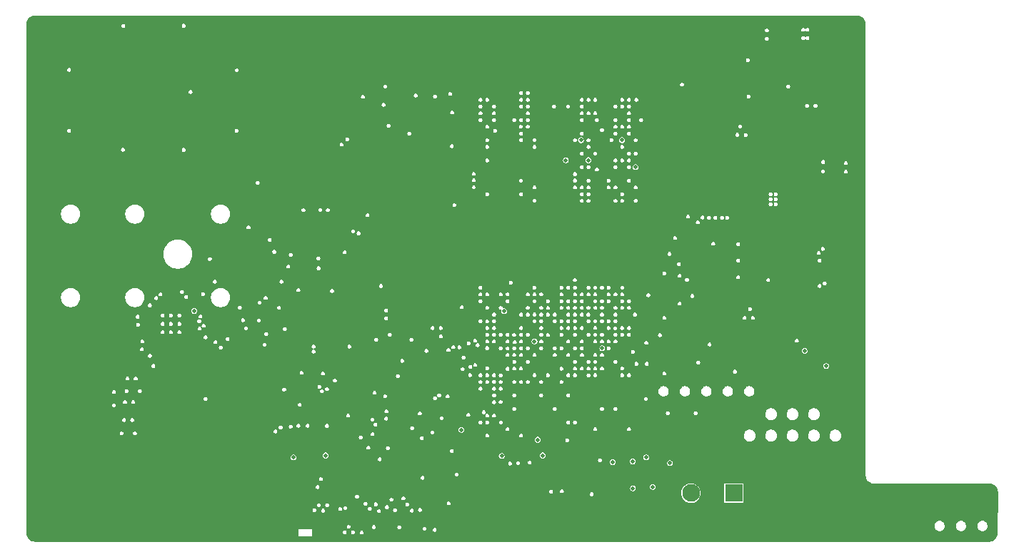
<source format=gbr>
G04 #@! TF.GenerationSoftware,KiCad,Pcbnew,8.0.6-8.0.6-0~ubuntu24.04.1*
G04 #@! TF.CreationDate,2025-03-08T10:25:21+05:30*
G04 #@! TF.ProjectId,DFTBoard,44465442-6f61-4726-942e-6b696361645f,rev?*
G04 #@! TF.SameCoordinates,Original*
G04 #@! TF.FileFunction,Copper,L2,Inr*
G04 #@! TF.FilePolarity,Positive*
%FSLAX46Y46*%
G04 Gerber Fmt 4.6, Leading zero omitted, Abs format (unit mm)*
G04 Created by KiCad (PCBNEW 8.0.6-8.0.6-0~ubuntu24.04.1) date 2025-03-08 10:25:21*
%MOMM*%
%LPD*%
G01*
G04 APERTURE LIST*
G04 #@! TA.AperFunction,ComponentPad*
%ADD10R,2.100000X2.100000*%
G04 #@! TD*
G04 #@! TA.AperFunction,ComponentPad*
%ADD11C,2.100000*%
G04 #@! TD*
G04 #@! TA.AperFunction,ComponentPad*
%ADD12C,2.000000*%
G04 #@! TD*
G04 #@! TA.AperFunction,ComponentPad*
%ADD13C,1.778000*%
G04 #@! TD*
G04 #@! TA.AperFunction,ViaPad*
%ADD14C,0.480000*%
G04 #@! TD*
G04 APERTURE END LIST*
D10*
X183852500Y-154230000D03*
D11*
X178772500Y-154230000D03*
D12*
X185744134Y-144856525D03*
X195904134Y-144856525D03*
D13*
X188224134Y-142126525D03*
D14*
X135460000Y-149750000D03*
X156624134Y-132626525D03*
X174260000Y-153490000D03*
X160610000Y-147890000D03*
X176290000Y-150660000D03*
X151570000Y-146730000D03*
X169520000Y-150550000D03*
X171860000Y-150470000D03*
X131640000Y-149990000D03*
X171900000Y-153670000D03*
X173450000Y-149970000D03*
X158624134Y-144226525D03*
X161824134Y-133826525D03*
X163424134Y-141826525D03*
X164224134Y-137026525D03*
X160224134Y-135426525D03*
X169024134Y-141026525D03*
X165824134Y-142626525D03*
X168224134Y-143426525D03*
X167424134Y-145826525D03*
X165024134Y-141026525D03*
X160224134Y-142626525D03*
X170624134Y-144226525D03*
X165024134Y-145026525D03*
X168224134Y-134626525D03*
X163424134Y-137826525D03*
X164224134Y-138626525D03*
X165824134Y-138626525D03*
X164224134Y-141026525D03*
X161824134Y-141026525D03*
X163424134Y-140226525D03*
X164224134Y-139426525D03*
X162624134Y-139426525D03*
X170624134Y-136226525D03*
X169024134Y-138626525D03*
X167424134Y-137026525D03*
X166624134Y-137026525D03*
X154624134Y-141826525D03*
X156224134Y-145026525D03*
X159424134Y-145826525D03*
X170624134Y-146626525D03*
X161824134Y-144226525D03*
X157024134Y-142626525D03*
X160224134Y-141026525D03*
X157824134Y-140226525D03*
X158624134Y-140226525D03*
X159424134Y-140226525D03*
X161024134Y-140226525D03*
X161824134Y-139426525D03*
X161024134Y-139426525D03*
X160224134Y-139426525D03*
X163424134Y-136226525D03*
X161824134Y-137026525D03*
X161824134Y-137826525D03*
X161024134Y-137826525D03*
X159424134Y-137826525D03*
X155424134Y-139426525D03*
X156224134Y-136226525D03*
X153430000Y-135540000D03*
X157024134Y-133792266D03*
X160224134Y-137026525D03*
X159424134Y-136226525D03*
X162624134Y-136226525D03*
X164224134Y-135426525D03*
X165824134Y-135426525D03*
X165024134Y-136226525D03*
X166624134Y-136226525D03*
X163424134Y-133026525D03*
X165824134Y-133826525D03*
X169024134Y-133026525D03*
X170624134Y-133826525D03*
X166624134Y-131426525D03*
X157824134Y-131426525D03*
X160224134Y-132226525D03*
X161024134Y-129826525D03*
X164224134Y-130626525D03*
X154624134Y-133026525D03*
X155424134Y-130626525D03*
X153024134Y-109126525D03*
X153824134Y-114726525D03*
X153024134Y-114726525D03*
X153024134Y-118726525D03*
X153024134Y-115526525D03*
X153824134Y-113126525D03*
X160224134Y-118726525D03*
X172224134Y-118726525D03*
X172224134Y-110726525D03*
X165824134Y-117126525D03*
X165024134Y-109926525D03*
X172224134Y-106726525D03*
X165024134Y-119526525D03*
X171424134Y-113126525D03*
X165824134Y-114726525D03*
X165824134Y-116326525D03*
X165824134Y-113126525D03*
X171424134Y-116326525D03*
X172224134Y-114726525D03*
X172224134Y-109126525D03*
X172224134Y-116326525D03*
X165024134Y-118726525D03*
X164256671Y-107559672D03*
X172224134Y-117126525D03*
X160224134Y-106726525D03*
X169824134Y-118726525D03*
X160224134Y-116326525D03*
X148024134Y-109026525D03*
X147024134Y-109026525D03*
X147024134Y-110626525D03*
X148024134Y-110626525D03*
X155424134Y-147426525D03*
X168224134Y-138626525D03*
X184809134Y-108076525D03*
X186089134Y-108076525D03*
X186874134Y-135876525D03*
X186874134Y-137876525D03*
X184874134Y-137876525D03*
X184874134Y-135876525D03*
X185024134Y-115626525D03*
X185874134Y-114626525D03*
X184124134Y-114626525D03*
X184124134Y-116626525D03*
X185874134Y-116626525D03*
X158624134Y-142626525D03*
X155424134Y-137026525D03*
X159424134Y-134626525D03*
X194140000Y-110160000D03*
X195140000Y-110160000D03*
X193543475Y-110224134D03*
X194140000Y-111160000D03*
X192543475Y-109224134D03*
X193543475Y-109224134D03*
X155424134Y-144226525D03*
X164224134Y-145026525D03*
X157024134Y-138626525D03*
X158624134Y-133826525D03*
X190510000Y-106640000D03*
X153900000Y-116330000D03*
X191824134Y-125726525D03*
X159403648Y-115732131D03*
X176024134Y-147481525D03*
X143824134Y-139326525D03*
X120824134Y-135184525D03*
X150424134Y-114614025D03*
X161824134Y-145826525D03*
X191500000Y-115780000D03*
X144424134Y-113514025D03*
X169024134Y-146626525D03*
X160224134Y-108325482D03*
X157824134Y-118726525D03*
X153024134Y-107526525D03*
X148524134Y-123311525D03*
X135524134Y-127426525D03*
X194310000Y-98950000D03*
X160939134Y-122476525D03*
X165031124Y-114722512D03*
X150464134Y-110624025D03*
X153824134Y-110726525D03*
X142724134Y-129241525D03*
X137224134Y-140026525D03*
X182224134Y-132426525D03*
X137924134Y-146226525D03*
X145507132Y-131126525D03*
X180609134Y-138726525D03*
X127924134Y-147926525D03*
X191024134Y-130276525D03*
X113704134Y-106700000D03*
X190624134Y-140611525D03*
X165000000Y-108333525D03*
X150089134Y-111826525D03*
X178284124Y-127674525D03*
X122424134Y-145026525D03*
X150024134Y-138226525D03*
X139624134Y-138442704D03*
X149124134Y-116826525D03*
X142624134Y-131589025D03*
X152724134Y-142626525D03*
X186609134Y-120126525D03*
X185624134Y-131326525D03*
X150343282Y-148007377D03*
X169024134Y-141826525D03*
X147724134Y-115926525D03*
X153024134Y-122564025D03*
X139674134Y-143226525D03*
X186759134Y-132376525D03*
X145764134Y-113521525D03*
X126124134Y-127726525D03*
X197624134Y-139611525D03*
X155524134Y-127826525D03*
X192424134Y-118841525D03*
X147036634Y-114326525D03*
X128624134Y-123626525D03*
X145374134Y-120876525D03*
X147464134Y-109836525D03*
X179324134Y-147526525D03*
X125174134Y-106700000D03*
X136574134Y-138326525D03*
X192709134Y-131626525D03*
X181224134Y-118041525D03*
X181574134Y-140376525D03*
X183639134Y-110719525D03*
X171424134Y-141826525D03*
X187024134Y-127626525D03*
X146024134Y-138026525D03*
X162524134Y-104926525D03*
X147036634Y-112826525D03*
X138424134Y-135114025D03*
X134424134Y-146226525D03*
X147324134Y-118826525D03*
X150024134Y-135026525D03*
X188220000Y-113410000D03*
X191324134Y-135126525D03*
X156224134Y-139426525D03*
X174224134Y-104926525D03*
X147109134Y-107026525D03*
X160324134Y-114126525D03*
X134939134Y-133426525D03*
X190890000Y-112680000D03*
X191324134Y-134126525D03*
X135274134Y-132126525D03*
X148511634Y-125126525D03*
X188930000Y-110470000D03*
X113534134Y-114330000D03*
X125494134Y-114920000D03*
X175324134Y-136212526D03*
X186824134Y-131326525D03*
X189624134Y-139641525D03*
X131324134Y-131026525D03*
X182224134Y-128326525D03*
X153824134Y-143426525D03*
X160223872Y-109919535D03*
X176924134Y-133311525D03*
X153109282Y-119548307D03*
X185874134Y-136876525D03*
X173924134Y-135412526D03*
X189824134Y-108426525D03*
X159423080Y-112319535D03*
X160823742Y-123321132D03*
X121724134Y-128226525D03*
X128509134Y-133726525D03*
X164224134Y-146626525D03*
X163424134Y-138626525D03*
X148524134Y-117126525D03*
X145779134Y-152361525D03*
X143024134Y-140426525D03*
X174939134Y-137826525D03*
X142849134Y-138351525D03*
X169806124Y-129824450D03*
X126124134Y-141626525D03*
X113884134Y-115820000D03*
X150724134Y-142626525D03*
X117254134Y-106590000D03*
X145124134Y-135726525D03*
X136324134Y-120326525D03*
X137224134Y-126341525D03*
X177724134Y-108526525D03*
X177474142Y-135320731D03*
X150224134Y-107811525D03*
X144624134Y-131026525D03*
X145724134Y-149326525D03*
X185790000Y-140190000D03*
X122309161Y-134667354D03*
X140124134Y-125126525D03*
X120924134Y-131571525D03*
X165024134Y-115521015D03*
X160217376Y-117152392D03*
X193980000Y-119010000D03*
X160965428Y-124352712D03*
X144936634Y-151126525D03*
X161109134Y-105721492D03*
X120011634Y-129326525D03*
X166630000Y-114700000D03*
X170624134Y-112326525D03*
X172224134Y-115526525D03*
X163940000Y-114730000D03*
X165735664Y-112326526D03*
X119860000Y-132600000D03*
X160224134Y-136226525D03*
X161204903Y-149750526D03*
X156336256Y-149826256D03*
X168258393Y-137026525D03*
X194840000Y-139130000D03*
X192260000Y-137340000D03*
G04 #@! TA.AperFunction,Conductor*
G36*
X198493825Y-97520717D02*
G01*
X198681528Y-97539200D01*
X198691134Y-97541110D01*
X198869272Y-97595136D01*
X198878321Y-97598883D01*
X199042503Y-97686617D01*
X199050650Y-97692060D01*
X199194558Y-97810128D01*
X199201488Y-97817056D01*
X199319605Y-97960925D01*
X199325051Y-97969072D01*
X199412837Y-98133213D01*
X199416590Y-98142266D01*
X199470673Y-98320380D01*
X199472588Y-98329990D01*
X199491136Y-98517695D01*
X199491378Y-98522595D01*
X199509658Y-152110330D01*
X199528932Y-152305385D01*
X199528933Y-152305388D01*
X199585878Y-152492924D01*
X199585882Y-152492931D01*
X199678305Y-152665742D01*
X199678308Y-152665747D01*
X199802673Y-152817227D01*
X199954195Y-152941541D01*
X200127054Y-153033912D01*
X200270776Y-153077500D01*
X200314606Y-153090793D01*
X200314607Y-153090793D01*
X200314610Y-153090794D01*
X200314613Y-153090794D01*
X200314617Y-153090795D01*
X200509652Y-153110000D01*
X200509659Y-153110000D01*
X214176488Y-153110000D01*
X214181420Y-153110243D01*
X214370394Y-153128980D01*
X214380055Y-153130914D01*
X214559300Y-153185669D01*
X214568406Y-153189469D01*
X214733397Y-153278348D01*
X214741580Y-153283861D01*
X214846839Y-153371049D01*
X214885911Y-153403412D01*
X214892851Y-153410425D01*
X215010894Y-153555986D01*
X215016322Y-153564225D01*
X215103484Y-153730132D01*
X215107189Y-153739276D01*
X215160077Y-153919071D01*
X215161914Y-153928765D01*
X215178688Y-154117927D01*
X215178880Y-154122862D01*
X215128157Y-159007941D01*
X215127869Y-159012807D01*
X215107684Y-159199128D01*
X215105698Y-159208660D01*
X215050516Y-159385195D01*
X215046720Y-159394162D01*
X214958369Y-159556655D01*
X214952907Y-159564716D01*
X214834736Y-159707006D01*
X214827815Y-159713855D01*
X214684309Y-159830539D01*
X214676192Y-159835917D01*
X214512790Y-159922578D01*
X214503784Y-159926281D01*
X214326685Y-159979627D01*
X214317133Y-159981514D01*
X214171812Y-159995731D01*
X214130616Y-159999762D01*
X214125750Y-160000000D01*
X101002369Y-160000000D01*
X100997468Y-159999759D01*
X100809734Y-159981269D01*
X100800122Y-159979357D01*
X100621967Y-159925318D01*
X100612911Y-159921568D01*
X100448712Y-159833807D01*
X100440563Y-159828362D01*
X100296643Y-159710259D01*
X100289712Y-159703328D01*
X100171600Y-159559421D01*
X100166154Y-159551272D01*
X100078381Y-159387084D01*
X100074630Y-159378030D01*
X100060057Y-159330000D01*
X132240000Y-159330000D01*
X133840000Y-159330000D01*
X133840000Y-158865000D01*
X137483043Y-158865000D01*
X137500700Y-158953766D01*
X137550982Y-159029018D01*
X137626234Y-159079300D01*
X137700271Y-159094027D01*
X137714999Y-159096957D01*
X137715000Y-159096957D01*
X137715001Y-159096957D01*
X137727632Y-159094444D01*
X137803766Y-159079300D01*
X137879018Y-159029018D01*
X137929300Y-158953766D01*
X137946957Y-158865000D01*
X138473043Y-158865000D01*
X138490700Y-158953766D01*
X138540982Y-159029018D01*
X138616234Y-159079300D01*
X138690271Y-159094027D01*
X138704999Y-159096957D01*
X138705000Y-159096957D01*
X138705001Y-159096957D01*
X138717632Y-159094444D01*
X138793766Y-159079300D01*
X138869018Y-159029018D01*
X138919300Y-158953766D01*
X138928006Y-158910000D01*
X139503043Y-158910000D01*
X139520700Y-158998766D01*
X139570982Y-159074018D01*
X139646234Y-159124300D01*
X139720271Y-159139027D01*
X139734999Y-159141957D01*
X139735000Y-159141957D01*
X139735001Y-159141957D01*
X139747632Y-159139444D01*
X139823766Y-159124300D01*
X139899018Y-159074018D01*
X139949300Y-158998766D01*
X139966957Y-158910000D01*
X139949300Y-158821234D01*
X139899018Y-158745982D01*
X139823766Y-158695700D01*
X139779383Y-158686871D01*
X139735001Y-158678043D01*
X139734999Y-158678043D01*
X139646234Y-158695700D01*
X139646233Y-158695700D01*
X139570982Y-158745982D01*
X139520700Y-158821233D01*
X139520700Y-158821234D01*
X139511995Y-158864998D01*
X139503043Y-158910000D01*
X138928006Y-158910000D01*
X138936957Y-158865000D01*
X138919300Y-158776234D01*
X138869018Y-158700982D01*
X138793766Y-158650700D01*
X138709897Y-158634017D01*
X138705001Y-158633043D01*
X138704999Y-158633043D01*
X138616234Y-158650700D01*
X138616233Y-158650700D01*
X138540982Y-158700982D01*
X138490700Y-158776233D01*
X138490700Y-158776234D01*
X138487107Y-158794299D01*
X138473043Y-158865000D01*
X137946957Y-158865000D01*
X137929300Y-158776234D01*
X137879018Y-158700982D01*
X137803766Y-158650700D01*
X137719897Y-158634017D01*
X137715001Y-158633043D01*
X137714999Y-158633043D01*
X137626234Y-158650700D01*
X137626233Y-158650700D01*
X137550982Y-158700982D01*
X137500700Y-158776233D01*
X137500700Y-158776234D01*
X137497107Y-158794299D01*
X137483043Y-158865000D01*
X133840000Y-158865000D01*
X133840000Y-158530000D01*
X132240000Y-158530000D01*
X132240000Y-159330000D01*
X100060057Y-159330000D01*
X100020571Y-159199867D01*
X100018661Y-159190271D01*
X100000154Y-159002512D01*
X99999914Y-158997642D01*
X99999847Y-158214998D01*
X137963043Y-158214998D01*
X137963043Y-158215001D01*
X137963903Y-158219322D01*
X137980700Y-158303766D01*
X138030982Y-158379018D01*
X138106234Y-158429300D01*
X138180271Y-158444027D01*
X138194999Y-158446957D01*
X138195000Y-158446957D01*
X138195001Y-158446957D01*
X138207632Y-158444444D01*
X138283766Y-158429300D01*
X138359018Y-158379018D01*
X138409300Y-158303766D01*
X138420989Y-158245000D01*
X140943043Y-158245000D01*
X140960700Y-158333766D01*
X141010982Y-158409018D01*
X141086234Y-158459300D01*
X141160271Y-158474027D01*
X141174999Y-158476957D01*
X141175000Y-158476957D01*
X141175001Y-158476957D01*
X141187632Y-158474444D01*
X141263766Y-158459300D01*
X141339018Y-158409018D01*
X141389300Y-158333766D01*
X141398006Y-158290000D01*
X143953043Y-158290000D01*
X143970700Y-158378766D01*
X144020982Y-158454018D01*
X144096234Y-158504300D01*
X144170271Y-158519027D01*
X144184999Y-158521957D01*
X144185000Y-158521957D01*
X144185001Y-158521957D01*
X144197632Y-158519444D01*
X144273766Y-158504300D01*
X144325102Y-158469998D01*
X146953043Y-158469998D01*
X146953043Y-158470001D01*
X146960989Y-158509948D01*
X146970700Y-158558766D01*
X147020982Y-158634018D01*
X147096234Y-158684300D01*
X147170271Y-158699027D01*
X147184999Y-158701957D01*
X147185000Y-158701957D01*
X147185001Y-158701957D01*
X147197632Y-158699444D01*
X147273766Y-158684300D01*
X147349018Y-158634018D01*
X147385112Y-158580000D01*
X148148043Y-158580000D01*
X148165700Y-158668766D01*
X148215982Y-158744018D01*
X148291234Y-158794300D01*
X148365271Y-158809027D01*
X148379999Y-158811957D01*
X148380000Y-158811957D01*
X148380001Y-158811957D01*
X148392632Y-158809444D01*
X148468766Y-158794300D01*
X148544018Y-158744018D01*
X148594300Y-158668766D01*
X148611957Y-158580000D01*
X148594300Y-158491234D01*
X148544018Y-158415982D01*
X148468766Y-158365700D01*
X148424383Y-158356871D01*
X148380001Y-158348043D01*
X148379999Y-158348043D01*
X148291234Y-158365700D01*
X148291233Y-158365700D01*
X148215982Y-158415982D01*
X148165700Y-158491233D01*
X148165700Y-158491234D01*
X148152267Y-158558766D01*
X148148043Y-158580000D01*
X147385112Y-158580000D01*
X147399300Y-158558766D01*
X147416957Y-158470000D01*
X147414828Y-158459299D01*
X147408861Y-158429299D01*
X147399300Y-158381234D01*
X147349018Y-158305982D01*
X147273766Y-158255700D01*
X147219975Y-158245000D01*
X147185001Y-158238043D01*
X147184999Y-158238043D01*
X147096234Y-158255700D01*
X147096233Y-158255700D01*
X147020982Y-158305982D01*
X146970700Y-158381233D01*
X146970700Y-158381234D01*
X146953043Y-158469998D01*
X144325102Y-158469998D01*
X144349018Y-158454018D01*
X144399300Y-158378766D01*
X144416957Y-158290000D01*
X144399300Y-158201234D01*
X144349018Y-158125982D01*
X144273766Y-158075700D01*
X144229383Y-158066871D01*
X144198243Y-158060677D01*
X207657500Y-158060677D01*
X207657500Y-158219322D01*
X207698559Y-158372557D01*
X207777877Y-158509941D01*
X207777883Y-158509948D01*
X207890051Y-158622116D01*
X207890058Y-158622122D01*
X208017500Y-158695700D01*
X208027444Y-158701441D01*
X208180679Y-158742500D01*
X208180683Y-158742500D01*
X208339317Y-158742500D01*
X208339321Y-158742500D01*
X208492556Y-158701441D01*
X208629944Y-158622120D01*
X208742120Y-158509944D01*
X208821441Y-158372556D01*
X208862500Y-158219321D01*
X208862500Y-158060679D01*
X208862499Y-158060677D01*
X210197500Y-158060677D01*
X210197500Y-158219322D01*
X210238559Y-158372557D01*
X210317877Y-158509941D01*
X210317883Y-158509948D01*
X210430051Y-158622116D01*
X210430058Y-158622122D01*
X210557500Y-158695700D01*
X210567444Y-158701441D01*
X210720679Y-158742500D01*
X210720683Y-158742500D01*
X210879317Y-158742500D01*
X210879321Y-158742500D01*
X211032556Y-158701441D01*
X211169944Y-158622120D01*
X211282120Y-158509944D01*
X211361441Y-158372556D01*
X211402500Y-158219321D01*
X211402500Y-158060679D01*
X211402499Y-158060677D01*
X212737500Y-158060677D01*
X212737500Y-158219322D01*
X212778559Y-158372557D01*
X212857877Y-158509941D01*
X212857883Y-158509948D01*
X212970051Y-158622116D01*
X212970058Y-158622122D01*
X213097500Y-158695700D01*
X213107444Y-158701441D01*
X213260679Y-158742500D01*
X213260683Y-158742500D01*
X213419317Y-158742500D01*
X213419321Y-158742500D01*
X213572556Y-158701441D01*
X213709944Y-158622120D01*
X213822120Y-158509944D01*
X213901441Y-158372556D01*
X213942500Y-158219321D01*
X213942500Y-158060679D01*
X213901441Y-157907444D01*
X213901440Y-157907442D01*
X213822122Y-157770058D01*
X213822116Y-157770051D01*
X213709948Y-157657883D01*
X213709941Y-157657877D01*
X213572557Y-157578559D01*
X213419322Y-157537500D01*
X213419321Y-157537500D01*
X213260679Y-157537500D01*
X213260677Y-157537500D01*
X213107442Y-157578559D01*
X212970058Y-157657877D01*
X212970051Y-157657883D01*
X212857883Y-157770051D01*
X212857877Y-157770058D01*
X212778559Y-157907442D01*
X212737500Y-158060677D01*
X211402499Y-158060677D01*
X211361441Y-157907444D01*
X211361440Y-157907442D01*
X211282122Y-157770058D01*
X211282116Y-157770051D01*
X211169948Y-157657883D01*
X211169941Y-157657877D01*
X211032557Y-157578559D01*
X210879322Y-157537500D01*
X210879321Y-157537500D01*
X210720679Y-157537500D01*
X210720677Y-157537500D01*
X210567442Y-157578559D01*
X210430058Y-157657877D01*
X210430051Y-157657883D01*
X210317883Y-157770051D01*
X210317877Y-157770058D01*
X210238559Y-157907442D01*
X210197500Y-158060677D01*
X208862499Y-158060677D01*
X208821441Y-157907444D01*
X208821440Y-157907442D01*
X208742122Y-157770058D01*
X208742116Y-157770051D01*
X208629948Y-157657883D01*
X208629941Y-157657877D01*
X208492557Y-157578559D01*
X208339322Y-157537500D01*
X208339321Y-157537500D01*
X208180679Y-157537500D01*
X208180677Y-157537500D01*
X208027442Y-157578559D01*
X207890058Y-157657877D01*
X207890051Y-157657883D01*
X207777883Y-157770051D01*
X207777877Y-157770058D01*
X207698559Y-157907442D01*
X207657500Y-158060677D01*
X144198243Y-158060677D01*
X144185001Y-158058043D01*
X144184999Y-158058043D01*
X144096234Y-158075700D01*
X144096233Y-158075700D01*
X144020982Y-158125982D01*
X143970700Y-158201233D01*
X143970700Y-158201234D01*
X143961995Y-158244998D01*
X143953043Y-158290000D01*
X141398006Y-158290000D01*
X141406957Y-158245000D01*
X141389300Y-158156234D01*
X141339018Y-158080982D01*
X141263766Y-158030700D01*
X141219383Y-158021871D01*
X141175001Y-158013043D01*
X141174999Y-158013043D01*
X141086234Y-158030700D01*
X141086233Y-158030700D01*
X141010982Y-158080982D01*
X140960700Y-158156233D01*
X140960700Y-158156234D01*
X140944427Y-158238043D01*
X140943043Y-158245000D01*
X138420989Y-158245000D01*
X138426097Y-158219322D01*
X138426957Y-158215001D01*
X138426957Y-158214998D01*
X138415267Y-158156233D01*
X138409300Y-158126234D01*
X138359018Y-158050982D01*
X138283766Y-158000700D01*
X138239383Y-157991871D01*
X138195001Y-157983043D01*
X138194999Y-157983043D01*
X138106234Y-158000700D01*
X138106233Y-158000700D01*
X138030982Y-158050982D01*
X137980700Y-158126233D01*
X137980700Y-158126234D01*
X137963043Y-158214998D01*
X99999847Y-158214998D01*
X99999680Y-156250000D01*
X133903043Y-156250000D01*
X133920700Y-156338766D01*
X133970982Y-156414018D01*
X134046234Y-156464300D01*
X134120271Y-156479027D01*
X134134999Y-156481957D01*
X134135000Y-156481957D01*
X134135001Y-156481957D01*
X134147632Y-156479444D01*
X134223766Y-156464300D01*
X134299018Y-156414018D01*
X134349300Y-156338766D01*
X134358006Y-156294998D01*
X134933043Y-156294998D01*
X134933043Y-156295001D01*
X134934787Y-156303766D01*
X134950700Y-156383766D01*
X135000982Y-156459018D01*
X135076234Y-156509300D01*
X135150271Y-156524027D01*
X135164999Y-156526957D01*
X135165000Y-156526957D01*
X135165001Y-156526957D01*
X135177632Y-156524444D01*
X135253766Y-156509300D01*
X135329018Y-156459018D01*
X135379300Y-156383766D01*
X135385563Y-156352282D01*
X141546043Y-156352282D01*
X141546043Y-156352285D01*
X141552405Y-156384266D01*
X141563700Y-156441050D01*
X141613982Y-156516302D01*
X141689234Y-156566584D01*
X141763271Y-156581311D01*
X141777999Y-156584241D01*
X141778000Y-156584241D01*
X141778001Y-156584241D01*
X141790632Y-156581728D01*
X141866766Y-156566584D01*
X141942018Y-156516302D01*
X141992300Y-156441050D01*
X142009957Y-156352284D01*
X142008897Y-156346957D01*
X142000306Y-156303766D01*
X141992300Y-156263518D01*
X141983268Y-156250000D01*
X143458043Y-156250000D01*
X143475700Y-156338766D01*
X143525982Y-156414018D01*
X143601234Y-156464300D01*
X143675271Y-156479027D01*
X143689999Y-156481957D01*
X143690000Y-156481957D01*
X143690001Y-156481957D01*
X143702632Y-156479444D01*
X143778766Y-156464300D01*
X143854018Y-156414018D01*
X143904300Y-156338766D01*
X143912906Y-156295500D01*
X145453043Y-156295500D01*
X145470700Y-156384266D01*
X145520982Y-156459518D01*
X145596234Y-156509800D01*
X145670271Y-156524527D01*
X145684999Y-156527457D01*
X145685000Y-156527457D01*
X145685001Y-156527457D01*
X145697632Y-156524944D01*
X145773766Y-156509800D01*
X145849018Y-156459518D01*
X145899300Y-156384266D01*
X145916957Y-156295500D01*
X145916857Y-156294998D01*
X145910595Y-156263517D01*
X145900944Y-156215000D01*
X146413043Y-156215000D01*
X146430700Y-156303766D01*
X146480982Y-156379018D01*
X146556234Y-156429300D01*
X146630271Y-156444027D01*
X146644999Y-156446957D01*
X146645000Y-156446957D01*
X146645001Y-156446957D01*
X146657632Y-156444444D01*
X146733766Y-156429300D01*
X146809018Y-156379018D01*
X146859300Y-156303766D01*
X146876957Y-156215000D01*
X146875213Y-156206234D01*
X146871639Y-156188266D01*
X146859300Y-156126234D01*
X146809018Y-156050982D01*
X146733766Y-156000700D01*
X146689383Y-155991871D01*
X146645001Y-155983043D01*
X146644999Y-155983043D01*
X146556234Y-156000700D01*
X146556233Y-156000700D01*
X146480982Y-156050982D01*
X146430700Y-156126233D01*
X146430700Y-156126234D01*
X146414787Y-156206234D01*
X146413043Y-156215000D01*
X145900944Y-156215000D01*
X145899300Y-156206734D01*
X145849018Y-156131482D01*
X145773766Y-156081200D01*
X145717451Y-156069998D01*
X145685001Y-156063543D01*
X145684999Y-156063543D01*
X145596234Y-156081200D01*
X145596233Y-156081200D01*
X145520982Y-156131482D01*
X145470700Y-156206733D01*
X145470700Y-156206734D01*
X145453143Y-156294998D01*
X145453043Y-156295500D01*
X143912906Y-156295500D01*
X143921957Y-156250000D01*
X143904300Y-156161234D01*
X143854018Y-156085982D01*
X143778766Y-156035700D01*
X143731173Y-156026233D01*
X143690001Y-156018043D01*
X143689999Y-156018043D01*
X143601234Y-156035700D01*
X143601233Y-156035700D01*
X143525982Y-156085982D01*
X143475700Y-156161233D01*
X143475700Y-156161234D01*
X143465145Y-156214299D01*
X143458043Y-156250000D01*
X141983268Y-156250000D01*
X141942018Y-156188266D01*
X141866766Y-156137984D01*
X141807691Y-156126233D01*
X141778001Y-156120327D01*
X141777999Y-156120327D01*
X141689234Y-156137984D01*
X141689233Y-156137984D01*
X141613982Y-156188266D01*
X141563700Y-156263517D01*
X141563700Y-156263518D01*
X141546043Y-156352282D01*
X135385563Y-156352282D01*
X135395213Y-156303766D01*
X135396957Y-156295001D01*
X135396957Y-156294998D01*
X135390695Y-156263518D01*
X135379300Y-156206234D01*
X135329018Y-156130982D01*
X135305096Y-156114998D01*
X136953043Y-156114998D01*
X136953043Y-156115001D01*
X136957615Y-156137984D01*
X136970700Y-156203766D01*
X137020982Y-156279018D01*
X137096234Y-156329300D01*
X137170271Y-156344027D01*
X137184999Y-156346957D01*
X137185000Y-156346957D01*
X137185001Y-156346957D01*
X137197632Y-156344444D01*
X137273766Y-156329300D01*
X137349018Y-156279018D01*
X137399300Y-156203766D01*
X137416957Y-156115000D01*
X137414828Y-156104299D01*
X137411185Y-156085982D01*
X137399300Y-156026234D01*
X137381771Y-156000000D01*
X137558043Y-156000000D01*
X137575700Y-156088766D01*
X137625982Y-156164018D01*
X137701234Y-156214300D01*
X137775271Y-156229027D01*
X137789999Y-156231957D01*
X137790000Y-156231957D01*
X137790001Y-156231957D01*
X137802632Y-156229444D01*
X137878766Y-156214300D01*
X137954018Y-156164018D01*
X138004300Y-156088766D01*
X138008033Y-156070000D01*
X140458043Y-156070000D01*
X140475700Y-156158766D01*
X140525982Y-156234018D01*
X140601234Y-156284300D01*
X140675271Y-156299027D01*
X140689999Y-156301957D01*
X140690000Y-156301957D01*
X140690001Y-156301957D01*
X140702632Y-156299444D01*
X140778766Y-156284300D01*
X140854018Y-156234018D01*
X140904300Y-156158766D01*
X140921957Y-156070000D01*
X140904300Y-155981234D01*
X140854018Y-155905982D01*
X140830096Y-155889998D01*
X142498043Y-155889998D01*
X142498043Y-155890001D01*
X142502267Y-155911234D01*
X142515700Y-155978766D01*
X142565982Y-156054018D01*
X142641234Y-156104300D01*
X142715271Y-156119027D01*
X142729999Y-156121957D01*
X142730000Y-156121957D01*
X142730001Y-156121957D01*
X142742632Y-156119444D01*
X142818766Y-156104300D01*
X142894018Y-156054018D01*
X142944300Y-155978766D01*
X142961957Y-155890000D01*
X142944300Y-155801234D01*
X142894018Y-155725982D01*
X142818766Y-155675700D01*
X142749677Y-155661957D01*
X142730001Y-155658043D01*
X142729999Y-155658043D01*
X142641234Y-155675700D01*
X142641233Y-155675700D01*
X142565982Y-155725982D01*
X142515700Y-155801233D01*
X142515700Y-155801234D01*
X142498043Y-155889998D01*
X140830096Y-155889998D01*
X140778766Y-155855700D01*
X140734383Y-155846871D01*
X140690001Y-155838043D01*
X140689999Y-155838043D01*
X140601234Y-155855700D01*
X140601233Y-155855700D01*
X140525982Y-155905982D01*
X140475700Y-155981233D01*
X140475700Y-155981234D01*
X140459427Y-156063043D01*
X140458043Y-156070000D01*
X138008033Y-156070000D01*
X138021957Y-156000000D01*
X138004300Y-155911234D01*
X137954018Y-155835982D01*
X137878766Y-155785700D01*
X137834383Y-155776871D01*
X137790001Y-155768043D01*
X137789999Y-155768043D01*
X137701234Y-155785700D01*
X137701233Y-155785700D01*
X137625982Y-155835982D01*
X137575700Y-155911233D01*
X137575700Y-155911234D01*
X137562267Y-155978766D01*
X137558043Y-156000000D01*
X137381771Y-156000000D01*
X137349018Y-155950982D01*
X137273766Y-155900700D01*
X137219975Y-155890000D01*
X137185001Y-155883043D01*
X137184999Y-155883043D01*
X137096234Y-155900700D01*
X137096233Y-155900700D01*
X137020982Y-155950982D01*
X136970700Y-156026233D01*
X136970700Y-156026234D01*
X136953043Y-156114998D01*
X135305096Y-156114998D01*
X135253766Y-156080700D01*
X135199975Y-156070000D01*
X135165001Y-156063043D01*
X135164999Y-156063043D01*
X135076234Y-156080700D01*
X135076233Y-156080700D01*
X135000982Y-156130982D01*
X134950700Y-156206233D01*
X134950700Y-156206234D01*
X134933043Y-156294998D01*
X134358006Y-156294998D01*
X134366957Y-156250000D01*
X134349300Y-156161234D01*
X134299018Y-156085982D01*
X134223766Y-156035700D01*
X134176173Y-156026233D01*
X134135001Y-156018043D01*
X134134999Y-156018043D01*
X134046234Y-156035700D01*
X134046233Y-156035700D01*
X133970982Y-156085982D01*
X133920700Y-156161233D01*
X133920700Y-156161234D01*
X133910145Y-156214299D01*
X133903043Y-156250000D01*
X99999680Y-156250000D01*
X99999629Y-155644998D01*
X134423043Y-155644998D01*
X134423043Y-155645001D01*
X134424787Y-155653766D01*
X134440700Y-155733766D01*
X134490982Y-155809018D01*
X134566234Y-155859300D01*
X134640271Y-155874027D01*
X134654999Y-155876957D01*
X134655000Y-155876957D01*
X134655001Y-155876957D01*
X134667632Y-155874444D01*
X134743766Y-155859300D01*
X134819018Y-155809018D01*
X134869300Y-155733766D01*
X134885213Y-155653766D01*
X134886957Y-155645001D01*
X134886957Y-155644998D01*
X135413043Y-155644998D01*
X135413043Y-155645001D01*
X135414787Y-155653766D01*
X135430700Y-155733766D01*
X135480982Y-155809018D01*
X135556234Y-155859300D01*
X135630271Y-155874027D01*
X135644999Y-155876957D01*
X135645000Y-155876957D01*
X135645001Y-155876957D01*
X135657632Y-155874444D01*
X135733766Y-155859300D01*
X135809018Y-155809018D01*
X135859300Y-155733766D01*
X135875213Y-155653766D01*
X135876957Y-155645001D01*
X135876957Y-155644998D01*
X135871931Y-155619735D01*
X135859300Y-155556234D01*
X135809018Y-155480982D01*
X135792582Y-155470000D01*
X139958043Y-155470000D01*
X139975700Y-155558766D01*
X140025982Y-155634018D01*
X140101234Y-155684300D01*
X140175271Y-155699027D01*
X140189999Y-155701957D01*
X140190000Y-155701957D01*
X140190001Y-155701957D01*
X140202632Y-155699444D01*
X140278766Y-155684300D01*
X140354018Y-155634018D01*
X140404300Y-155558766D01*
X140406044Y-155549998D01*
X141185043Y-155549998D01*
X141185043Y-155550001D01*
X141186787Y-155558766D01*
X141202700Y-155638766D01*
X141252982Y-155714018D01*
X141328234Y-155764300D01*
X141402271Y-155779027D01*
X141416999Y-155781957D01*
X141417000Y-155781957D01*
X141417001Y-155781957D01*
X141430362Y-155779299D01*
X141505766Y-155764300D01*
X141581018Y-155714018D01*
X141631300Y-155638766D01*
X141645973Y-155565000D01*
X144913043Y-155565000D01*
X144930700Y-155653766D01*
X144980982Y-155729018D01*
X145056234Y-155779300D01*
X145130271Y-155794027D01*
X145144999Y-155796957D01*
X145145000Y-155796957D01*
X145145001Y-155796957D01*
X145157632Y-155794444D01*
X145233766Y-155779300D01*
X145309018Y-155729018D01*
X145359300Y-155653766D01*
X145376957Y-155565000D01*
X145375213Y-155556234D01*
X145360244Y-155480982D01*
X145359300Y-155476234D01*
X145328407Y-155430000D01*
X149828043Y-155430000D01*
X149845700Y-155518766D01*
X149895982Y-155594018D01*
X149971234Y-155644300D01*
X150045271Y-155659027D01*
X150059999Y-155661957D01*
X150060000Y-155661957D01*
X150060001Y-155661957D01*
X150072632Y-155659444D01*
X150148766Y-155644300D01*
X150224018Y-155594018D01*
X150274300Y-155518766D01*
X150291957Y-155430000D01*
X150274300Y-155341234D01*
X150224018Y-155265982D01*
X150148766Y-155215700D01*
X150104383Y-155206871D01*
X150060001Y-155198043D01*
X150059999Y-155198043D01*
X149971234Y-155215700D01*
X149971233Y-155215700D01*
X149895982Y-155265982D01*
X149845700Y-155341233D01*
X149845700Y-155341234D01*
X149837492Y-155382500D01*
X149828043Y-155430000D01*
X145328407Y-155430000D01*
X145309018Y-155400982D01*
X145233766Y-155350700D01*
X145186173Y-155341233D01*
X145145001Y-155333043D01*
X145144999Y-155333043D01*
X145056234Y-155350700D01*
X145056233Y-155350700D01*
X144980982Y-155400982D01*
X144930700Y-155476233D01*
X144930700Y-155476234D01*
X144914787Y-155556234D01*
X144913043Y-155565000D01*
X141645973Y-155565000D01*
X141647213Y-155558766D01*
X141648957Y-155550001D01*
X141648957Y-155549998D01*
X141635228Y-155480982D01*
X141631300Y-155461234D01*
X141581018Y-155385982D01*
X141505766Y-155335700D01*
X141461383Y-155326871D01*
X141417001Y-155318043D01*
X141416999Y-155318043D01*
X141328234Y-155335700D01*
X141328233Y-155335700D01*
X141252982Y-155385982D01*
X141202700Y-155461233D01*
X141202700Y-155461234D01*
X141185043Y-155549998D01*
X140406044Y-155549998D01*
X140421957Y-155470000D01*
X140420213Y-155461234D01*
X140416931Y-155444735D01*
X140404300Y-155381234D01*
X140354018Y-155305982D01*
X140278766Y-155255700D01*
X140234383Y-155246871D01*
X140190001Y-155238043D01*
X140189999Y-155238043D01*
X140101234Y-155255700D01*
X140101233Y-155255700D01*
X140025982Y-155305982D01*
X139975700Y-155381233D01*
X139975700Y-155381234D01*
X139959787Y-155461234D01*
X139958043Y-155470000D01*
X135792582Y-155470000D01*
X135733766Y-155430700D01*
X135689383Y-155421871D01*
X135645001Y-155413043D01*
X135644999Y-155413043D01*
X135556234Y-155430700D01*
X135556233Y-155430700D01*
X135480982Y-155480982D01*
X135430700Y-155556233D01*
X135430700Y-155556234D01*
X135413043Y-155644998D01*
X134886957Y-155644998D01*
X134881931Y-155619735D01*
X134869300Y-155556234D01*
X134819018Y-155480982D01*
X134743766Y-155430700D01*
X134699383Y-155421871D01*
X134655001Y-155413043D01*
X134654999Y-155413043D01*
X134566234Y-155430700D01*
X134566233Y-155430700D01*
X134490982Y-155480982D01*
X134440700Y-155556233D01*
X134440700Y-155556234D01*
X134423043Y-155644998D01*
X99999629Y-155644998D01*
X99999574Y-154999998D01*
X143038043Y-154999998D01*
X143038043Y-155000001D01*
X143040831Y-155014017D01*
X143055700Y-155088766D01*
X143105982Y-155164018D01*
X143181234Y-155214300D01*
X143255271Y-155229027D01*
X143269999Y-155231957D01*
X143270000Y-155231957D01*
X143270001Y-155231957D01*
X143282632Y-155229444D01*
X143358766Y-155214300D01*
X143434018Y-155164018D01*
X143484300Y-155088766D01*
X143501957Y-155000000D01*
X143484300Y-154911234D01*
X143443385Y-154850000D01*
X144448043Y-154850000D01*
X144465700Y-154938766D01*
X144515982Y-155014018D01*
X144591234Y-155064300D01*
X144665271Y-155079027D01*
X144679999Y-155081957D01*
X144680000Y-155081957D01*
X144680001Y-155081957D01*
X144692632Y-155079444D01*
X144768766Y-155064300D01*
X144844018Y-155014018D01*
X144894300Y-154938766D01*
X144911957Y-154850000D01*
X144909828Y-154839299D01*
X144906931Y-154824735D01*
X144894300Y-154761234D01*
X144844018Y-154685982D01*
X144768766Y-154635700D01*
X144714975Y-154625000D01*
X144680001Y-154618043D01*
X144679999Y-154618043D01*
X144591234Y-154635700D01*
X144591233Y-154635700D01*
X144515982Y-154685982D01*
X144465700Y-154761233D01*
X144465700Y-154761234D01*
X144450172Y-154839299D01*
X144448043Y-154850000D01*
X143443385Y-154850000D01*
X143434018Y-154835982D01*
X143358766Y-154785700D01*
X143314383Y-154776871D01*
X143270001Y-154768043D01*
X143269999Y-154768043D01*
X143181234Y-154785700D01*
X143181233Y-154785700D01*
X143105982Y-154835982D01*
X143055700Y-154911233D01*
X143055700Y-154911234D01*
X143038043Y-154999998D01*
X99999574Y-154999998D01*
X99999542Y-154625000D01*
X138953043Y-154625000D01*
X138970700Y-154713766D01*
X139020982Y-154789018D01*
X139096234Y-154839300D01*
X139170271Y-154854027D01*
X139184999Y-154856957D01*
X139185000Y-154856957D01*
X139185001Y-154856957D01*
X139197632Y-154854444D01*
X139273766Y-154839300D01*
X139349018Y-154789018D01*
X139399300Y-154713766D01*
X139416957Y-154625000D01*
X139399300Y-154536234D01*
X139349018Y-154460982D01*
X139273766Y-154410700D01*
X139229383Y-154401871D01*
X139185001Y-154393043D01*
X139184999Y-154393043D01*
X139096234Y-154410700D01*
X139096233Y-154410700D01*
X139020982Y-154460982D01*
X138970700Y-154536233D01*
X138970700Y-154536234D01*
X138954427Y-154618043D01*
X138953043Y-154625000D01*
X99999542Y-154625000D01*
X99999519Y-154360000D01*
X166768043Y-154360000D01*
X166785700Y-154448766D01*
X166835982Y-154524018D01*
X166911234Y-154574300D01*
X166985271Y-154589027D01*
X166999999Y-154591957D01*
X167000000Y-154591957D01*
X167000001Y-154591957D01*
X167012632Y-154589444D01*
X167088766Y-154574300D01*
X167164018Y-154524018D01*
X167214300Y-154448766D01*
X167231957Y-154360000D01*
X167214300Y-154271234D01*
X167186748Y-154230000D01*
X177615063Y-154230000D01*
X177634771Y-154442678D01*
X177634771Y-154442680D01*
X177634772Y-154442683D01*
X177634772Y-154442686D01*
X177693221Y-154648114D01*
X177693222Y-154648115D01*
X177788424Y-154839307D01*
X177788427Y-154839312D01*
X177909774Y-155000001D01*
X177917145Y-155009761D01*
X178074982Y-155153650D01*
X178074989Y-155153656D01*
X178256585Y-155266095D01*
X178359545Y-155305982D01*
X178455752Y-155343253D01*
X178665705Y-155382500D01*
X178665709Y-155382500D01*
X178879291Y-155382500D01*
X178879295Y-155382500D01*
X179089248Y-155343253D01*
X179288414Y-155266095D01*
X179470012Y-155153655D01*
X179627856Y-155009760D01*
X179756573Y-154839312D01*
X179851778Y-154648114D01*
X179910229Y-154442678D01*
X179929937Y-154230000D01*
X179910229Y-154017322D01*
X179910227Y-154017314D01*
X179910227Y-154017313D01*
X179851778Y-153811885D01*
X179851777Y-153811884D01*
X179756575Y-153620692D01*
X179756572Y-153620687D01*
X179747704Y-153608944D01*
X179627856Y-153450240D01*
X179585068Y-153411233D01*
X179470017Y-153306349D01*
X179470010Y-153306343D01*
X179288414Y-153193904D01*
X179226465Y-153169905D01*
X182700000Y-153169905D01*
X182700000Y-153169906D01*
X182700000Y-153169908D01*
X182700000Y-155290091D01*
X182700001Y-155290094D01*
X182705947Y-155319993D01*
X182728602Y-155353898D01*
X182762507Y-155376553D01*
X182792405Y-155382500D01*
X184912594Y-155382499D01*
X184942493Y-155376553D01*
X184976398Y-155353898D01*
X184999053Y-155319993D01*
X185005000Y-155290095D01*
X185004999Y-153169906D01*
X184999053Y-153140007D01*
X184976398Y-153106102D01*
X184942493Y-153083447D01*
X184912595Y-153077500D01*
X184912590Y-153077500D01*
X182792408Y-153077500D01*
X182792404Y-153077501D01*
X182762506Y-153083447D01*
X182751510Y-153090795D01*
X182728602Y-153106102D01*
X182705947Y-153140007D01*
X182700000Y-153169905D01*
X179226465Y-153169905D01*
X179089249Y-153116747D01*
X179047257Y-153108897D01*
X178879295Y-153077500D01*
X178665705Y-153077500D01*
X178525736Y-153103664D01*
X178455750Y-153116747D01*
X178256585Y-153193904D01*
X178074989Y-153306343D01*
X178074982Y-153306349D01*
X177917145Y-153450238D01*
X177788427Y-153620687D01*
X177788424Y-153620692D01*
X177693222Y-153811884D01*
X177693221Y-153811885D01*
X177634772Y-154017313D01*
X177634772Y-154017316D01*
X177634771Y-154017319D01*
X177634771Y-154017322D01*
X177615063Y-154230000D01*
X167186748Y-154230000D01*
X167164018Y-154195982D01*
X167088766Y-154145700D01*
X167044383Y-154136871D01*
X167000001Y-154128043D01*
X166999999Y-154128043D01*
X166911234Y-154145700D01*
X166911233Y-154145700D01*
X166835982Y-154195982D01*
X166785700Y-154271233D01*
X166785700Y-154271234D01*
X166768043Y-154360000D01*
X99999519Y-154360000D01*
X99999492Y-154040000D01*
X161948043Y-154040000D01*
X161965700Y-154128766D01*
X162015982Y-154204018D01*
X162091234Y-154254300D01*
X162165271Y-154269027D01*
X162179999Y-154271957D01*
X162180000Y-154271957D01*
X162180001Y-154271957D01*
X162192632Y-154269444D01*
X162268766Y-154254300D01*
X162344018Y-154204018D01*
X162394300Y-154128766D01*
X162411957Y-154040000D01*
X162404000Y-154000000D01*
X163248043Y-154000000D01*
X163265700Y-154088766D01*
X163315982Y-154164018D01*
X163391234Y-154214300D01*
X163465271Y-154229027D01*
X163479999Y-154231957D01*
X163480000Y-154231957D01*
X163480001Y-154231957D01*
X163492632Y-154229444D01*
X163568766Y-154214300D01*
X163644018Y-154164018D01*
X163694300Y-154088766D01*
X163711957Y-154000000D01*
X163694300Y-153911234D01*
X163644018Y-153835982D01*
X163568766Y-153785700D01*
X163524383Y-153776871D01*
X163480001Y-153768043D01*
X163479999Y-153768043D01*
X163391234Y-153785700D01*
X163391233Y-153785700D01*
X163315982Y-153835982D01*
X163265700Y-153911233D01*
X163265700Y-153911234D01*
X163257744Y-153951233D01*
X163248043Y-154000000D01*
X162404000Y-154000000D01*
X162394300Y-153951234D01*
X162344018Y-153875982D01*
X162268766Y-153825700D01*
X162199310Y-153811884D01*
X162180001Y-153808043D01*
X162179999Y-153808043D01*
X162091234Y-153825700D01*
X162091233Y-153825700D01*
X162015982Y-153875982D01*
X161965700Y-153951233D01*
X161965700Y-153951234D01*
X161956000Y-154000000D01*
X161948043Y-154040000D01*
X99999492Y-154040000D01*
X99999446Y-153500000D01*
X134268043Y-153500000D01*
X134285700Y-153588766D01*
X134335982Y-153664018D01*
X134411234Y-153714300D01*
X134485271Y-153729027D01*
X134499999Y-153731957D01*
X134500000Y-153731957D01*
X134500001Y-153731957D01*
X134512632Y-153729444D01*
X134588766Y-153714300D01*
X134655070Y-153669997D01*
X171552216Y-153669997D01*
X171552216Y-153670002D01*
X171573188Y-153788944D01*
X171573190Y-153788950D01*
X171633580Y-153893548D01*
X171633582Y-153893551D01*
X171726108Y-153971190D01*
X171839608Y-154012500D01*
X171839610Y-154012500D01*
X171960390Y-154012500D01*
X171960392Y-154012500D01*
X172073892Y-153971190D01*
X172166418Y-153893551D01*
X172226810Y-153788949D01*
X172240105Y-153713549D01*
X172247784Y-153670002D01*
X172247784Y-153669997D01*
X172226811Y-153551055D01*
X172226809Y-153551049D01*
X172191561Y-153489997D01*
X173912216Y-153489997D01*
X173912216Y-153490002D01*
X173933188Y-153608944D01*
X173933190Y-153608950D01*
X173968439Y-153670002D01*
X173993582Y-153713551D01*
X174086108Y-153791190D01*
X174199608Y-153832500D01*
X174199610Y-153832500D01*
X174320390Y-153832500D01*
X174320392Y-153832500D01*
X174433892Y-153791190D01*
X174526418Y-153713551D01*
X174586810Y-153608949D01*
X174596149Y-153555986D01*
X174607784Y-153490002D01*
X174607784Y-153489997D01*
X174586811Y-153371055D01*
X174586809Y-153371049D01*
X174549451Y-153306343D01*
X174526418Y-153266449D01*
X174433892Y-153188810D01*
X174433890Y-153188809D01*
X174320392Y-153147500D01*
X174199608Y-153147500D01*
X174199607Y-153147500D01*
X174086109Y-153188809D01*
X173993581Y-153266450D01*
X173993580Y-153266451D01*
X173933190Y-153371049D01*
X173933188Y-153371055D01*
X173912216Y-153489997D01*
X172191561Y-153489997D01*
X172168607Y-153450240D01*
X172166418Y-153446449D01*
X172073892Y-153368810D01*
X172073890Y-153368809D01*
X171960392Y-153327500D01*
X171839608Y-153327500D01*
X171839607Y-153327500D01*
X171726109Y-153368809D01*
X171633581Y-153446450D01*
X171633580Y-153446451D01*
X171573190Y-153551049D01*
X171573188Y-153551055D01*
X171552216Y-153669997D01*
X134655070Y-153669997D01*
X134664018Y-153664018D01*
X134714300Y-153588766D01*
X134731957Y-153500000D01*
X134714300Y-153411234D01*
X134664018Y-153335982D01*
X134588766Y-153285700D01*
X134544383Y-153276871D01*
X134500001Y-153268043D01*
X134499999Y-153268043D01*
X134411234Y-153285700D01*
X134411233Y-153285700D01*
X134335982Y-153335982D01*
X134285700Y-153411233D01*
X134285700Y-153411234D01*
X134270032Y-153490002D01*
X134268043Y-153500000D01*
X99999446Y-153500000D01*
X99999365Y-152550000D01*
X134668043Y-152550000D01*
X134685700Y-152638766D01*
X134735982Y-152714018D01*
X134811234Y-152764300D01*
X134885271Y-152779027D01*
X134899999Y-152781957D01*
X134900000Y-152781957D01*
X134900001Y-152781957D01*
X134912632Y-152779444D01*
X134988766Y-152764300D01*
X135064018Y-152714018D01*
X135114300Y-152638766D01*
X135131957Y-152550000D01*
X135114300Y-152461234D01*
X135079749Y-152409525D01*
X146708043Y-152409525D01*
X146725700Y-152498291D01*
X146775982Y-152573543D01*
X146851234Y-152623825D01*
X146925271Y-152638552D01*
X146939999Y-152641482D01*
X146940000Y-152641482D01*
X146940001Y-152641482D01*
X146953659Y-152638765D01*
X147028766Y-152623825D01*
X147104018Y-152573543D01*
X147154300Y-152498291D01*
X147171957Y-152409525D01*
X147154300Y-152320759D01*
X147104018Y-152245507D01*
X147028766Y-152195225D01*
X146984383Y-152186396D01*
X146940001Y-152177568D01*
X146939999Y-152177568D01*
X146851234Y-152195225D01*
X146851233Y-152195225D01*
X146775982Y-152245507D01*
X146725700Y-152320758D01*
X146725700Y-152320759D01*
X146708043Y-152409525D01*
X135079749Y-152409525D01*
X135064018Y-152385982D01*
X134988766Y-152335700D01*
X134944383Y-152326871D01*
X134900001Y-152318043D01*
X134899999Y-152318043D01*
X134811234Y-152335700D01*
X134811233Y-152335700D01*
X134735982Y-152385982D01*
X134685700Y-152461233D01*
X134685700Y-152461234D01*
X134668043Y-152550000D01*
X99999365Y-152550000D01*
X99999318Y-152000000D01*
X150768043Y-152000000D01*
X150785700Y-152088766D01*
X150835982Y-152164018D01*
X150911234Y-152214300D01*
X150985271Y-152229027D01*
X150999999Y-152231957D01*
X151000000Y-152231957D01*
X151000001Y-152231957D01*
X151012632Y-152229444D01*
X151088766Y-152214300D01*
X151164018Y-152164018D01*
X151214300Y-152088766D01*
X151231957Y-152000000D01*
X151214300Y-151911234D01*
X151164018Y-151835982D01*
X151088766Y-151785700D01*
X151044383Y-151776871D01*
X151000001Y-151768043D01*
X150999999Y-151768043D01*
X150911234Y-151785700D01*
X150911233Y-151785700D01*
X150835982Y-151835982D01*
X150785700Y-151911233D01*
X150785700Y-151911234D01*
X150768043Y-152000000D01*
X99999318Y-152000000D01*
X99999210Y-150720000D01*
X157108043Y-150720000D01*
X157125700Y-150808766D01*
X157175982Y-150884018D01*
X157251234Y-150934300D01*
X157325271Y-150949027D01*
X157339999Y-150951957D01*
X157340000Y-150951957D01*
X157340001Y-150951957D01*
X157352632Y-150949444D01*
X157428766Y-150934300D01*
X157504018Y-150884018D01*
X157554300Y-150808766D01*
X157571957Y-150720000D01*
X157562011Y-150670000D01*
X158048043Y-150670000D01*
X158065700Y-150758766D01*
X158115982Y-150834018D01*
X158191234Y-150884300D01*
X158265271Y-150899027D01*
X158279999Y-150901957D01*
X158280000Y-150901957D01*
X158280001Y-150901957D01*
X158292632Y-150899444D01*
X158368766Y-150884300D01*
X158444018Y-150834018D01*
X158494300Y-150758766D01*
X158511957Y-150670000D01*
X158511748Y-150668950D01*
X158504246Y-150631234D01*
X158498033Y-150600000D01*
X159408043Y-150600000D01*
X159425700Y-150688766D01*
X159475982Y-150764018D01*
X159551234Y-150814300D01*
X159625271Y-150829027D01*
X159639999Y-150831957D01*
X159640000Y-150831957D01*
X159640001Y-150831957D01*
X159652632Y-150829444D01*
X159728766Y-150814300D01*
X159804018Y-150764018D01*
X159854300Y-150688766D01*
X159871957Y-150600000D01*
X159854300Y-150511234D01*
X159804018Y-150435982D01*
X159728766Y-150385700D01*
X159670033Y-150374017D01*
X159640001Y-150368043D01*
X159639999Y-150368043D01*
X159551234Y-150385700D01*
X159551233Y-150385700D01*
X159475982Y-150435982D01*
X159425700Y-150511233D01*
X159425700Y-150511234D01*
X159419123Y-150544300D01*
X159408043Y-150600000D01*
X158498033Y-150600000D01*
X158494300Y-150581234D01*
X158444018Y-150505982D01*
X158368766Y-150455700D01*
X158299677Y-150441957D01*
X158280001Y-150438043D01*
X158279999Y-150438043D01*
X158191234Y-150455700D01*
X158191233Y-150455700D01*
X158115982Y-150505982D01*
X158065700Y-150581233D01*
X158065700Y-150581234D01*
X158048252Y-150668950D01*
X158048043Y-150670000D01*
X157562011Y-150670000D01*
X157554300Y-150631234D01*
X157504018Y-150555982D01*
X157428766Y-150505700D01*
X157370033Y-150494017D01*
X157340001Y-150488043D01*
X157339999Y-150488043D01*
X157251234Y-150505700D01*
X157251233Y-150505700D01*
X157175982Y-150555982D01*
X157125700Y-150631233D01*
X157125700Y-150631234D01*
X157113305Y-150693549D01*
X157108043Y-150720000D01*
X99999210Y-150720000D01*
X99999148Y-149989997D01*
X131292216Y-149989997D01*
X131292216Y-149990002D01*
X131313188Y-150108944D01*
X131313190Y-150108950D01*
X131371532Y-150210000D01*
X131373582Y-150213551D01*
X131466108Y-150291190D01*
X131579608Y-150332500D01*
X131579610Y-150332500D01*
X131700390Y-150332500D01*
X131700392Y-150332500D01*
X131813892Y-150291190D01*
X131906418Y-150213551D01*
X131908468Y-150210000D01*
X141638043Y-150210000D01*
X141655700Y-150298766D01*
X141705982Y-150374018D01*
X141781234Y-150424300D01*
X141855271Y-150439027D01*
X141869999Y-150441957D01*
X141870000Y-150441957D01*
X141870001Y-150441957D01*
X141882632Y-150439444D01*
X141958766Y-150424300D01*
X142034018Y-150374018D01*
X142063430Y-150330000D01*
X167758043Y-150330000D01*
X167775700Y-150418766D01*
X167825982Y-150494018D01*
X167901234Y-150544300D01*
X167975271Y-150559027D01*
X167989999Y-150561957D01*
X167990000Y-150561957D01*
X167990001Y-150561957D01*
X168002632Y-150559444D01*
X168050125Y-150549997D01*
X169172216Y-150549997D01*
X169172216Y-150550002D01*
X169193188Y-150668944D01*
X169193190Y-150668950D01*
X169248078Y-150764018D01*
X169253582Y-150773551D01*
X169346108Y-150851190D01*
X169459608Y-150892500D01*
X169459610Y-150892500D01*
X169580390Y-150892500D01*
X169580392Y-150892500D01*
X169693892Y-150851190D01*
X169786418Y-150773551D01*
X169846810Y-150668949D01*
X169848388Y-150660000D01*
X169867784Y-150550002D01*
X169867784Y-150549997D01*
X169853678Y-150469997D01*
X171512216Y-150469997D01*
X171512216Y-150470002D01*
X171533188Y-150588944D01*
X171533190Y-150588950D01*
X171579985Y-150670001D01*
X171593582Y-150693551D01*
X171686108Y-150771190D01*
X171799608Y-150812500D01*
X171799610Y-150812500D01*
X171920390Y-150812500D01*
X171920392Y-150812500D01*
X172033892Y-150771190D01*
X172126418Y-150693551D01*
X172145790Y-150659997D01*
X175942216Y-150659997D01*
X175942216Y-150660002D01*
X175963188Y-150778944D01*
X175963190Y-150778950D01*
X175994984Y-150834018D01*
X176023582Y-150883551D01*
X176116108Y-150961190D01*
X176229608Y-151002500D01*
X176229610Y-151002500D01*
X176350390Y-151002500D01*
X176350392Y-151002500D01*
X176463892Y-150961190D01*
X176556418Y-150883551D01*
X176616810Y-150778949D01*
X176627204Y-150720001D01*
X176637784Y-150660002D01*
X176637784Y-150659997D01*
X176616811Y-150541055D01*
X176616809Y-150541049D01*
X176575787Y-150469997D01*
X176556418Y-150436449D01*
X176463892Y-150358810D01*
X176463890Y-150358809D01*
X176350392Y-150317500D01*
X176229608Y-150317500D01*
X176229607Y-150317500D01*
X176116109Y-150358809D01*
X176097985Y-150374017D01*
X176030018Y-150431049D01*
X176023581Y-150436450D01*
X176023580Y-150436451D01*
X175963190Y-150541049D01*
X175963188Y-150541055D01*
X175942216Y-150659997D01*
X172145790Y-150659997D01*
X172186810Y-150588949D01*
X172186811Y-150588944D01*
X172207784Y-150470002D01*
X172207784Y-150469997D01*
X172186811Y-150351055D01*
X172186809Y-150351049D01*
X172127781Y-150248810D01*
X172126418Y-150246449D01*
X172033892Y-150168810D01*
X172033890Y-150168809D01*
X171920392Y-150127500D01*
X171799608Y-150127500D01*
X171799607Y-150127500D01*
X171686109Y-150168809D01*
X171593581Y-150246450D01*
X171593580Y-150246451D01*
X171533190Y-150351049D01*
X171533188Y-150351055D01*
X171512216Y-150469997D01*
X169853678Y-150469997D01*
X169846811Y-150431055D01*
X169846809Y-150431049D01*
X169800621Y-150351049D01*
X169786418Y-150326449D01*
X169693892Y-150248810D01*
X169693890Y-150248809D01*
X169580392Y-150207500D01*
X169459608Y-150207500D01*
X169459607Y-150207500D01*
X169346109Y-150248809D01*
X169253581Y-150326450D01*
X169253580Y-150326451D01*
X169193190Y-150431049D01*
X169193188Y-150431055D01*
X169172216Y-150549997D01*
X168050125Y-150549997D01*
X168078766Y-150544300D01*
X168154018Y-150494018D01*
X168204300Y-150418766D01*
X168221957Y-150330000D01*
X168204300Y-150241234D01*
X168154018Y-150165982D01*
X168078766Y-150115700D01*
X168034383Y-150106871D01*
X167990001Y-150098043D01*
X167989999Y-150098043D01*
X167901234Y-150115700D01*
X167901233Y-150115700D01*
X167825982Y-150165982D01*
X167775700Y-150241233D01*
X167775700Y-150241234D01*
X167758043Y-150330000D01*
X142063430Y-150330000D01*
X142084300Y-150298766D01*
X142101957Y-150210000D01*
X142098684Y-150193548D01*
X142096931Y-150184735D01*
X142084300Y-150121234D01*
X142034018Y-150045982D01*
X141958766Y-149995700D01*
X141914383Y-149986871D01*
X141870001Y-149978043D01*
X141869999Y-149978043D01*
X141781234Y-149995700D01*
X141781233Y-149995700D01*
X141705982Y-150045982D01*
X141655700Y-150121233D01*
X141655700Y-150121234D01*
X141641316Y-150193548D01*
X141638043Y-150210000D01*
X131908468Y-150210000D01*
X131966810Y-150108949D01*
X131969618Y-150093025D01*
X131987784Y-149990002D01*
X131987784Y-149989997D01*
X131966811Y-149871055D01*
X131966809Y-149871049D01*
X131906419Y-149766451D01*
X131906418Y-149766449D01*
X131886811Y-149749997D01*
X135112216Y-149749997D01*
X135112216Y-149750002D01*
X135133188Y-149868944D01*
X135133190Y-149868950D01*
X135177216Y-149945205D01*
X135193582Y-149973551D01*
X135286108Y-150051190D01*
X135399608Y-150092500D01*
X135399610Y-150092500D01*
X135520390Y-150092500D01*
X135520392Y-150092500D01*
X135633892Y-150051190D01*
X135726418Y-149973551D01*
X135786810Y-149868949D01*
X135794338Y-149826256D01*
X135794339Y-149826253D01*
X155988472Y-149826253D01*
X155988472Y-149826258D01*
X156009444Y-149945200D01*
X156009446Y-149945206D01*
X156069836Y-150049804D01*
X156069838Y-150049807D01*
X156162364Y-150127446D01*
X156275864Y-150168756D01*
X156275866Y-150168756D01*
X156396646Y-150168756D01*
X156396648Y-150168756D01*
X156510148Y-150127446D01*
X156602674Y-150049807D01*
X156663066Y-149945205D01*
X156676141Y-149871055D01*
X156684040Y-149826258D01*
X156684040Y-149826253D01*
X156670687Y-149750523D01*
X160857119Y-149750523D01*
X160857119Y-149750528D01*
X160878091Y-149869470D01*
X160878093Y-149869476D01*
X160938180Y-149973549D01*
X160938485Y-149974077D01*
X161031011Y-150051716D01*
X161144511Y-150093026D01*
X161144513Y-150093026D01*
X161265293Y-150093026D01*
X161265295Y-150093026D01*
X161378795Y-150051716D01*
X161471321Y-149974077D01*
X161473677Y-149969997D01*
X173102216Y-149969997D01*
X173102216Y-149970002D01*
X173123188Y-150088944D01*
X173123190Y-150088950D01*
X173183580Y-150193548D01*
X173183582Y-150193551D01*
X173276108Y-150271190D01*
X173389608Y-150312500D01*
X173389610Y-150312500D01*
X173510390Y-150312500D01*
X173510392Y-150312500D01*
X173623892Y-150271190D01*
X173716418Y-150193551D01*
X173776810Y-150088949D01*
X173783712Y-150049805D01*
X173797784Y-149970002D01*
X173797784Y-149969997D01*
X173776811Y-149851055D01*
X173776809Y-149851049D01*
X173727966Y-149766451D01*
X173716418Y-149746449D01*
X173623892Y-149668810D01*
X173623890Y-149668809D01*
X173510392Y-149627500D01*
X173389608Y-149627500D01*
X173389607Y-149627500D01*
X173276109Y-149668809D01*
X173183581Y-149746450D01*
X173183580Y-149746451D01*
X173123190Y-149851049D01*
X173123188Y-149851055D01*
X173102216Y-149969997D01*
X161473677Y-149969997D01*
X161531713Y-149869475D01*
X161534962Y-149851049D01*
X161552687Y-149750528D01*
X161552687Y-149750523D01*
X161531714Y-149631581D01*
X161531712Y-149631575D01*
X161471322Y-149526977D01*
X161471321Y-149526975D01*
X161378795Y-149449336D01*
X161378793Y-149449335D01*
X161265295Y-149408026D01*
X161144511Y-149408026D01*
X161144510Y-149408026D01*
X161031012Y-149449335D01*
X161031011Y-149449336D01*
X160939110Y-149526451D01*
X160938484Y-149526976D01*
X160938483Y-149526977D01*
X160878093Y-149631575D01*
X160878091Y-149631581D01*
X160857119Y-149750523D01*
X156670687Y-149750523D01*
X156663067Y-149707311D01*
X156663065Y-149707305D01*
X156628536Y-149647500D01*
X156602674Y-149602705D01*
X156510148Y-149525066D01*
X156510146Y-149525065D01*
X156396648Y-149483756D01*
X156275864Y-149483756D01*
X156275863Y-149483756D01*
X156162365Y-149525065D01*
X156069837Y-149602706D01*
X156069836Y-149602707D01*
X156009446Y-149707305D01*
X156009444Y-149707311D01*
X155988472Y-149826253D01*
X135794339Y-149826253D01*
X135807784Y-149750002D01*
X135807784Y-149749997D01*
X135786811Y-149631055D01*
X135786809Y-149631049D01*
X135726419Y-149526451D01*
X135726418Y-149526449D01*
X135633892Y-149448810D01*
X135633890Y-149448809D01*
X135520392Y-149407500D01*
X135399608Y-149407500D01*
X135399607Y-149407500D01*
X135286109Y-149448809D01*
X135286108Y-149448810D01*
X135195232Y-149525065D01*
X135193581Y-149526450D01*
X135193580Y-149526451D01*
X135133190Y-149631049D01*
X135133188Y-149631055D01*
X135112216Y-149749997D01*
X131886811Y-149749997D01*
X131813892Y-149688810D01*
X131813890Y-149688809D01*
X131700392Y-149647500D01*
X131579608Y-149647500D01*
X131579607Y-149647500D01*
X131466109Y-149688809D01*
X131373581Y-149766450D01*
X131373580Y-149766451D01*
X131313190Y-149871049D01*
X131313188Y-149871055D01*
X131292216Y-149989997D01*
X99999148Y-149989997D01*
X99999083Y-149226525D01*
X150192177Y-149226525D01*
X150209834Y-149315291D01*
X150260116Y-149390543D01*
X150335368Y-149440825D01*
X150409405Y-149455552D01*
X150424133Y-149458482D01*
X150424134Y-149458482D01*
X150424135Y-149458482D01*
X150436766Y-149455969D01*
X150512900Y-149440825D01*
X150588152Y-149390543D01*
X150638434Y-149315291D01*
X150656091Y-149226525D01*
X150638434Y-149137759D01*
X150588152Y-149062507D01*
X150512900Y-149012225D01*
X150468517Y-149003396D01*
X150424135Y-148994568D01*
X150424133Y-148994568D01*
X150335368Y-149012225D01*
X150335367Y-149012225D01*
X150260116Y-149062507D01*
X150209834Y-149137758D01*
X150209834Y-149137759D01*
X150192177Y-149226525D01*
X99999083Y-149226525D01*
X99999050Y-148840000D01*
X140298043Y-148840000D01*
X140315700Y-148928766D01*
X140365982Y-149004018D01*
X140441234Y-149054300D01*
X140515271Y-149069027D01*
X140529999Y-149071957D01*
X140530000Y-149071957D01*
X140530001Y-149071957D01*
X140542632Y-149069444D01*
X140618766Y-149054300D01*
X140694018Y-149004018D01*
X140744300Y-148928766D01*
X140755990Y-148870000D01*
X142608043Y-148870000D01*
X142625700Y-148958766D01*
X142675982Y-149034018D01*
X142751234Y-149084300D01*
X142825271Y-149099027D01*
X142839999Y-149101957D01*
X142840000Y-149101957D01*
X142840001Y-149101957D01*
X142852632Y-149099444D01*
X142928766Y-149084300D01*
X143004018Y-149034018D01*
X143054300Y-148958766D01*
X143071957Y-148870000D01*
X143054300Y-148781234D01*
X143004018Y-148705982D01*
X142928766Y-148655700D01*
X142884383Y-148646871D01*
X142840001Y-148638043D01*
X142839999Y-148638043D01*
X142751234Y-148655700D01*
X142751233Y-148655700D01*
X142675982Y-148705982D01*
X142625700Y-148781233D01*
X142625700Y-148781234D01*
X142608043Y-148870000D01*
X140755990Y-148870000D01*
X140761957Y-148840000D01*
X140744300Y-148751234D01*
X140694018Y-148675982D01*
X140618766Y-148625700D01*
X140574383Y-148616871D01*
X140530001Y-148608043D01*
X140529999Y-148608043D01*
X140441234Y-148625700D01*
X140441233Y-148625700D01*
X140365982Y-148675982D01*
X140315700Y-148751233D01*
X140315700Y-148751234D01*
X140309733Y-148781234D01*
X140298043Y-148840000D01*
X99999050Y-148840000D01*
X99998946Y-147612791D01*
X139390836Y-147612791D01*
X139390836Y-147612794D01*
X139399664Y-147657176D01*
X139408493Y-147701559D01*
X139458775Y-147776811D01*
X139534027Y-147827093D01*
X139608064Y-147841820D01*
X139622792Y-147844750D01*
X139622793Y-147844750D01*
X139622794Y-147844750D01*
X139635425Y-147842237D01*
X139711559Y-147827093D01*
X139786811Y-147776811D01*
X139837093Y-147701559D01*
X139841381Y-147680000D01*
X146638043Y-147680000D01*
X146655700Y-147768766D01*
X146705982Y-147844018D01*
X146781234Y-147894300D01*
X146855271Y-147909027D01*
X146869999Y-147911957D01*
X146870000Y-147911957D01*
X146870001Y-147911957D01*
X146882632Y-147909444D01*
X146958766Y-147894300D01*
X146965206Y-147889997D01*
X160262216Y-147889997D01*
X160262216Y-147890002D01*
X160283188Y-148008944D01*
X160283190Y-148008950D01*
X160338078Y-148104018D01*
X160343582Y-148113551D01*
X160436108Y-148191190D01*
X160549608Y-148232500D01*
X160549610Y-148232500D01*
X160670390Y-148232500D01*
X160670392Y-148232500D01*
X160783892Y-148191190D01*
X160876418Y-148113551D01*
X160936810Y-148008949D01*
X160948581Y-147942192D01*
X160948968Y-147940000D01*
X163878043Y-147940000D01*
X163895700Y-148028766D01*
X163945982Y-148104018D01*
X164021234Y-148154300D01*
X164095271Y-148169027D01*
X164109999Y-148171957D01*
X164110000Y-148171957D01*
X164110001Y-148171957D01*
X164122632Y-148169444D01*
X164198766Y-148154300D01*
X164274018Y-148104018D01*
X164324300Y-148028766D01*
X164341957Y-147940000D01*
X164324300Y-147851234D01*
X164274018Y-147775982D01*
X164198766Y-147725700D01*
X164154383Y-147716871D01*
X164110001Y-147708043D01*
X164109999Y-147708043D01*
X164021234Y-147725700D01*
X164021233Y-147725700D01*
X163945982Y-147775982D01*
X163895700Y-147851233D01*
X163895700Y-147851234D01*
X163887134Y-147894299D01*
X163878043Y-147940000D01*
X160948968Y-147940000D01*
X160957784Y-147890002D01*
X160957784Y-147889997D01*
X160936811Y-147771055D01*
X160936809Y-147771049D01*
X160884242Y-147680000D01*
X160876418Y-147666449D01*
X160783892Y-147588810D01*
X160783890Y-147588809D01*
X160670392Y-147547500D01*
X160549608Y-147547500D01*
X160549607Y-147547500D01*
X160436109Y-147588809D01*
X160343581Y-147666450D01*
X160343580Y-147666451D01*
X160283190Y-147771049D01*
X160283188Y-147771055D01*
X160262216Y-147889997D01*
X146965206Y-147889997D01*
X147034018Y-147844018D01*
X147084300Y-147768766D01*
X147101957Y-147680000D01*
X147099261Y-147666449D01*
X147090862Y-147624223D01*
X147084300Y-147591234D01*
X147034018Y-147515982D01*
X146958766Y-147465700D01*
X146889677Y-147451957D01*
X146870001Y-147448043D01*
X146869999Y-147448043D01*
X146781234Y-147465700D01*
X146781233Y-147465700D01*
X146705982Y-147515982D01*
X146655700Y-147591233D01*
X146655700Y-147591234D01*
X146640739Y-147666449D01*
X146638043Y-147680000D01*
X139841381Y-147680000D01*
X139854750Y-147612793D01*
X139853511Y-147606566D01*
X139841762Y-147547500D01*
X139837093Y-147524027D01*
X139786811Y-147448775D01*
X139711559Y-147398493D01*
X139638785Y-147384017D01*
X139622794Y-147380836D01*
X139622792Y-147380836D01*
X139534027Y-147398493D01*
X139534026Y-147398493D01*
X139458775Y-147448775D01*
X139408493Y-147524026D01*
X139408493Y-147524027D01*
X139390836Y-147612791D01*
X99998946Y-147612791D01*
X99998905Y-147126525D01*
X111037177Y-147126525D01*
X111054834Y-147215291D01*
X111105116Y-147290543D01*
X111180368Y-147340825D01*
X111254405Y-147355552D01*
X111269133Y-147358482D01*
X111269134Y-147358482D01*
X111269135Y-147358482D01*
X111281766Y-147355969D01*
X111357900Y-147340825D01*
X111433152Y-147290543D01*
X111483434Y-147215291D01*
X111501091Y-147126525D01*
X112612177Y-147126525D01*
X112629834Y-147215291D01*
X112680116Y-147290543D01*
X112755368Y-147340825D01*
X112829405Y-147355552D01*
X112844133Y-147358482D01*
X112844134Y-147358482D01*
X112844135Y-147358482D01*
X112856766Y-147355969D01*
X112932900Y-147340825D01*
X113008152Y-147290543D01*
X113055289Y-147219998D01*
X140788043Y-147219998D01*
X140788043Y-147220001D01*
X140794400Y-147251957D01*
X140805700Y-147308766D01*
X140855982Y-147384018D01*
X140931234Y-147434300D01*
X141004003Y-147448775D01*
X141019999Y-147451957D01*
X141020000Y-147451957D01*
X141020001Y-147451957D01*
X141032632Y-147449444D01*
X141108766Y-147434300D01*
X141171677Y-147392264D01*
X154392177Y-147392264D01*
X154392177Y-147392267D01*
X154400538Y-147434299D01*
X154409834Y-147481032D01*
X154460116Y-147556284D01*
X154535368Y-147606566D01*
X154609405Y-147621293D01*
X154624133Y-147624223D01*
X154624134Y-147624223D01*
X154624135Y-147624223D01*
X154636766Y-147621710D01*
X154712900Y-147606566D01*
X154788152Y-147556284D01*
X154838434Y-147481032D01*
X154856091Y-147392266D01*
X154856091Y-147392265D01*
X158392176Y-147392265D01*
X158409833Y-147481031D01*
X158460115Y-147556283D01*
X158535367Y-147606565D01*
X158609404Y-147621292D01*
X158624132Y-147624222D01*
X158624133Y-147624222D01*
X158624134Y-147624222D01*
X158636765Y-147621709D01*
X158712899Y-147606565D01*
X158788151Y-147556283D01*
X158838433Y-147481031D01*
X158856090Y-147392265D01*
X158854449Y-147384017D01*
X158849370Y-147358482D01*
X158843174Y-147327331D01*
X185041634Y-147327331D01*
X185041634Y-147465718D01*
X185068630Y-147601434D01*
X185068630Y-147601436D01*
X185110103Y-147701559D01*
X185121587Y-147729283D01*
X185198467Y-147844343D01*
X185296316Y-147942192D01*
X185411376Y-148019072D01*
X185539222Y-148072028D01*
X185674944Y-148099025D01*
X185674950Y-148099025D01*
X185813318Y-148099025D01*
X185813324Y-148099025D01*
X185949046Y-148072028D01*
X186076892Y-148019072D01*
X186191952Y-147942192D01*
X186289801Y-147844343D01*
X186366681Y-147729283D01*
X186419637Y-147601437D01*
X186446634Y-147465715D01*
X186446634Y-147327335D01*
X186446633Y-147327331D01*
X187581634Y-147327331D01*
X187581634Y-147465718D01*
X187608630Y-147601434D01*
X187608630Y-147601436D01*
X187650103Y-147701559D01*
X187661587Y-147729283D01*
X187738467Y-147844343D01*
X187836316Y-147942192D01*
X187951376Y-148019072D01*
X188079222Y-148072028D01*
X188214944Y-148099025D01*
X188214950Y-148099025D01*
X188353318Y-148099025D01*
X188353324Y-148099025D01*
X188489046Y-148072028D01*
X188616892Y-148019072D01*
X188731952Y-147942192D01*
X188829801Y-147844343D01*
X188906681Y-147729283D01*
X188959637Y-147601437D01*
X188986634Y-147465715D01*
X188986634Y-147327335D01*
X188986633Y-147327331D01*
X190121634Y-147327331D01*
X190121634Y-147465718D01*
X190148630Y-147601434D01*
X190148630Y-147601436D01*
X190190103Y-147701559D01*
X190201587Y-147729283D01*
X190278467Y-147844343D01*
X190376316Y-147942192D01*
X190491376Y-148019072D01*
X190619222Y-148072028D01*
X190754944Y-148099025D01*
X190754950Y-148099025D01*
X190893318Y-148099025D01*
X190893324Y-148099025D01*
X191029046Y-148072028D01*
X191156892Y-148019072D01*
X191271952Y-147942192D01*
X191369801Y-147844343D01*
X191446681Y-147729283D01*
X191499637Y-147601437D01*
X191526634Y-147465715D01*
X191526634Y-147327335D01*
X191526633Y-147327331D01*
X192661634Y-147327331D01*
X192661634Y-147465718D01*
X192688630Y-147601434D01*
X192688630Y-147601436D01*
X192730103Y-147701559D01*
X192741587Y-147729283D01*
X192818467Y-147844343D01*
X192916316Y-147942192D01*
X193031376Y-148019072D01*
X193159222Y-148072028D01*
X193294944Y-148099025D01*
X193294950Y-148099025D01*
X193433318Y-148099025D01*
X193433324Y-148099025D01*
X193569046Y-148072028D01*
X193696892Y-148019072D01*
X193811952Y-147942192D01*
X193909801Y-147844343D01*
X193986681Y-147729283D01*
X194039637Y-147601437D01*
X194066634Y-147465715D01*
X194066634Y-147327335D01*
X194066633Y-147327331D01*
X195201634Y-147327331D01*
X195201634Y-147465718D01*
X195228630Y-147601434D01*
X195228630Y-147601436D01*
X195270103Y-147701559D01*
X195281587Y-147729283D01*
X195358467Y-147844343D01*
X195456316Y-147942192D01*
X195571376Y-148019072D01*
X195699222Y-148072028D01*
X195834944Y-148099025D01*
X195834950Y-148099025D01*
X195973318Y-148099025D01*
X195973324Y-148099025D01*
X196109046Y-148072028D01*
X196236892Y-148019072D01*
X196351952Y-147942192D01*
X196449801Y-147844343D01*
X196526681Y-147729283D01*
X196579637Y-147601437D01*
X196606634Y-147465715D01*
X196606634Y-147327335D01*
X196579637Y-147191613D01*
X196526681Y-147063767D01*
X196449801Y-146948707D01*
X196351952Y-146850858D01*
X196349096Y-146848950D01*
X196257942Y-146788043D01*
X196236892Y-146773978D01*
X196236890Y-146773977D01*
X196236888Y-146773976D01*
X196109044Y-146721021D01*
X195973327Y-146694025D01*
X195973324Y-146694025D01*
X195834944Y-146694025D01*
X195834940Y-146694025D01*
X195699224Y-146721021D01*
X195699222Y-146721021D01*
X195571379Y-146773976D01*
X195571377Y-146773977D01*
X195456316Y-146850857D01*
X195358466Y-146948707D01*
X195281586Y-147063768D01*
X195281585Y-147063770D01*
X195228630Y-147191613D01*
X195228630Y-147191615D01*
X195201634Y-147327331D01*
X194066633Y-147327331D01*
X194039637Y-147191613D01*
X193986681Y-147063767D01*
X193909801Y-146948707D01*
X193811952Y-146850858D01*
X193809096Y-146848950D01*
X193717942Y-146788043D01*
X193696892Y-146773978D01*
X193696890Y-146773977D01*
X193696888Y-146773976D01*
X193569044Y-146721021D01*
X193433327Y-146694025D01*
X193433324Y-146694025D01*
X193294944Y-146694025D01*
X193294940Y-146694025D01*
X193159224Y-146721021D01*
X193159222Y-146721021D01*
X193031379Y-146773976D01*
X193031377Y-146773977D01*
X192916316Y-146850857D01*
X192818466Y-146948707D01*
X192741586Y-147063768D01*
X192741585Y-147063770D01*
X192688630Y-147191613D01*
X192688630Y-147191615D01*
X192661634Y-147327331D01*
X191526633Y-147327331D01*
X191499637Y-147191613D01*
X191446681Y-147063767D01*
X191369801Y-146948707D01*
X191271952Y-146850858D01*
X191269096Y-146848950D01*
X191177942Y-146788043D01*
X191156892Y-146773978D01*
X191156890Y-146773977D01*
X191156888Y-146773976D01*
X191029044Y-146721021D01*
X190893327Y-146694025D01*
X190893324Y-146694025D01*
X190754944Y-146694025D01*
X190754940Y-146694025D01*
X190619224Y-146721021D01*
X190619222Y-146721021D01*
X190491379Y-146773976D01*
X190491377Y-146773977D01*
X190376316Y-146850857D01*
X190278466Y-146948707D01*
X190201586Y-147063768D01*
X190201585Y-147063770D01*
X190148630Y-147191613D01*
X190148630Y-147191615D01*
X190121634Y-147327331D01*
X188986633Y-147327331D01*
X188959637Y-147191613D01*
X188906681Y-147063767D01*
X188829801Y-146948707D01*
X188731952Y-146850858D01*
X188729096Y-146848950D01*
X188637942Y-146788043D01*
X188616892Y-146773978D01*
X188616890Y-146773977D01*
X188616888Y-146773976D01*
X188489044Y-146721021D01*
X188353327Y-146694025D01*
X188353324Y-146694025D01*
X188214944Y-146694025D01*
X188214940Y-146694025D01*
X188079224Y-146721021D01*
X188079222Y-146721021D01*
X187951379Y-146773976D01*
X187951377Y-146773977D01*
X187836316Y-146850857D01*
X187738466Y-146948707D01*
X187661586Y-147063768D01*
X187661585Y-147063770D01*
X187608630Y-147191613D01*
X187608630Y-147191615D01*
X187581634Y-147327331D01*
X186446633Y-147327331D01*
X186419637Y-147191613D01*
X186366681Y-147063767D01*
X186289801Y-146948707D01*
X186191952Y-146850858D01*
X186189096Y-146848950D01*
X186097942Y-146788043D01*
X186076892Y-146773978D01*
X186076890Y-146773977D01*
X186076888Y-146773976D01*
X185949044Y-146721021D01*
X185813327Y-146694025D01*
X185813324Y-146694025D01*
X185674944Y-146694025D01*
X185674940Y-146694025D01*
X185539224Y-146721021D01*
X185539222Y-146721021D01*
X185411379Y-146773976D01*
X185411377Y-146773977D01*
X185296316Y-146850857D01*
X185198466Y-146948707D01*
X185121586Y-147063768D01*
X185121585Y-147063770D01*
X185068630Y-147191613D01*
X185068630Y-147191615D01*
X185041634Y-147327331D01*
X158843174Y-147327331D01*
X158838433Y-147303499D01*
X158788151Y-147228247D01*
X158712899Y-147177965D01*
X158668516Y-147169136D01*
X158624134Y-147160308D01*
X158624132Y-147160308D01*
X158535367Y-147177965D01*
X158535366Y-147177965D01*
X158460115Y-147228247D01*
X158409833Y-147303498D01*
X158409833Y-147303499D01*
X158393817Y-147384017D01*
X158392176Y-147392265D01*
X154856091Y-147392265D01*
X154856090Y-147392263D01*
X154849371Y-147358482D01*
X154838434Y-147303500D01*
X154788152Y-147228248D01*
X154712900Y-147177966D01*
X154668517Y-147169137D01*
X154624135Y-147160309D01*
X154624133Y-147160309D01*
X154535368Y-147177966D01*
X154535367Y-147177966D01*
X154460116Y-147228248D01*
X154409834Y-147303499D01*
X154409834Y-147303500D01*
X154392177Y-147392264D01*
X141171677Y-147392264D01*
X141184018Y-147384018D01*
X141234300Y-147308766D01*
X141251957Y-147220000D01*
X141251020Y-147215291D01*
X141246310Y-147191613D01*
X141234300Y-147131234D01*
X141184018Y-147055982D01*
X141130164Y-147019998D01*
X147888043Y-147019998D01*
X147888043Y-147020001D01*
X147895200Y-147055982D01*
X147905700Y-147108766D01*
X147955982Y-147184018D01*
X148031234Y-147234300D01*
X148105271Y-147249027D01*
X148119999Y-147251957D01*
X148120000Y-147251957D01*
X148120001Y-147251957D01*
X148132632Y-147249444D01*
X148208766Y-147234300D01*
X148284018Y-147184018D01*
X148334300Y-147108766D01*
X148351957Y-147020000D01*
X148349112Y-147005700D01*
X148345600Y-146988043D01*
X148334300Y-146931234D01*
X148284018Y-146855982D01*
X148208766Y-146805700D01*
X148164383Y-146796871D01*
X148120001Y-146788043D01*
X148119999Y-146788043D01*
X148031234Y-146805700D01*
X148031233Y-146805700D01*
X147955982Y-146855982D01*
X147905700Y-146931233D01*
X147905700Y-146931234D01*
X147888043Y-147019998D01*
X141130164Y-147019998D01*
X141108766Y-147005700D01*
X141030085Y-146990049D01*
X141020001Y-146988043D01*
X141019999Y-146988043D01*
X140931234Y-147005700D01*
X140931233Y-147005700D01*
X140855982Y-147055982D01*
X140805700Y-147131233D01*
X140805700Y-147131234D01*
X140788043Y-147219998D01*
X113055289Y-147219998D01*
X113058434Y-147215291D01*
X113076091Y-147126525D01*
X113073914Y-147115583D01*
X113071065Y-147101260D01*
X113058434Y-147037759D01*
X113008152Y-146962507D01*
X112932900Y-146912225D01*
X112877887Y-146901282D01*
X129278409Y-146901282D01*
X129278409Y-146901285D01*
X129287237Y-146945667D01*
X129296066Y-146990050D01*
X129346348Y-147065302D01*
X129421600Y-147115584D01*
X129495637Y-147130311D01*
X129510365Y-147133241D01*
X129510366Y-147133241D01*
X129510367Y-147133241D01*
X129522998Y-147130728D01*
X129599132Y-147115584D01*
X129674384Y-147065302D01*
X129724666Y-146990050D01*
X129742323Y-146901284D01*
X129724666Y-146812518D01*
X129674384Y-146737266D01*
X129599132Y-146686984D01*
X129554749Y-146678155D01*
X129510367Y-146669327D01*
X129510365Y-146669327D01*
X129421600Y-146686984D01*
X129421599Y-146686984D01*
X129346348Y-146737266D01*
X129296066Y-146812517D01*
X129296066Y-146812518D01*
X129278409Y-146901282D01*
X112877887Y-146901282D01*
X112844135Y-146894568D01*
X112844133Y-146894568D01*
X112755368Y-146912225D01*
X112755367Y-146912225D01*
X112680116Y-146962507D01*
X112629834Y-147037758D01*
X112629834Y-147037759D01*
X112614354Y-147115583D01*
X112612177Y-147126525D01*
X111501091Y-147126525D01*
X111498914Y-147115583D01*
X111496065Y-147101260D01*
X111483434Y-147037759D01*
X111433152Y-146962507D01*
X111357900Y-146912225D01*
X111302887Y-146901282D01*
X111269135Y-146894568D01*
X111269133Y-146894568D01*
X111180368Y-146912225D01*
X111180367Y-146912225D01*
X111105116Y-146962507D01*
X111054834Y-147037758D01*
X111054834Y-147037759D01*
X111039354Y-147115583D01*
X111037177Y-147126525D01*
X99998905Y-147126525D01*
X99998846Y-146426523D01*
X129892177Y-146426523D01*
X129892177Y-146426526D01*
X129896414Y-146447824D01*
X129909834Y-146515291D01*
X129960116Y-146590543D01*
X130035368Y-146640825D01*
X130109405Y-146655552D01*
X130124133Y-146658482D01*
X130124134Y-146658482D01*
X130124135Y-146658482D01*
X130136766Y-146655969D01*
X130212900Y-146640825D01*
X130288152Y-146590543D01*
X130338434Y-146515291D01*
X130353857Y-146437758D01*
X130356091Y-146426526D01*
X130356091Y-146426523D01*
X130349734Y-146394568D01*
X130338434Y-146337759D01*
X130330926Y-146326523D01*
X131092177Y-146326523D01*
X131092177Y-146326526D01*
X131099334Y-146362507D01*
X131109834Y-146415291D01*
X131160116Y-146490543D01*
X131235368Y-146540825D01*
X131309405Y-146555552D01*
X131324133Y-146558482D01*
X131324134Y-146558482D01*
X131324135Y-146558482D01*
X131336766Y-146555969D01*
X131412900Y-146540825D01*
X131434304Y-146526523D01*
X145492177Y-146526523D01*
X145492177Y-146526526D01*
X145498534Y-146558482D01*
X145509834Y-146615291D01*
X145560116Y-146690543D01*
X145635368Y-146740825D01*
X145709405Y-146755552D01*
X145724133Y-146758482D01*
X145724134Y-146758482D01*
X145724135Y-146758482D01*
X145736766Y-146755969D01*
X145812900Y-146740825D01*
X145829105Y-146729997D01*
X151222216Y-146729997D01*
X151222216Y-146730002D01*
X151243188Y-146848944D01*
X151243190Y-146848950D01*
X151290697Y-146931234D01*
X151303582Y-146953551D01*
X151396108Y-147031190D01*
X151509608Y-147072500D01*
X151509610Y-147072500D01*
X151630390Y-147072500D01*
X151630392Y-147072500D01*
X151743892Y-147031190D01*
X151836418Y-146953551D01*
X151896810Y-146848949D01*
X151896811Y-146848944D01*
X151917784Y-146730002D01*
X151917784Y-146729997D01*
X151899538Y-146626523D01*
X156792177Y-146626523D01*
X156792177Y-146626526D01*
X156798534Y-146658482D01*
X156809834Y-146715291D01*
X156860116Y-146790543D01*
X156935368Y-146840825D01*
X157009405Y-146855552D01*
X157024133Y-146858482D01*
X157024134Y-146858482D01*
X157024135Y-146858482D01*
X157036766Y-146855969D01*
X157112900Y-146840825D01*
X157188152Y-146790543D01*
X157238434Y-146715291D01*
X157256091Y-146626525D01*
X157256091Y-146626523D01*
X167192177Y-146626523D01*
X167192177Y-146626526D01*
X167198534Y-146658482D01*
X167209834Y-146715291D01*
X167260116Y-146790543D01*
X167335368Y-146840825D01*
X167409405Y-146855552D01*
X167424133Y-146858482D01*
X167424134Y-146858482D01*
X167424135Y-146858482D01*
X167436766Y-146855969D01*
X167512900Y-146840825D01*
X167588152Y-146790543D01*
X167638434Y-146715291D01*
X167656091Y-146626525D01*
X167656091Y-146626523D01*
X171192177Y-146626523D01*
X171192177Y-146626526D01*
X171198534Y-146658482D01*
X171209834Y-146715291D01*
X171260116Y-146790543D01*
X171335368Y-146840825D01*
X171409405Y-146855552D01*
X171424133Y-146858482D01*
X171424134Y-146858482D01*
X171424135Y-146858482D01*
X171436766Y-146855969D01*
X171512900Y-146840825D01*
X171588152Y-146790543D01*
X171638434Y-146715291D01*
X171656091Y-146626525D01*
X171653856Y-146615291D01*
X171651065Y-146601260D01*
X171638434Y-146537759D01*
X171588152Y-146462507D01*
X171512900Y-146412225D01*
X171468517Y-146403396D01*
X171424135Y-146394568D01*
X171424133Y-146394568D01*
X171335368Y-146412225D01*
X171335367Y-146412225D01*
X171260116Y-146462507D01*
X171209834Y-146537758D01*
X171209834Y-146537759D01*
X171192177Y-146626523D01*
X167656091Y-146626523D01*
X167653856Y-146615291D01*
X167651065Y-146601260D01*
X167638434Y-146537759D01*
X167588152Y-146462507D01*
X167512900Y-146412225D01*
X167468517Y-146403396D01*
X167424135Y-146394568D01*
X167424133Y-146394568D01*
X167335368Y-146412225D01*
X167335367Y-146412225D01*
X167260116Y-146462507D01*
X167209834Y-146537758D01*
X167209834Y-146537759D01*
X167192177Y-146626523D01*
X157256091Y-146626523D01*
X157253856Y-146615291D01*
X157251065Y-146601260D01*
X157238434Y-146537759D01*
X157188152Y-146462507D01*
X157112900Y-146412225D01*
X157068517Y-146403396D01*
X157024135Y-146394568D01*
X157024133Y-146394568D01*
X156935368Y-146412225D01*
X156935367Y-146412225D01*
X156860116Y-146462507D01*
X156809834Y-146537758D01*
X156809834Y-146537759D01*
X156792177Y-146626523D01*
X151899538Y-146626523D01*
X151896811Y-146611055D01*
X151896809Y-146611049D01*
X151836419Y-146506451D01*
X151836418Y-146506449D01*
X151743892Y-146428810D01*
X151743890Y-146428809D01*
X151630392Y-146387500D01*
X151509608Y-146387500D01*
X151509607Y-146387500D01*
X151396109Y-146428809D01*
X151303581Y-146506450D01*
X151303580Y-146506451D01*
X151243190Y-146611049D01*
X151243188Y-146611055D01*
X151222216Y-146729997D01*
X145829105Y-146729997D01*
X145888152Y-146690543D01*
X145938434Y-146615291D01*
X145956091Y-146526525D01*
X145953856Y-146515291D01*
X145951065Y-146501260D01*
X145938434Y-146437759D01*
X145888152Y-146362507D01*
X145812900Y-146312225D01*
X145768517Y-146303396D01*
X145724135Y-146294568D01*
X145724133Y-146294568D01*
X145635368Y-146312225D01*
X145635367Y-146312225D01*
X145560116Y-146362507D01*
X145509834Y-146437758D01*
X145509834Y-146437759D01*
X145492177Y-146526523D01*
X131434304Y-146526523D01*
X131488152Y-146490543D01*
X131538434Y-146415291D01*
X131556091Y-146326525D01*
X131553856Y-146315291D01*
X131549424Y-146293007D01*
X131538434Y-146237759D01*
X131530926Y-146226523D01*
X131992177Y-146226523D01*
X131992177Y-146226526D01*
X131995399Y-146242724D01*
X132009834Y-146315291D01*
X132060116Y-146390543D01*
X132135368Y-146440825D01*
X132209405Y-146455552D01*
X132224133Y-146458482D01*
X132224134Y-146458482D01*
X132224135Y-146458482D01*
X132236766Y-146455969D01*
X132312900Y-146440825D01*
X132388152Y-146390543D01*
X132438434Y-146315291D01*
X132456091Y-146226525D01*
X132456091Y-146226523D01*
X133092177Y-146226523D01*
X133092177Y-146226526D01*
X133095399Y-146242724D01*
X133109834Y-146315291D01*
X133160116Y-146390543D01*
X133235368Y-146440825D01*
X133309405Y-146455552D01*
X133324133Y-146458482D01*
X133324134Y-146458482D01*
X133324135Y-146458482D01*
X133336766Y-146455969D01*
X133412900Y-146440825D01*
X133488152Y-146390543D01*
X133538434Y-146315291D01*
X133554699Y-146233525D01*
X135392177Y-146233525D01*
X135409834Y-146322291D01*
X135460116Y-146397543D01*
X135535368Y-146447825D01*
X135609178Y-146462507D01*
X135624133Y-146465482D01*
X135624134Y-146465482D01*
X135624135Y-146465482D01*
X135639090Y-146462507D01*
X135712900Y-146447825D01*
X135788152Y-146397543D01*
X135838434Y-146322291D01*
X135856091Y-146233525D01*
X135838434Y-146144759D01*
X135794299Y-146078707D01*
X141126750Y-146078707D01*
X141144407Y-146167473D01*
X141194689Y-146242725D01*
X141269941Y-146293007D01*
X141343978Y-146307734D01*
X141358706Y-146310664D01*
X141358707Y-146310664D01*
X141358708Y-146310664D01*
X141371339Y-146308151D01*
X141447473Y-146293007D01*
X141522725Y-146242725D01*
X141573007Y-146167473D01*
X141590664Y-146078707D01*
X141573007Y-145989941D01*
X141522725Y-145914689D01*
X141447473Y-145864407D01*
X141403090Y-145855578D01*
X141358708Y-145846750D01*
X141358706Y-145846750D01*
X141269941Y-145864407D01*
X141269940Y-145864407D01*
X141194689Y-145914689D01*
X141144407Y-145989940D01*
X141144407Y-145989941D01*
X141134286Y-146040824D01*
X141126750Y-146078707D01*
X135794299Y-146078707D01*
X135788152Y-146069507D01*
X135712900Y-146019225D01*
X135668517Y-146010396D01*
X135624135Y-146001568D01*
X135624133Y-146001568D01*
X135535368Y-146019225D01*
X135535367Y-146019225D01*
X135460116Y-146069507D01*
X135409834Y-146144758D01*
X135409834Y-146144759D01*
X135393570Y-146226523D01*
X135392177Y-146233525D01*
X133554699Y-146233525D01*
X133556091Y-146226525D01*
X133553246Y-146212225D01*
X133549734Y-146194568D01*
X133538434Y-146137759D01*
X133488152Y-146062507D01*
X133412900Y-146012225D01*
X133359325Y-146001568D01*
X133324135Y-145994568D01*
X133324133Y-145994568D01*
X133235368Y-146012225D01*
X133235367Y-146012225D01*
X133160116Y-146062507D01*
X133109834Y-146137758D01*
X133109834Y-146137759D01*
X133092177Y-146226523D01*
X132456091Y-146226523D01*
X132453246Y-146212225D01*
X132449734Y-146194568D01*
X132438434Y-146137759D01*
X132388152Y-146062507D01*
X132312900Y-146012225D01*
X132259325Y-146001568D01*
X132224135Y-145994568D01*
X132224133Y-145994568D01*
X132135368Y-146012225D01*
X132135367Y-146012225D01*
X132060116Y-146062507D01*
X132009834Y-146137758D01*
X132009834Y-146137759D01*
X131992177Y-146226523D01*
X131530926Y-146226523D01*
X131488152Y-146162507D01*
X131412900Y-146112225D01*
X131368517Y-146103396D01*
X131324135Y-146094568D01*
X131324133Y-146094568D01*
X131235368Y-146112225D01*
X131235367Y-146112225D01*
X131160116Y-146162507D01*
X131109834Y-146237758D01*
X131109834Y-146237759D01*
X131092177Y-146326523D01*
X130330926Y-146326523D01*
X130288152Y-146262507D01*
X130212900Y-146212225D01*
X130168517Y-146203396D01*
X130124135Y-146194568D01*
X130124133Y-146194568D01*
X130035368Y-146212225D01*
X130035367Y-146212225D01*
X129960116Y-146262507D01*
X129909834Y-146337758D01*
X129909834Y-146337759D01*
X129892177Y-146426523D01*
X99998846Y-146426523D01*
X99998795Y-145826525D01*
X153592177Y-145826525D01*
X153609834Y-145915291D01*
X153660116Y-145990543D01*
X153735368Y-146040825D01*
X153809405Y-146055552D01*
X153824133Y-146058482D01*
X153824134Y-146058482D01*
X153824135Y-146058482D01*
X153836766Y-146055969D01*
X153912900Y-146040825D01*
X153988152Y-145990543D01*
X154038434Y-145915291D01*
X154056091Y-145826525D01*
X154392177Y-145826525D01*
X154409834Y-145915291D01*
X154460116Y-145990543D01*
X154535368Y-146040825D01*
X154609405Y-146055552D01*
X154624133Y-146058482D01*
X154624134Y-146058482D01*
X154624135Y-146058482D01*
X154636766Y-146055969D01*
X154712900Y-146040825D01*
X154788152Y-145990543D01*
X154838434Y-145915291D01*
X154855400Y-145830000D01*
X156018043Y-145830000D01*
X156035700Y-145918766D01*
X156085982Y-145994018D01*
X156161234Y-146044300D01*
X156235271Y-146059027D01*
X156249999Y-146061957D01*
X156250000Y-146061957D01*
X156250001Y-146061957D01*
X156262632Y-146059444D01*
X156338766Y-146044300D01*
X156414018Y-145994018D01*
X156464300Y-145918766D01*
X156481957Y-145830000D01*
X156481265Y-145826525D01*
X163992177Y-145826525D01*
X164009834Y-145915291D01*
X164060116Y-145990543D01*
X164135368Y-146040825D01*
X164209405Y-146055552D01*
X164224133Y-146058482D01*
X164224134Y-146058482D01*
X164224135Y-146058482D01*
X164236766Y-146055969D01*
X164312900Y-146040825D01*
X164388152Y-145990543D01*
X164438434Y-145915291D01*
X164456091Y-145826525D01*
X164792177Y-145826525D01*
X164809834Y-145915291D01*
X164860116Y-145990543D01*
X164935368Y-146040825D01*
X165009405Y-146055552D01*
X165024133Y-146058482D01*
X165024134Y-146058482D01*
X165024135Y-146058482D01*
X165036766Y-146055969D01*
X165112900Y-146040825D01*
X165188152Y-145990543D01*
X165238434Y-145915291D01*
X165256091Y-145826525D01*
X165238434Y-145737759D01*
X165188152Y-145662507D01*
X165112900Y-145612225D01*
X165041604Y-145598043D01*
X165024135Y-145594568D01*
X165024133Y-145594568D01*
X164935368Y-145612225D01*
X164935367Y-145612225D01*
X164860116Y-145662507D01*
X164809834Y-145737758D01*
X164809834Y-145737759D01*
X164801734Y-145778482D01*
X164792177Y-145826525D01*
X164456091Y-145826525D01*
X164438434Y-145737759D01*
X164388152Y-145662507D01*
X164312900Y-145612225D01*
X164241604Y-145598043D01*
X164224135Y-145594568D01*
X164224133Y-145594568D01*
X164135368Y-145612225D01*
X164135367Y-145612225D01*
X164060116Y-145662507D01*
X164009834Y-145737758D01*
X164009834Y-145737759D01*
X164001734Y-145778482D01*
X163992177Y-145826525D01*
X156481265Y-145826525D01*
X156481265Y-145826523D01*
X156471709Y-145778482D01*
X156464300Y-145741234D01*
X156414018Y-145665982D01*
X156338766Y-145615700D01*
X156294383Y-145606871D01*
X156250001Y-145598043D01*
X156249999Y-145598043D01*
X156161234Y-145615700D01*
X156161233Y-145615700D01*
X156085982Y-145665982D01*
X156035700Y-145741233D01*
X156035700Y-145741234D01*
X156018735Y-145826523D01*
X156018043Y-145830000D01*
X154855400Y-145830000D01*
X154856091Y-145826525D01*
X154838434Y-145737759D01*
X154788152Y-145662507D01*
X154712900Y-145612225D01*
X154641604Y-145598043D01*
X154624135Y-145594568D01*
X154624133Y-145594568D01*
X154535368Y-145612225D01*
X154535367Y-145612225D01*
X154460116Y-145662507D01*
X154409834Y-145737758D01*
X154409834Y-145737759D01*
X154401734Y-145778482D01*
X154392177Y-145826525D01*
X154056091Y-145826525D01*
X154038434Y-145737759D01*
X153988152Y-145662507D01*
X153912900Y-145612225D01*
X153841604Y-145598043D01*
X153824135Y-145594568D01*
X153824133Y-145594568D01*
X153735368Y-145612225D01*
X153735367Y-145612225D01*
X153660116Y-145662507D01*
X153609834Y-145737758D01*
X153609834Y-145737759D01*
X153601734Y-145778482D01*
X153592177Y-145826525D01*
X99998795Y-145826525D01*
X99998771Y-145546525D01*
X111322177Y-145546525D01*
X111339834Y-145635291D01*
X111390116Y-145710543D01*
X111465368Y-145760825D01*
X111539405Y-145775552D01*
X111554133Y-145778482D01*
X111554134Y-145778482D01*
X111554135Y-145778482D01*
X111566766Y-145775969D01*
X111642900Y-145760825D01*
X111718152Y-145710543D01*
X111768434Y-145635291D01*
X111786091Y-145546525D01*
X112292177Y-145546525D01*
X112309834Y-145635291D01*
X112360116Y-145710543D01*
X112435368Y-145760825D01*
X112509405Y-145775552D01*
X112524133Y-145778482D01*
X112524134Y-145778482D01*
X112524135Y-145778482D01*
X112536766Y-145775969D01*
X112612900Y-145760825D01*
X112688152Y-145710543D01*
X112738434Y-145635291D01*
X112756091Y-145546525D01*
X112745403Y-145492793D01*
X140770836Y-145492793D01*
X140788493Y-145581559D01*
X140838775Y-145656811D01*
X140914027Y-145707093D01*
X140988064Y-145721820D01*
X141002792Y-145724750D01*
X141002793Y-145724750D01*
X141002794Y-145724750D01*
X141015425Y-145722237D01*
X141091559Y-145707093D01*
X141166811Y-145656811D01*
X141217093Y-145581559D01*
X141234750Y-145492793D01*
X141234302Y-145490543D01*
X141227781Y-145457758D01*
X141217093Y-145404027D01*
X141203042Y-145382998D01*
X142398043Y-145382998D01*
X142398043Y-145383001D01*
X142402225Y-145404026D01*
X142415700Y-145471766D01*
X142465982Y-145547018D01*
X142541234Y-145597300D01*
X142615271Y-145612027D01*
X142629999Y-145614957D01*
X142630000Y-145614957D01*
X142630001Y-145614957D01*
X142643734Y-145612225D01*
X142718766Y-145597300D01*
X142794018Y-145547018D01*
X142844300Y-145471766D01*
X142861957Y-145383000D01*
X142850723Y-145326523D01*
X148992177Y-145326523D01*
X148992177Y-145326526D01*
X148993311Y-145332225D01*
X149009834Y-145415291D01*
X149060116Y-145490543D01*
X149135368Y-145540825D01*
X149209405Y-145555552D01*
X149224133Y-145558482D01*
X149224134Y-145558482D01*
X149224135Y-145558482D01*
X149236766Y-145555969D01*
X149312900Y-145540825D01*
X149388152Y-145490543D01*
X149438434Y-145415291D01*
X149454957Y-145332225D01*
X149456091Y-145326526D01*
X149456091Y-145326523D01*
X149449668Y-145294234D01*
X149438434Y-145237759D01*
X149388152Y-145162507D01*
X149312900Y-145112225D01*
X149268517Y-145103396D01*
X149224135Y-145094568D01*
X149224133Y-145094568D01*
X149135368Y-145112225D01*
X149135367Y-145112225D01*
X149060116Y-145162507D01*
X149009834Y-145237758D01*
X149009834Y-145237759D01*
X148992177Y-145326523D01*
X142850723Y-145326523D01*
X142844300Y-145294234D01*
X142794018Y-145218982D01*
X142718766Y-145168700D01*
X142674383Y-145159871D01*
X142630001Y-145151043D01*
X142629999Y-145151043D01*
X142541234Y-145168700D01*
X142541233Y-145168700D01*
X142465982Y-145218982D01*
X142415700Y-145294233D01*
X142415700Y-145294234D01*
X142398043Y-145382998D01*
X141203042Y-145382998D01*
X141166811Y-145328775D01*
X141091559Y-145278493D01*
X141047176Y-145269664D01*
X141002794Y-145260836D01*
X141002792Y-145260836D01*
X140914027Y-145278493D01*
X140914026Y-145278493D01*
X140838775Y-145328775D01*
X140788493Y-145404026D01*
X140788493Y-145404027D01*
X140771284Y-145490543D01*
X140770836Y-145492793D01*
X112745403Y-145492793D01*
X112738434Y-145457759D01*
X112688152Y-145382507D01*
X112612900Y-145332225D01*
X112568517Y-145323396D01*
X112524135Y-145314568D01*
X112524133Y-145314568D01*
X112435368Y-145332225D01*
X112435367Y-145332225D01*
X112360116Y-145382507D01*
X112309834Y-145457758D01*
X112309834Y-145457759D01*
X112293311Y-145540825D01*
X112292177Y-145546525D01*
X111786091Y-145546525D01*
X111768434Y-145457759D01*
X111718152Y-145382507D01*
X111642900Y-145332225D01*
X111598517Y-145323396D01*
X111554135Y-145314568D01*
X111554133Y-145314568D01*
X111465368Y-145332225D01*
X111465367Y-145332225D01*
X111390116Y-145382507D01*
X111339834Y-145457758D01*
X111339834Y-145457759D01*
X111323311Y-145540825D01*
X111322177Y-145546525D01*
X99998771Y-145546525D01*
X99998727Y-145026525D01*
X137892177Y-145026525D01*
X137909834Y-145115291D01*
X137960116Y-145190543D01*
X138035368Y-145240825D01*
X138109405Y-145255552D01*
X138124133Y-145258482D01*
X138124134Y-145258482D01*
X138124135Y-145258482D01*
X138136766Y-145255969D01*
X138212900Y-145240825D01*
X138288152Y-145190543D01*
X138338434Y-145115291D01*
X138356091Y-145026525D01*
X138354547Y-145018765D01*
X138351065Y-145001260D01*
X138338434Y-144937759D01*
X138288152Y-144862507D01*
X138212900Y-144812225D01*
X138168517Y-144803396D01*
X138124135Y-144794568D01*
X138124133Y-144794568D01*
X138035368Y-144812225D01*
X138035367Y-144812225D01*
X137960116Y-144862507D01*
X137909834Y-144937758D01*
X137909834Y-144937759D01*
X137893721Y-145018765D01*
X137892177Y-145026525D01*
X99998727Y-145026525D01*
X99998705Y-144764023D01*
X146392177Y-144764023D01*
X146392177Y-144764026D01*
X146395157Y-144779005D01*
X146409834Y-144852791D01*
X146460116Y-144928043D01*
X146535368Y-144978325D01*
X146609405Y-144993052D01*
X146624133Y-144995982D01*
X146624134Y-144995982D01*
X146624135Y-144995982D01*
X146636766Y-144993469D01*
X146712900Y-144978325D01*
X146785226Y-144929998D01*
X152148043Y-144929998D01*
X152148043Y-144930001D01*
X152156871Y-144974383D01*
X152165700Y-145018766D01*
X152215982Y-145094018D01*
X152291234Y-145144300D01*
X152365271Y-145159027D01*
X152379999Y-145161957D01*
X152380000Y-145161957D01*
X152380001Y-145161957D01*
X152392632Y-145159444D01*
X152468766Y-145144300D01*
X152544018Y-145094018D01*
X152589116Y-145026525D01*
X154392177Y-145026525D01*
X154409834Y-145115291D01*
X154460116Y-145190543D01*
X154535368Y-145240825D01*
X154609405Y-145255552D01*
X154624133Y-145258482D01*
X154624134Y-145258482D01*
X154624135Y-145258482D01*
X154636766Y-145255969D01*
X154712900Y-145240825D01*
X154788152Y-145190543D01*
X154838434Y-145115291D01*
X154856091Y-145026525D01*
X155192177Y-145026525D01*
X155209834Y-145115291D01*
X155260116Y-145190543D01*
X155335368Y-145240825D01*
X155409405Y-145255552D01*
X155424133Y-145258482D01*
X155424134Y-145258482D01*
X155424135Y-145258482D01*
X155436766Y-145255969D01*
X155512900Y-145240825D01*
X155588152Y-145190543D01*
X155638434Y-145115291D01*
X155656091Y-145026525D01*
X155654547Y-145018765D01*
X155651065Y-145001260D01*
X155638434Y-144937759D01*
X155588152Y-144862507D01*
X155512900Y-144812225D01*
X155468517Y-144803396D01*
X155424135Y-144794568D01*
X155424133Y-144794568D01*
X155335368Y-144812225D01*
X155335367Y-144812225D01*
X155260116Y-144862507D01*
X155209834Y-144937758D01*
X155209834Y-144937759D01*
X155193721Y-145018765D01*
X155192177Y-145026525D01*
X154856091Y-145026525D01*
X154854547Y-145018765D01*
X154851065Y-145001260D01*
X154838434Y-144937759D01*
X154788152Y-144862507D01*
X154712900Y-144812225D01*
X154668517Y-144803396D01*
X154624135Y-144794568D01*
X154624133Y-144794568D01*
X154535368Y-144812225D01*
X154535367Y-144812225D01*
X154460116Y-144862507D01*
X154409834Y-144937758D01*
X154409834Y-144937759D01*
X154393721Y-145018765D01*
X154392177Y-145026525D01*
X152589116Y-145026525D01*
X152594300Y-145018766D01*
X152611957Y-144930000D01*
X152611105Y-144925718D01*
X152604108Y-144890542D01*
X152594300Y-144841234D01*
X152544018Y-144765982D01*
X152468766Y-144715700D01*
X152408701Y-144703752D01*
X152380001Y-144698043D01*
X152379999Y-144698043D01*
X152291234Y-144715700D01*
X152291233Y-144715700D01*
X152215982Y-144765982D01*
X152165700Y-144841233D01*
X152165700Y-144841234D01*
X152148043Y-144929998D01*
X146785226Y-144929998D01*
X146788152Y-144928043D01*
X146838434Y-144852791D01*
X146856091Y-144764025D01*
X146853690Y-144751957D01*
X146848632Y-144726526D01*
X146838434Y-144675259D01*
X146798160Y-144614985D01*
X153980639Y-144614985D01*
X153980639Y-144614988D01*
X153987925Y-144651615D01*
X153998296Y-144703753D01*
X154048578Y-144779005D01*
X154123830Y-144829287D01*
X154197867Y-144844014D01*
X154212595Y-144846944D01*
X154212596Y-144846944D01*
X154212597Y-144846944D01*
X154225228Y-144844431D01*
X154301362Y-144829287D01*
X154376614Y-144779005D01*
X154411682Y-144726523D01*
X175792177Y-144726523D01*
X175792177Y-144726526D01*
X175797236Y-144751957D01*
X175809834Y-144815291D01*
X175860116Y-144890543D01*
X175935368Y-144940825D01*
X176009405Y-144955552D01*
X176024133Y-144958482D01*
X176024134Y-144958482D01*
X176024135Y-144958482D01*
X176036766Y-144955969D01*
X176112900Y-144940825D01*
X176188152Y-144890543D01*
X176238434Y-144815291D01*
X176253578Y-144739157D01*
X176256091Y-144726526D01*
X176256091Y-144726523D01*
X179092177Y-144726523D01*
X179092177Y-144726526D01*
X179097236Y-144751957D01*
X179109834Y-144815291D01*
X179160116Y-144890543D01*
X179235368Y-144940825D01*
X179309405Y-144955552D01*
X179324133Y-144958482D01*
X179324134Y-144958482D01*
X179324135Y-144958482D01*
X179336766Y-144955969D01*
X179412900Y-144940825D01*
X179488152Y-144890543D01*
X179538434Y-144815291D01*
X179543996Y-144787331D01*
X187581634Y-144787331D01*
X187581634Y-144925718D01*
X187608630Y-145061434D01*
X187608630Y-145061436D01*
X187642954Y-145144300D01*
X187661587Y-145189283D01*
X187662429Y-145190543D01*
X187731711Y-145294233D01*
X187738467Y-145304343D01*
X187836316Y-145402192D01*
X187951376Y-145479072D01*
X188079222Y-145532028D01*
X188214944Y-145559025D01*
X188214950Y-145559025D01*
X188353318Y-145559025D01*
X188353324Y-145559025D01*
X188489046Y-145532028D01*
X188616892Y-145479072D01*
X188731952Y-145402192D01*
X188829801Y-145304343D01*
X188906681Y-145189283D01*
X188959637Y-145061437D01*
X188986634Y-144925715D01*
X188986634Y-144787335D01*
X188986633Y-144787331D01*
X190121634Y-144787331D01*
X190121634Y-144925718D01*
X190148630Y-145061434D01*
X190148630Y-145061436D01*
X190182954Y-145144300D01*
X190201587Y-145189283D01*
X190202429Y-145190543D01*
X190271711Y-145294233D01*
X190278467Y-145304343D01*
X190376316Y-145402192D01*
X190491376Y-145479072D01*
X190619222Y-145532028D01*
X190754944Y-145559025D01*
X190754950Y-145559025D01*
X190893318Y-145559025D01*
X190893324Y-145559025D01*
X191029046Y-145532028D01*
X191156892Y-145479072D01*
X191271952Y-145402192D01*
X191369801Y-145304343D01*
X191446681Y-145189283D01*
X191499637Y-145061437D01*
X191526634Y-144925715D01*
X191526634Y-144787335D01*
X191526633Y-144787331D01*
X192661634Y-144787331D01*
X192661634Y-144925718D01*
X192688630Y-145061434D01*
X192688630Y-145061436D01*
X192722954Y-145144300D01*
X192741587Y-145189283D01*
X192742429Y-145190543D01*
X192811711Y-145294233D01*
X192818467Y-145304343D01*
X192916316Y-145402192D01*
X193031376Y-145479072D01*
X193159222Y-145532028D01*
X193294944Y-145559025D01*
X193294950Y-145559025D01*
X193433318Y-145559025D01*
X193433324Y-145559025D01*
X193569046Y-145532028D01*
X193696892Y-145479072D01*
X193811952Y-145402192D01*
X193909801Y-145304343D01*
X193986681Y-145189283D01*
X194039637Y-145061437D01*
X194066634Y-144925715D01*
X194066634Y-144787335D01*
X194039637Y-144651613D01*
X193986681Y-144523767D01*
X193909801Y-144408707D01*
X193811952Y-144310858D01*
X193804232Y-144305700D01*
X193754809Y-144272677D01*
X193696892Y-144233978D01*
X193696890Y-144233977D01*
X193696888Y-144233976D01*
X193569044Y-144181021D01*
X193433327Y-144154025D01*
X193433324Y-144154025D01*
X193294944Y-144154025D01*
X193294940Y-144154025D01*
X193159224Y-144181021D01*
X193159222Y-144181021D01*
X193031379Y-144233976D01*
X193031377Y-144233977D01*
X192916316Y-144310857D01*
X192818466Y-144408707D01*
X192741586Y-144523768D01*
X192741585Y-144523770D01*
X192688630Y-144651613D01*
X192688630Y-144651615D01*
X192661634Y-144787331D01*
X191526633Y-144787331D01*
X191499637Y-144651613D01*
X191446681Y-144523767D01*
X191369801Y-144408707D01*
X191271952Y-144310858D01*
X191264232Y-144305700D01*
X191214809Y-144272677D01*
X191156892Y-144233978D01*
X191156890Y-144233977D01*
X191156888Y-144233976D01*
X191029044Y-144181021D01*
X190893327Y-144154025D01*
X190893324Y-144154025D01*
X190754944Y-144154025D01*
X190754940Y-144154025D01*
X190619224Y-144181021D01*
X190619222Y-144181021D01*
X190491379Y-144233976D01*
X190491377Y-144233977D01*
X190376316Y-144310857D01*
X190278466Y-144408707D01*
X190201586Y-144523768D01*
X190201585Y-144523770D01*
X190148630Y-144651613D01*
X190148630Y-144651615D01*
X190121634Y-144787331D01*
X188986633Y-144787331D01*
X188959637Y-144651613D01*
X188906681Y-144523767D01*
X188829801Y-144408707D01*
X188731952Y-144310858D01*
X188724232Y-144305700D01*
X188674809Y-144272677D01*
X188616892Y-144233978D01*
X188616890Y-144233977D01*
X188616888Y-144233976D01*
X188489044Y-144181021D01*
X188353327Y-144154025D01*
X188353324Y-144154025D01*
X188214944Y-144154025D01*
X188214940Y-144154025D01*
X188079224Y-144181021D01*
X188079222Y-144181021D01*
X187951379Y-144233976D01*
X187951377Y-144233977D01*
X187836316Y-144310857D01*
X187738466Y-144408707D01*
X187661586Y-144523768D01*
X187661585Y-144523770D01*
X187608630Y-144651613D01*
X187608630Y-144651615D01*
X187581634Y-144787331D01*
X179543996Y-144787331D01*
X179553578Y-144739157D01*
X179556091Y-144726526D01*
X179556091Y-144726523D01*
X179550425Y-144698043D01*
X179538434Y-144637759D01*
X179488152Y-144562507D01*
X179412900Y-144512225D01*
X179368517Y-144503396D01*
X179324135Y-144494568D01*
X179324133Y-144494568D01*
X179235368Y-144512225D01*
X179235367Y-144512225D01*
X179160116Y-144562507D01*
X179109834Y-144637758D01*
X179109834Y-144637759D01*
X179092177Y-144726523D01*
X176256091Y-144726523D01*
X176250425Y-144698043D01*
X176238434Y-144637759D01*
X176188152Y-144562507D01*
X176112900Y-144512225D01*
X176068517Y-144503396D01*
X176024135Y-144494568D01*
X176024133Y-144494568D01*
X175935368Y-144512225D01*
X175935367Y-144512225D01*
X175860116Y-144562507D01*
X175809834Y-144637758D01*
X175809834Y-144637759D01*
X175792177Y-144726523D01*
X154411682Y-144726523D01*
X154426896Y-144703753D01*
X154444553Y-144614987D01*
X154443315Y-144608765D01*
X154439527Y-144589722D01*
X154426896Y-144526221D01*
X154376614Y-144450969D01*
X154301362Y-144400687D01*
X154250361Y-144390542D01*
X154212597Y-144383030D01*
X154212595Y-144383030D01*
X154123830Y-144400687D01*
X154123829Y-144400687D01*
X154048578Y-144450969D01*
X153998296Y-144526220D01*
X153998296Y-144526221D01*
X153980639Y-144614985D01*
X146798160Y-144614985D01*
X146788152Y-144600007D01*
X146712900Y-144549725D01*
X146668517Y-144540896D01*
X146624135Y-144532068D01*
X146624133Y-144532068D01*
X146535368Y-144549725D01*
X146535367Y-144549725D01*
X146460116Y-144600007D01*
X146409834Y-144675258D01*
X146409834Y-144675259D01*
X146392177Y-144764023D01*
X99998705Y-144764023D01*
X99998684Y-144519998D01*
X142438043Y-144519998D01*
X142438043Y-144520001D01*
X142443956Y-144549725D01*
X142455700Y-144608766D01*
X142505982Y-144684018D01*
X142581234Y-144734300D01*
X142655271Y-144749027D01*
X142669999Y-144751957D01*
X142670000Y-144751957D01*
X142670001Y-144751957D01*
X142682632Y-144749444D01*
X142758766Y-144734300D01*
X142834018Y-144684018D01*
X142884300Y-144608766D01*
X142901207Y-144523770D01*
X142901957Y-144520001D01*
X142901957Y-144519998D01*
X142896898Y-144494568D01*
X142884300Y-144431234D01*
X142834018Y-144355982D01*
X142758766Y-144305700D01*
X142714383Y-144296871D01*
X142670001Y-144288043D01*
X142669999Y-144288043D01*
X142581234Y-144305700D01*
X142581233Y-144305700D01*
X142505982Y-144355982D01*
X142455700Y-144431233D01*
X142455700Y-144431234D01*
X142438043Y-144519998D01*
X99998684Y-144519998D01*
X99998659Y-144226523D01*
X157592177Y-144226523D01*
X157592177Y-144226526D01*
X157601005Y-144270908D01*
X157609834Y-144315291D01*
X157660116Y-144390543D01*
X157735368Y-144440825D01*
X157809405Y-144455552D01*
X157824133Y-144458482D01*
X157824134Y-144458482D01*
X157824135Y-144458482D01*
X157836766Y-144455969D01*
X157912900Y-144440825D01*
X157988152Y-144390543D01*
X158038434Y-144315291D01*
X158053578Y-144239157D01*
X158056091Y-144226526D01*
X158056091Y-144226523D01*
X162392177Y-144226523D01*
X162392177Y-144226526D01*
X162401005Y-144270908D01*
X162409834Y-144315291D01*
X162460116Y-144390543D01*
X162535368Y-144440825D01*
X162609405Y-144455552D01*
X162624133Y-144458482D01*
X162624134Y-144458482D01*
X162624135Y-144458482D01*
X162636766Y-144455969D01*
X162712900Y-144440825D01*
X162788152Y-144390543D01*
X162838434Y-144315291D01*
X162853578Y-144239157D01*
X162856091Y-144226526D01*
X162856091Y-144226523D01*
X167992177Y-144226523D01*
X167992177Y-144226526D01*
X168001005Y-144270908D01*
X168009834Y-144315291D01*
X168060116Y-144390543D01*
X168135368Y-144440825D01*
X168209405Y-144455552D01*
X168224133Y-144458482D01*
X168224134Y-144458482D01*
X168224135Y-144458482D01*
X168236766Y-144455969D01*
X168312900Y-144440825D01*
X168388152Y-144390543D01*
X168438434Y-144315291D01*
X168453578Y-144239157D01*
X168456091Y-144226526D01*
X168456091Y-144226523D01*
X169592177Y-144226523D01*
X169592177Y-144226526D01*
X169601005Y-144270908D01*
X169609834Y-144315291D01*
X169660116Y-144390543D01*
X169735368Y-144440825D01*
X169809405Y-144455552D01*
X169824133Y-144458482D01*
X169824134Y-144458482D01*
X169824135Y-144458482D01*
X169836766Y-144455969D01*
X169912900Y-144440825D01*
X169988152Y-144390543D01*
X170038434Y-144315291D01*
X170053578Y-144239157D01*
X170056091Y-144226526D01*
X170056091Y-144226523D01*
X170051065Y-144201260D01*
X170038434Y-144137759D01*
X169988152Y-144062507D01*
X169912900Y-144012225D01*
X169868517Y-144003396D01*
X169824135Y-143994568D01*
X169824133Y-143994568D01*
X169735368Y-144012225D01*
X169735367Y-144012225D01*
X169660116Y-144062507D01*
X169609834Y-144137758D01*
X169609834Y-144137759D01*
X169592177Y-144226523D01*
X168456091Y-144226523D01*
X168451065Y-144201260D01*
X168438434Y-144137759D01*
X168388152Y-144062507D01*
X168312900Y-144012225D01*
X168268517Y-144003396D01*
X168224135Y-143994568D01*
X168224133Y-143994568D01*
X168135368Y-144012225D01*
X168135367Y-144012225D01*
X168060116Y-144062507D01*
X168009834Y-144137758D01*
X168009834Y-144137759D01*
X167992177Y-144226523D01*
X162856091Y-144226523D01*
X162851065Y-144201260D01*
X162838434Y-144137759D01*
X162788152Y-144062507D01*
X162712900Y-144012225D01*
X162668517Y-144003396D01*
X162624135Y-143994568D01*
X162624133Y-143994568D01*
X162535368Y-144012225D01*
X162535367Y-144012225D01*
X162460116Y-144062507D01*
X162409834Y-144137758D01*
X162409834Y-144137759D01*
X162392177Y-144226523D01*
X158056091Y-144226523D01*
X158051065Y-144201260D01*
X158038434Y-144137759D01*
X157988152Y-144062507D01*
X157912900Y-144012225D01*
X157868517Y-144003396D01*
X157824135Y-143994568D01*
X157824133Y-143994568D01*
X157735368Y-144012225D01*
X157735367Y-144012225D01*
X157660116Y-144062507D01*
X157609834Y-144137758D01*
X157609834Y-144137759D01*
X157592177Y-144226523D01*
X99998659Y-144226523D01*
X99998623Y-143804025D01*
X110122177Y-143804025D01*
X110139834Y-143892791D01*
X110190116Y-143968043D01*
X110265368Y-144018325D01*
X110339405Y-144033052D01*
X110354133Y-144035982D01*
X110354134Y-144035982D01*
X110354135Y-144035982D01*
X110366766Y-144033469D01*
X110442900Y-144018325D01*
X110518152Y-143968043D01*
X110568434Y-143892791D01*
X110586091Y-143804025D01*
X110572882Y-143737622D01*
X132159060Y-143737622D01*
X132176717Y-143826388D01*
X132226999Y-143901640D01*
X132302251Y-143951922D01*
X132376288Y-143966649D01*
X132391016Y-143969579D01*
X132391017Y-143969579D01*
X132391018Y-143969579D01*
X132403649Y-143967066D01*
X132479783Y-143951922D01*
X132555035Y-143901640D01*
X132605317Y-143826388D01*
X132622974Y-143737622D01*
X132605317Y-143648856D01*
X132555035Y-143573604D01*
X132479783Y-143523322D01*
X132435400Y-143514493D01*
X132391018Y-143505665D01*
X132391016Y-143505665D01*
X132302251Y-143523322D01*
X132302250Y-143523322D01*
X132226999Y-143573604D01*
X132176717Y-143648855D01*
X132176717Y-143648856D01*
X132163509Y-143715258D01*
X132159060Y-143737622D01*
X110572882Y-143737622D01*
X110568434Y-143715259D01*
X110518152Y-143640007D01*
X110442900Y-143589725D01*
X110396735Y-143580542D01*
X110354135Y-143572068D01*
X110354133Y-143572068D01*
X110265368Y-143589725D01*
X110265367Y-143589725D01*
X110190116Y-143640007D01*
X110139834Y-143715258D01*
X110139834Y-143715259D01*
X110122177Y-143804025D01*
X99998623Y-143804025D01*
X99998590Y-143416525D01*
X111437177Y-143416525D01*
X111454834Y-143505291D01*
X111505116Y-143580543D01*
X111580368Y-143630825D01*
X111654405Y-143645552D01*
X111669133Y-143648482D01*
X111669134Y-143648482D01*
X111669135Y-143648482D01*
X111681766Y-143645969D01*
X111757900Y-143630825D01*
X111833152Y-143580543D01*
X111883434Y-143505291D01*
X111901091Y-143416525D01*
X112407177Y-143416525D01*
X112424834Y-143505291D01*
X112475116Y-143580543D01*
X112550368Y-143630825D01*
X112624405Y-143645552D01*
X112639133Y-143648482D01*
X112639134Y-143648482D01*
X112639135Y-143648482D01*
X112651766Y-143645969D01*
X112727900Y-143630825D01*
X112803152Y-143580543D01*
X112853434Y-143505291D01*
X112869102Y-143426525D01*
X155192177Y-143426525D01*
X155209834Y-143515291D01*
X155260116Y-143590543D01*
X155335368Y-143640825D01*
X155409405Y-143655552D01*
X155424133Y-143658482D01*
X155424134Y-143658482D01*
X155424135Y-143658482D01*
X155436766Y-143655969D01*
X155512900Y-143640825D01*
X155588152Y-143590543D01*
X155638434Y-143515291D01*
X155656091Y-143426525D01*
X155654101Y-143416523D01*
X155650814Y-143400000D01*
X155988043Y-143400000D01*
X156005700Y-143488766D01*
X156055982Y-143564018D01*
X156131234Y-143614300D01*
X156205271Y-143629027D01*
X156219999Y-143631957D01*
X156220000Y-143631957D01*
X156220001Y-143631957D01*
X156232632Y-143629444D01*
X156308766Y-143614300D01*
X156384018Y-143564018D01*
X156434300Y-143488766D01*
X156451957Y-143400000D01*
X156434300Y-143311234D01*
X156384018Y-143235982D01*
X156308766Y-143185700D01*
X156264383Y-143176871D01*
X156220001Y-143168043D01*
X156219999Y-143168043D01*
X156131234Y-143185700D01*
X156131233Y-143185700D01*
X156055982Y-143235982D01*
X156005700Y-143311233D01*
X156005700Y-143311234D01*
X155988043Y-143400000D01*
X155650814Y-143400000D01*
X155650814Y-143399998D01*
X155638434Y-143337759D01*
X155588152Y-143262507D01*
X155512900Y-143212225D01*
X155462628Y-143202225D01*
X155424135Y-143194568D01*
X155424133Y-143194568D01*
X155335368Y-143212225D01*
X155335367Y-143212225D01*
X155260116Y-143262507D01*
X155209834Y-143337758D01*
X155209834Y-143337759D01*
X155194167Y-143416523D01*
X155192177Y-143426525D01*
X112869102Y-143426525D01*
X112871091Y-143416525D01*
X112853434Y-143327759D01*
X112803152Y-143252507D01*
X112727900Y-143202225D01*
X112658072Y-143188335D01*
X112639135Y-143184568D01*
X112639133Y-143184568D01*
X112550368Y-143202225D01*
X112550367Y-143202225D01*
X112475116Y-143252507D01*
X112424834Y-143327758D01*
X112424834Y-143327759D01*
X112407177Y-143416525D01*
X111901091Y-143416525D01*
X111883434Y-143327759D01*
X111833152Y-143252507D01*
X111757900Y-143202225D01*
X111688072Y-143188335D01*
X111669135Y-143184568D01*
X111669133Y-143184568D01*
X111580368Y-143202225D01*
X111580367Y-143202225D01*
X111505116Y-143252507D01*
X111454834Y-143327758D01*
X111454834Y-143327759D01*
X111437177Y-143416525D01*
X99998590Y-143416525D01*
X99998557Y-143026525D01*
X120992177Y-143026525D01*
X121009834Y-143115291D01*
X121060116Y-143190543D01*
X121135368Y-143240825D01*
X121209405Y-143255552D01*
X121224133Y-143258482D01*
X121224134Y-143258482D01*
X121224135Y-143258482D01*
X121236766Y-143255969D01*
X121312900Y-143240825D01*
X121388152Y-143190543D01*
X121438434Y-143115291D01*
X121456091Y-143026525D01*
X121455652Y-143024319D01*
X121451065Y-143001260D01*
X121442674Y-142959077D01*
X148197122Y-142959077D01*
X148197122Y-142959080D01*
X148205950Y-143003462D01*
X148214779Y-143047845D01*
X148265061Y-143123097D01*
X148340313Y-143173379D01*
X148402254Y-143185700D01*
X148429078Y-143191036D01*
X148429079Y-143191036D01*
X148429080Y-143191036D01*
X148441711Y-143188523D01*
X148517845Y-143173379D01*
X148593097Y-143123097D01*
X148643379Y-143047845D01*
X148648059Y-143024316D01*
X173197977Y-143024316D01*
X173197977Y-143024319D01*
X173198416Y-143026525D01*
X173215634Y-143113084D01*
X173265916Y-143188336D01*
X173341168Y-143238618D01*
X173415205Y-143253345D01*
X173429933Y-143256275D01*
X173429934Y-143256275D01*
X173429935Y-143256275D01*
X173442566Y-143253762D01*
X173518700Y-143238618D01*
X173593952Y-143188336D01*
X173644234Y-143113084D01*
X173661452Y-143026525D01*
X173661891Y-143024319D01*
X173661891Y-143024316D01*
X173656865Y-142999053D01*
X173644234Y-142935552D01*
X173593952Y-142860300D01*
X173518700Y-142810018D01*
X173443508Y-142795061D01*
X173429935Y-142792361D01*
X173429933Y-142792361D01*
X173341168Y-142810018D01*
X173341167Y-142810018D01*
X173265916Y-142860300D01*
X173215634Y-142935551D01*
X173215634Y-142935552D01*
X173197977Y-143024316D01*
X148648059Y-143024316D01*
X148661036Y-142959079D01*
X148660917Y-142958482D01*
X148648795Y-142897542D01*
X148643379Y-142870313D01*
X148593097Y-142795061D01*
X148517845Y-142744779D01*
X148473462Y-142735950D01*
X148429080Y-142727122D01*
X148429078Y-142727122D01*
X148340313Y-142744779D01*
X148340312Y-142744779D01*
X148265061Y-142795061D01*
X148214779Y-142870312D01*
X148214779Y-142870313D01*
X148197122Y-142959077D01*
X121442674Y-142959077D01*
X121438434Y-142937759D01*
X121388152Y-142862507D01*
X121312900Y-142812225D01*
X121268517Y-142803396D01*
X121224135Y-142794568D01*
X121224133Y-142794568D01*
X121135368Y-142812225D01*
X121135367Y-142812225D01*
X121060116Y-142862507D01*
X121009834Y-142937758D01*
X121009834Y-142937759D01*
X120992616Y-143024319D01*
X120992177Y-143026525D01*
X99998557Y-143026525D01*
X99998531Y-142726523D01*
X142292177Y-142726523D01*
X142292177Y-142726526D01*
X142295808Y-142744779D01*
X142309834Y-142815291D01*
X142360116Y-142890543D01*
X142435368Y-142940825D01*
X142509405Y-142955552D01*
X142524133Y-142958482D01*
X142524134Y-142958482D01*
X142524135Y-142958482D01*
X142536766Y-142955969D01*
X142612900Y-142940825D01*
X142688152Y-142890543D01*
X142738434Y-142815291D01*
X142756091Y-142726525D01*
X142754547Y-142718765D01*
X142751065Y-142701260D01*
X142738434Y-142637759D01*
X142730926Y-142626523D01*
X148692177Y-142626523D01*
X148692177Y-142626526D01*
X148695804Y-142644758D01*
X148709834Y-142715291D01*
X148760116Y-142790543D01*
X148835368Y-142840825D01*
X148909405Y-142855552D01*
X148924133Y-142858482D01*
X148924134Y-142858482D01*
X148924135Y-142858482D01*
X148936766Y-142855969D01*
X149012900Y-142840825D01*
X149088152Y-142790543D01*
X149126252Y-142733523D01*
X149692177Y-142733523D01*
X149692177Y-142733526D01*
X149701005Y-142777908D01*
X149709834Y-142822291D01*
X149760116Y-142897543D01*
X149835368Y-142947825D01*
X149909405Y-142962552D01*
X149924133Y-142965482D01*
X149924134Y-142965482D01*
X149924135Y-142965482D01*
X149936766Y-142962969D01*
X150012900Y-142947825D01*
X150088152Y-142897543D01*
X150138434Y-142822291D01*
X150156091Y-142733525D01*
X150154817Y-142727122D01*
X150142966Y-142667544D01*
X150138434Y-142644759D01*
X150128571Y-142629998D01*
X155208043Y-142629998D01*
X155208043Y-142630001D01*
X155210979Y-142644759D01*
X155225700Y-142718766D01*
X155275982Y-142794018D01*
X155351234Y-142844300D01*
X155425271Y-142859027D01*
X155439999Y-142861957D01*
X155440000Y-142861957D01*
X155440001Y-142861957D01*
X155452632Y-142859444D01*
X155528766Y-142844300D01*
X155604018Y-142794018D01*
X155654300Y-142718766D01*
X155671957Y-142630000D01*
X155671265Y-142626523D01*
X157592177Y-142626523D01*
X157592177Y-142626526D01*
X157595804Y-142644758D01*
X157609834Y-142715291D01*
X157660116Y-142790543D01*
X157735368Y-142840825D01*
X157809405Y-142855552D01*
X157824133Y-142858482D01*
X157824134Y-142858482D01*
X157824135Y-142858482D01*
X157836766Y-142855969D01*
X157912900Y-142840825D01*
X157988152Y-142790543D01*
X158038434Y-142715291D01*
X158056091Y-142626525D01*
X158056091Y-142626523D01*
X160792177Y-142626523D01*
X160792177Y-142626526D01*
X160795804Y-142644758D01*
X160809834Y-142715291D01*
X160860116Y-142790543D01*
X160935368Y-142840825D01*
X161009405Y-142855552D01*
X161024133Y-142858482D01*
X161024134Y-142858482D01*
X161024135Y-142858482D01*
X161036766Y-142855969D01*
X161112900Y-142840825D01*
X161188152Y-142790543D01*
X161238434Y-142715291D01*
X161256091Y-142626525D01*
X161256091Y-142626523D01*
X163992177Y-142626523D01*
X163992177Y-142626526D01*
X163995804Y-142644758D01*
X164009834Y-142715291D01*
X164060116Y-142790543D01*
X164135368Y-142840825D01*
X164209405Y-142855552D01*
X164224133Y-142858482D01*
X164224134Y-142858482D01*
X164224135Y-142858482D01*
X164236766Y-142855969D01*
X164312900Y-142840825D01*
X164388152Y-142790543D01*
X164438434Y-142715291D01*
X164456091Y-142626525D01*
X164438434Y-142537759D01*
X164388152Y-142462507D01*
X164312900Y-142412225D01*
X164268517Y-142403396D01*
X164224135Y-142394568D01*
X164224133Y-142394568D01*
X164135368Y-142412225D01*
X164135367Y-142412225D01*
X164060116Y-142462507D01*
X164009834Y-142537758D01*
X164009834Y-142537759D01*
X163992177Y-142626523D01*
X161256091Y-142626523D01*
X161238434Y-142537759D01*
X161188152Y-142462507D01*
X161112900Y-142412225D01*
X161068517Y-142403396D01*
X161024135Y-142394568D01*
X161024133Y-142394568D01*
X160935368Y-142412225D01*
X160935367Y-142412225D01*
X160860116Y-142462507D01*
X160809834Y-142537758D01*
X160809834Y-142537759D01*
X160792177Y-142626523D01*
X158056091Y-142626523D01*
X158038434Y-142537759D01*
X157988152Y-142462507D01*
X157912900Y-142412225D01*
X157868517Y-142403396D01*
X157824135Y-142394568D01*
X157824133Y-142394568D01*
X157735368Y-142412225D01*
X157735367Y-142412225D01*
X157660116Y-142462507D01*
X157609834Y-142537758D01*
X157609834Y-142537759D01*
X157592177Y-142626523D01*
X155671265Y-142626523D01*
X155666135Y-142600731D01*
X155654300Y-142541234D01*
X155604018Y-142465982D01*
X155528766Y-142415700D01*
X155484383Y-142406871D01*
X155440001Y-142398043D01*
X155439999Y-142398043D01*
X155351234Y-142415700D01*
X155351233Y-142415700D01*
X155275982Y-142465982D01*
X155225700Y-142541233D01*
X155225700Y-142541234D01*
X155208043Y-142629998D01*
X150128571Y-142629998D01*
X150088152Y-142569507D01*
X150012900Y-142519225D01*
X149968517Y-142510396D01*
X149924135Y-142501568D01*
X149924133Y-142501568D01*
X149835368Y-142519225D01*
X149835367Y-142519225D01*
X149760116Y-142569507D01*
X149709834Y-142644758D01*
X149709834Y-142644759D01*
X149692177Y-142733523D01*
X149126252Y-142733523D01*
X149138434Y-142715291D01*
X149156091Y-142626525D01*
X149138434Y-142537759D01*
X149088152Y-142462507D01*
X149012900Y-142412225D01*
X148968517Y-142403396D01*
X148924135Y-142394568D01*
X148924133Y-142394568D01*
X148835368Y-142412225D01*
X148835367Y-142412225D01*
X148760116Y-142462507D01*
X148709834Y-142537758D01*
X148709834Y-142537759D01*
X148692177Y-142626523D01*
X142730926Y-142626523D01*
X142688152Y-142562507D01*
X142612900Y-142512225D01*
X142559325Y-142501568D01*
X142524135Y-142494568D01*
X142524133Y-142494568D01*
X142435368Y-142512225D01*
X142435367Y-142512225D01*
X142360116Y-142562507D01*
X142309834Y-142637758D01*
X142309834Y-142637759D01*
X142292177Y-142726523D01*
X99998531Y-142726523D01*
X99998489Y-142229025D01*
X110122177Y-142229025D01*
X110139834Y-142317791D01*
X110190116Y-142393043D01*
X110265368Y-142443325D01*
X110339405Y-142458052D01*
X110354133Y-142460982D01*
X110354134Y-142460982D01*
X110354135Y-142460982D01*
X110366766Y-142458469D01*
X110442900Y-142443325D01*
X110518152Y-142393043D01*
X110568434Y-142317791D01*
X110586091Y-142229025D01*
X110584541Y-142221234D01*
X110577663Y-142186657D01*
X110568434Y-142140259D01*
X110552575Y-142116525D01*
X111634677Y-142116525D01*
X111652334Y-142205291D01*
X111702616Y-142280543D01*
X111777868Y-142330825D01*
X111851905Y-142345552D01*
X111866633Y-142348482D01*
X111866634Y-142348482D01*
X111866635Y-142348482D01*
X111879266Y-142345969D01*
X111955400Y-142330825D01*
X112030652Y-142280543D01*
X112080934Y-142205291D01*
X112098591Y-142116525D01*
X113209677Y-142116525D01*
X113227334Y-142205291D01*
X113277616Y-142280543D01*
X113352868Y-142330825D01*
X113426905Y-142345552D01*
X113441633Y-142348482D01*
X113441634Y-142348482D01*
X113441635Y-142348482D01*
X113454266Y-142345969D01*
X113530400Y-142330825D01*
X113605652Y-142280543D01*
X113655934Y-142205291D01*
X113673591Y-142116525D01*
X113655934Y-142027759D01*
X113605652Y-141952507D01*
X113577241Y-141933523D01*
X130316454Y-141933523D01*
X130316454Y-141933526D01*
X130319423Y-141948451D01*
X130334111Y-142022291D01*
X130384393Y-142097543D01*
X130459645Y-142147825D01*
X130533682Y-142162552D01*
X130548410Y-142165482D01*
X130548411Y-142165482D01*
X130548412Y-142165482D01*
X130561043Y-142162969D01*
X130637177Y-142147825D01*
X130669055Y-142126525D01*
X134792177Y-142126525D01*
X134809834Y-142215291D01*
X134860116Y-142290543D01*
X134935368Y-142340825D01*
X135009405Y-142355552D01*
X135024133Y-142358482D01*
X135024134Y-142358482D01*
X135024135Y-142358482D01*
X135036766Y-142355969D01*
X135112900Y-142340825D01*
X135159036Y-142309998D01*
X141028043Y-142309998D01*
X141028043Y-142310001D01*
X141029593Y-142317791D01*
X141045700Y-142398766D01*
X141095982Y-142474018D01*
X141171234Y-142524300D01*
X141238891Y-142537758D01*
X141259999Y-142541957D01*
X141260000Y-142541957D01*
X141260001Y-142541957D01*
X141281109Y-142537758D01*
X141348766Y-142524300D01*
X141424018Y-142474018D01*
X141474300Y-142398766D01*
X141490407Y-142317791D01*
X141491957Y-142310001D01*
X141491957Y-142309998D01*
X141486931Y-142284735D01*
X141474300Y-142221234D01*
X141424018Y-142145982D01*
X141348766Y-142095700D01*
X141304383Y-142086871D01*
X141260001Y-142078043D01*
X141259999Y-142078043D01*
X141171234Y-142095700D01*
X141171233Y-142095700D01*
X141095982Y-142145982D01*
X141045700Y-142221233D01*
X141045700Y-142221234D01*
X141028043Y-142309998D01*
X135159036Y-142309998D01*
X135188152Y-142290543D01*
X135238434Y-142215291D01*
X135256091Y-142126525D01*
X135254101Y-142116523D01*
X135244130Y-142066396D01*
X135238434Y-142037759D01*
X135188152Y-141962507D01*
X135112900Y-141912225D01*
X135062628Y-141902225D01*
X135024135Y-141894568D01*
X135024133Y-141894568D01*
X134935368Y-141912225D01*
X134935367Y-141912225D01*
X134860116Y-141962507D01*
X134809834Y-142037758D01*
X134809834Y-142037759D01*
X134794167Y-142116523D01*
X134792177Y-142126525D01*
X130669055Y-142126525D01*
X130712429Y-142097543D01*
X130762711Y-142022291D01*
X130780368Y-141933525D01*
X130769030Y-141876525D01*
X135392177Y-141876525D01*
X135409834Y-141965291D01*
X135460116Y-142040543D01*
X135535368Y-142090825D01*
X135609405Y-142105552D01*
X135624133Y-142108482D01*
X135624134Y-142108482D01*
X135624135Y-142108482D01*
X135636766Y-142105969D01*
X135712900Y-142090825D01*
X135749466Y-142066392D01*
X174913634Y-142066392D01*
X174913634Y-142186657D01*
X174937094Y-142304598D01*
X174937094Y-142304600D01*
X174983114Y-142415700D01*
X174983116Y-142415705D01*
X175016710Y-142465982D01*
X175047608Y-142512225D01*
X175049928Y-142515696D01*
X175134963Y-142600731D01*
X175234954Y-142667543D01*
X175346058Y-142713564D01*
X175464005Y-142737025D01*
X175464011Y-142737025D01*
X175584257Y-142737025D01*
X175584263Y-142737025D01*
X175702210Y-142713564D01*
X175813314Y-142667543D01*
X175913305Y-142600731D01*
X175998340Y-142515696D01*
X176065152Y-142415705D01*
X176111173Y-142304601D01*
X176134634Y-142186654D01*
X176134634Y-142066396D01*
X176134633Y-142066392D01*
X177453634Y-142066392D01*
X177453634Y-142186657D01*
X177477094Y-142304598D01*
X177477094Y-142304600D01*
X177523114Y-142415700D01*
X177523116Y-142415705D01*
X177556710Y-142465982D01*
X177587608Y-142512225D01*
X177589928Y-142515696D01*
X177674963Y-142600731D01*
X177774954Y-142667543D01*
X177886058Y-142713564D01*
X178004005Y-142737025D01*
X178004011Y-142737025D01*
X178124257Y-142737025D01*
X178124263Y-142737025D01*
X178242210Y-142713564D01*
X178353314Y-142667543D01*
X178453305Y-142600731D01*
X178538340Y-142515696D01*
X178605152Y-142415705D01*
X178651173Y-142304601D01*
X178674634Y-142186654D01*
X178674634Y-142066396D01*
X178674633Y-142066392D01*
X179993634Y-142066392D01*
X179993634Y-142186657D01*
X180017094Y-142304598D01*
X180017094Y-142304600D01*
X180063114Y-142415700D01*
X180063116Y-142415705D01*
X180096710Y-142465982D01*
X180127608Y-142512225D01*
X180129928Y-142515696D01*
X180214963Y-142600731D01*
X180314954Y-142667543D01*
X180426058Y-142713564D01*
X180544005Y-142737025D01*
X180544011Y-142737025D01*
X180664257Y-142737025D01*
X180664263Y-142737025D01*
X180782210Y-142713564D01*
X180893314Y-142667543D01*
X180993305Y-142600731D01*
X181078340Y-142515696D01*
X181145152Y-142415705D01*
X181191173Y-142304601D01*
X181214634Y-142186654D01*
X181214634Y-142066396D01*
X181214633Y-142066392D01*
X182533634Y-142066392D01*
X182533634Y-142186657D01*
X182557094Y-142304598D01*
X182557094Y-142304600D01*
X182603114Y-142415700D01*
X182603116Y-142415705D01*
X182636710Y-142465982D01*
X182667608Y-142512225D01*
X182669928Y-142515696D01*
X182754963Y-142600731D01*
X182854954Y-142667543D01*
X182966058Y-142713564D01*
X183084005Y-142737025D01*
X183084011Y-142737025D01*
X183204257Y-142737025D01*
X183204263Y-142737025D01*
X183322210Y-142713564D01*
X183433314Y-142667543D01*
X183533305Y-142600731D01*
X183618340Y-142515696D01*
X183685152Y-142415705D01*
X183731173Y-142304601D01*
X183754634Y-142186654D01*
X183754634Y-142066396D01*
X183754633Y-142066392D01*
X185073634Y-142066392D01*
X185073634Y-142186657D01*
X185097094Y-142304598D01*
X185097094Y-142304600D01*
X185143114Y-142415700D01*
X185143116Y-142415705D01*
X185176710Y-142465982D01*
X185207608Y-142512225D01*
X185209928Y-142515696D01*
X185294963Y-142600731D01*
X185394954Y-142667543D01*
X185506058Y-142713564D01*
X185624005Y-142737025D01*
X185624011Y-142737025D01*
X185744257Y-142737025D01*
X185744263Y-142737025D01*
X185862210Y-142713564D01*
X185973314Y-142667543D01*
X186073305Y-142600731D01*
X186158340Y-142515696D01*
X186225152Y-142415705D01*
X186271173Y-142304601D01*
X186294634Y-142186654D01*
X186294634Y-142066396D01*
X186271173Y-141948449D01*
X186225152Y-141837345D01*
X186158340Y-141737354D01*
X186073305Y-141652319D01*
X185973314Y-141585507D01*
X185973310Y-141585505D01*
X185862208Y-141539485D01*
X185744266Y-141516025D01*
X185744263Y-141516025D01*
X185624005Y-141516025D01*
X185624001Y-141516025D01*
X185506060Y-141539485D01*
X185506058Y-141539485D01*
X185394957Y-141585505D01*
X185394955Y-141585506D01*
X185394954Y-141585507D01*
X185369787Y-141602322D01*
X185294963Y-141652318D01*
X185209927Y-141737354D01*
X185143115Y-141837347D01*
X185143114Y-141837348D01*
X185097094Y-141948449D01*
X185097094Y-141948451D01*
X185073634Y-142066392D01*
X183754633Y-142066392D01*
X183731173Y-141948449D01*
X183685152Y-141837345D01*
X183618340Y-141737354D01*
X183533305Y-141652319D01*
X183433314Y-141585507D01*
X183433310Y-141585505D01*
X183322208Y-141539485D01*
X183204266Y-141516025D01*
X183204263Y-141516025D01*
X183084005Y-141516025D01*
X183084001Y-141516025D01*
X182966060Y-141539485D01*
X182966058Y-141539485D01*
X182854957Y-141585505D01*
X182854955Y-141585506D01*
X182854954Y-141585507D01*
X182829787Y-141602322D01*
X182754963Y-141652318D01*
X182669927Y-141737354D01*
X182603115Y-141837347D01*
X182603114Y-141837348D01*
X182557094Y-141948449D01*
X182557094Y-141948451D01*
X182533634Y-142066392D01*
X181214633Y-142066392D01*
X181191173Y-141948449D01*
X181145152Y-141837345D01*
X181078340Y-141737354D01*
X180993305Y-141652319D01*
X180893314Y-141585507D01*
X180893310Y-141585505D01*
X180782208Y-141539485D01*
X180664266Y-141516025D01*
X180664263Y-141516025D01*
X180544005Y-141516025D01*
X180544001Y-141516025D01*
X180426060Y-141539485D01*
X180426058Y-141539485D01*
X180314957Y-141585505D01*
X180314955Y-141585506D01*
X180314954Y-141585507D01*
X180289787Y-141602322D01*
X180214963Y-141652318D01*
X180129927Y-141737354D01*
X180063115Y-141837347D01*
X180063114Y-141837348D01*
X180017094Y-141948449D01*
X180017094Y-141948451D01*
X179993634Y-142066392D01*
X178674633Y-142066392D01*
X178651173Y-141948449D01*
X178605152Y-141837345D01*
X178538340Y-141737354D01*
X178453305Y-141652319D01*
X178353314Y-141585507D01*
X178353310Y-141585505D01*
X178242208Y-141539485D01*
X178124266Y-141516025D01*
X178124263Y-141516025D01*
X178004005Y-141516025D01*
X178004001Y-141516025D01*
X177886060Y-141539485D01*
X177886058Y-141539485D01*
X177774957Y-141585505D01*
X177774955Y-141585506D01*
X177774954Y-141585507D01*
X177749787Y-141602322D01*
X177674963Y-141652318D01*
X177589927Y-141737354D01*
X177523115Y-141837347D01*
X177523114Y-141837348D01*
X177477094Y-141948449D01*
X177477094Y-141948451D01*
X177453634Y-142066392D01*
X176134633Y-142066392D01*
X176111173Y-141948449D01*
X176065152Y-141837345D01*
X175998340Y-141737354D01*
X175913305Y-141652319D01*
X175813314Y-141585507D01*
X175813310Y-141585505D01*
X175702208Y-141539485D01*
X175584266Y-141516025D01*
X175584263Y-141516025D01*
X175464005Y-141516025D01*
X175464001Y-141516025D01*
X175346060Y-141539485D01*
X175346058Y-141539485D01*
X175234957Y-141585505D01*
X175234955Y-141585506D01*
X175234954Y-141585507D01*
X175209787Y-141602322D01*
X175134963Y-141652318D01*
X175049927Y-141737354D01*
X174983115Y-141837347D01*
X174983114Y-141837348D01*
X174937094Y-141948449D01*
X174937094Y-141948451D01*
X174913634Y-142066392D01*
X135749466Y-142066392D01*
X135788152Y-142040543D01*
X135838434Y-141965291D01*
X135856091Y-141876525D01*
X135846145Y-141826525D01*
X153592177Y-141826525D01*
X153609834Y-141915291D01*
X153660116Y-141990543D01*
X153735368Y-142040825D01*
X153809405Y-142055552D01*
X153824133Y-142058482D01*
X153824134Y-142058482D01*
X153824135Y-142058482D01*
X153836766Y-142055969D01*
X153912900Y-142040825D01*
X153988152Y-141990543D01*
X154038434Y-141915291D01*
X154056091Y-141826525D01*
X155192177Y-141826525D01*
X155209834Y-141915291D01*
X155260116Y-141990543D01*
X155335368Y-142040825D01*
X155409405Y-142055552D01*
X155424133Y-142058482D01*
X155424134Y-142058482D01*
X155424135Y-142058482D01*
X155436766Y-142055969D01*
X155512900Y-142040825D01*
X155588152Y-141990543D01*
X155638434Y-141915291D01*
X155656091Y-141826525D01*
X155992177Y-141826525D01*
X156009834Y-141915291D01*
X156060116Y-141990543D01*
X156135368Y-142040825D01*
X156209405Y-142055552D01*
X156224133Y-142058482D01*
X156224134Y-142058482D01*
X156224135Y-142058482D01*
X156236766Y-142055969D01*
X156312900Y-142040825D01*
X156388152Y-141990543D01*
X156438434Y-141915291D01*
X156456091Y-141826525D01*
X156438434Y-141737759D01*
X156388152Y-141662507D01*
X156312900Y-141612225D01*
X156268517Y-141603396D01*
X156224135Y-141594568D01*
X156224133Y-141594568D01*
X156135368Y-141612225D01*
X156135367Y-141612225D01*
X156060116Y-141662507D01*
X156009834Y-141737758D01*
X156009834Y-141737759D01*
X155992714Y-141823826D01*
X155992177Y-141826525D01*
X155656091Y-141826525D01*
X155638434Y-141737759D01*
X155588152Y-141662507D01*
X155512900Y-141612225D01*
X155468517Y-141603396D01*
X155424135Y-141594568D01*
X155424133Y-141594568D01*
X155335368Y-141612225D01*
X155335367Y-141612225D01*
X155260116Y-141662507D01*
X155209834Y-141737758D01*
X155209834Y-141737759D01*
X155192714Y-141823826D01*
X155192177Y-141826525D01*
X154056091Y-141826525D01*
X154038434Y-141737759D01*
X153988152Y-141662507D01*
X153912900Y-141612225D01*
X153868517Y-141603396D01*
X153824135Y-141594568D01*
X153824133Y-141594568D01*
X153735368Y-141612225D01*
X153735367Y-141612225D01*
X153660116Y-141662507D01*
X153609834Y-141737758D01*
X153609834Y-141737759D01*
X153592714Y-141823826D01*
X153592177Y-141826525D01*
X135846145Y-141826525D01*
X135838434Y-141787759D01*
X135788152Y-141712507D01*
X135712900Y-141662225D01*
X135663095Y-141652318D01*
X135624135Y-141644568D01*
X135624133Y-141644568D01*
X135535368Y-141662225D01*
X135535367Y-141662225D01*
X135460116Y-141712507D01*
X135409834Y-141787758D01*
X135409834Y-141787759D01*
X135399971Y-141837345D01*
X135392177Y-141876525D01*
X130769030Y-141876525D01*
X130762711Y-141844759D01*
X130712429Y-141769507D01*
X130637177Y-141719225D01*
X130592794Y-141710396D01*
X130548412Y-141701568D01*
X130548410Y-141701568D01*
X130459645Y-141719225D01*
X130459644Y-141719225D01*
X130384393Y-141769507D01*
X130334111Y-141844758D01*
X130334111Y-141844759D01*
X130316454Y-141933523D01*
X113577241Y-141933523D01*
X113530400Y-141902225D01*
X113486017Y-141893396D01*
X113441635Y-141884568D01*
X113441633Y-141884568D01*
X113352868Y-141902225D01*
X113352867Y-141902225D01*
X113277616Y-141952507D01*
X113227334Y-142027758D01*
X113227334Y-142027759D01*
X113217332Y-142078043D01*
X113209677Y-142116525D01*
X112098591Y-142116525D01*
X112080934Y-142027759D01*
X112030652Y-141952507D01*
X111955400Y-141902225D01*
X111911017Y-141893396D01*
X111866635Y-141884568D01*
X111866633Y-141884568D01*
X111777868Y-141902225D01*
X111777867Y-141902225D01*
X111702616Y-141952507D01*
X111652334Y-142027758D01*
X111652334Y-142027759D01*
X111642332Y-142078043D01*
X111634677Y-142116525D01*
X110552575Y-142116525D01*
X110518152Y-142065007D01*
X110442900Y-142014725D01*
X110398517Y-142005896D01*
X110354135Y-141997068D01*
X110354133Y-141997068D01*
X110265368Y-142014725D01*
X110265367Y-142014725D01*
X110190116Y-142065007D01*
X110139834Y-142140258D01*
X110139834Y-142140259D01*
X110123727Y-142221234D01*
X110122177Y-142229025D01*
X99998489Y-142229025D01*
X99998436Y-141609526D01*
X134492177Y-141609526D01*
X134509834Y-141698292D01*
X134560116Y-141773544D01*
X134635368Y-141823826D01*
X134709405Y-141838553D01*
X134724133Y-141841483D01*
X134724134Y-141841483D01*
X134724135Y-141841483D01*
X134736766Y-141838970D01*
X134812900Y-141823826D01*
X134888152Y-141773544D01*
X134938434Y-141698292D01*
X134956091Y-141609526D01*
X134938434Y-141520760D01*
X134888152Y-141445508D01*
X134812900Y-141395226D01*
X134768517Y-141386397D01*
X134724135Y-141377569D01*
X134724133Y-141377569D01*
X134635368Y-141395226D01*
X134635367Y-141395226D01*
X134560116Y-141445508D01*
X134509834Y-141520759D01*
X134509834Y-141520760D01*
X134496955Y-141585507D01*
X134492177Y-141609526D01*
X99998436Y-141609526D01*
X99998373Y-140859998D01*
X136318043Y-140859998D01*
X136318043Y-140860001D01*
X136326871Y-140904383D01*
X136335700Y-140948766D01*
X136385982Y-141024018D01*
X136461234Y-141074300D01*
X136535271Y-141089027D01*
X136549999Y-141091957D01*
X136550000Y-141091957D01*
X136550001Y-141091957D01*
X136562632Y-141089444D01*
X136638766Y-141074300D01*
X136710266Y-141026525D01*
X153592177Y-141026525D01*
X153609834Y-141115291D01*
X153660116Y-141190543D01*
X153735368Y-141240825D01*
X153809405Y-141255552D01*
X153824133Y-141258482D01*
X153824134Y-141258482D01*
X153824135Y-141258482D01*
X153836766Y-141255969D01*
X153912900Y-141240825D01*
X153988152Y-141190543D01*
X154038434Y-141115291D01*
X154056091Y-141026525D01*
X154392177Y-141026525D01*
X154409834Y-141115291D01*
X154460116Y-141190543D01*
X154535368Y-141240825D01*
X154609405Y-141255552D01*
X154624133Y-141258482D01*
X154624134Y-141258482D01*
X154624135Y-141258482D01*
X154636766Y-141255969D01*
X154712900Y-141240825D01*
X154788152Y-141190543D01*
X154838434Y-141115291D01*
X154856091Y-141026525D01*
X154855592Y-141024018D01*
X154854102Y-141016525D01*
X155192177Y-141016525D01*
X155209834Y-141105291D01*
X155260116Y-141180543D01*
X155335368Y-141230825D01*
X155409405Y-141245552D01*
X155424133Y-141248482D01*
X155424134Y-141248482D01*
X155424135Y-141248482D01*
X155436766Y-141245969D01*
X155512900Y-141230825D01*
X155588152Y-141180543D01*
X155638434Y-141105291D01*
X155654102Y-141026525D01*
X155992177Y-141026525D01*
X156009834Y-141115291D01*
X156060116Y-141190543D01*
X156135368Y-141240825D01*
X156209405Y-141255552D01*
X156224133Y-141258482D01*
X156224134Y-141258482D01*
X156224135Y-141258482D01*
X156236766Y-141255969D01*
X156312900Y-141240825D01*
X156388152Y-141190543D01*
X156438434Y-141115291D01*
X156456091Y-141026525D01*
X157592177Y-141026525D01*
X157609834Y-141115291D01*
X157660116Y-141190543D01*
X157735368Y-141240825D01*
X157809405Y-141255552D01*
X157824133Y-141258482D01*
X157824134Y-141258482D01*
X157824135Y-141258482D01*
X157836766Y-141255969D01*
X157912900Y-141240825D01*
X157988152Y-141190543D01*
X158038434Y-141115291D01*
X158056091Y-141026525D01*
X158392177Y-141026525D01*
X158409834Y-141115291D01*
X158460116Y-141190543D01*
X158535368Y-141240825D01*
X158609405Y-141255552D01*
X158624133Y-141258482D01*
X158624134Y-141258482D01*
X158624135Y-141258482D01*
X158636766Y-141255969D01*
X158712900Y-141240825D01*
X158788152Y-141190543D01*
X158838434Y-141115291D01*
X158856091Y-141026525D01*
X159192177Y-141026525D01*
X159209834Y-141115291D01*
X159260116Y-141190543D01*
X159335368Y-141240825D01*
X159409405Y-141255552D01*
X159424133Y-141258482D01*
X159424134Y-141258482D01*
X159424135Y-141258482D01*
X159436766Y-141255969D01*
X159512900Y-141240825D01*
X159588152Y-141190543D01*
X159638434Y-141115291D01*
X159656091Y-141026525D01*
X160792177Y-141026525D01*
X160809834Y-141115291D01*
X160860116Y-141190543D01*
X160935368Y-141240825D01*
X161009405Y-141255552D01*
X161024133Y-141258482D01*
X161024134Y-141258482D01*
X161024135Y-141258482D01*
X161036766Y-141255969D01*
X161112900Y-141240825D01*
X161188152Y-141190543D01*
X161238434Y-141115291D01*
X161256091Y-141026525D01*
X163192177Y-141026525D01*
X163209834Y-141115291D01*
X163260116Y-141190543D01*
X163335368Y-141240825D01*
X163409405Y-141255552D01*
X163424133Y-141258482D01*
X163424134Y-141258482D01*
X163424135Y-141258482D01*
X163436766Y-141255969D01*
X163512900Y-141240825D01*
X163588152Y-141190543D01*
X163638434Y-141115291D01*
X163656091Y-141026525D01*
X163655592Y-141024018D01*
X163640623Y-140948766D01*
X163638434Y-140937759D01*
X163588152Y-140862507D01*
X163512900Y-140812225D01*
X163462628Y-140802225D01*
X163424135Y-140794568D01*
X163424133Y-140794568D01*
X163335368Y-140812225D01*
X163335367Y-140812225D01*
X163260116Y-140862507D01*
X163209834Y-140937758D01*
X163209834Y-140937759D01*
X163192676Y-141024018D01*
X163192177Y-141026525D01*
X161256091Y-141026525D01*
X161255592Y-141024018D01*
X161240623Y-140948766D01*
X161238434Y-140937759D01*
X161188152Y-140862507D01*
X161112900Y-140812225D01*
X161062628Y-140802225D01*
X161024135Y-140794568D01*
X161024133Y-140794568D01*
X160935368Y-140812225D01*
X160935367Y-140812225D01*
X160860116Y-140862507D01*
X160809834Y-140937758D01*
X160809834Y-140937759D01*
X160792676Y-141024018D01*
X160792177Y-141026525D01*
X159656091Y-141026525D01*
X159655592Y-141024018D01*
X159640623Y-140948766D01*
X159638434Y-140937759D01*
X159588152Y-140862507D01*
X159512900Y-140812225D01*
X159462628Y-140802225D01*
X159424135Y-140794568D01*
X159424133Y-140794568D01*
X159335368Y-140812225D01*
X159335367Y-140812225D01*
X159260116Y-140862507D01*
X159209834Y-140937758D01*
X159209834Y-140937759D01*
X159192676Y-141024018D01*
X159192177Y-141026525D01*
X158856091Y-141026525D01*
X158855592Y-141024018D01*
X158840623Y-140948766D01*
X158838434Y-140937759D01*
X158788152Y-140862507D01*
X158712900Y-140812225D01*
X158662628Y-140802225D01*
X158624135Y-140794568D01*
X158624133Y-140794568D01*
X158535368Y-140812225D01*
X158535367Y-140812225D01*
X158460116Y-140862507D01*
X158409834Y-140937758D01*
X158409834Y-140937759D01*
X158392676Y-141024018D01*
X158392177Y-141026525D01*
X158056091Y-141026525D01*
X158055592Y-141024018D01*
X158040623Y-140948766D01*
X158038434Y-140937759D01*
X157988152Y-140862507D01*
X157912900Y-140812225D01*
X157862628Y-140802225D01*
X157824135Y-140794568D01*
X157824133Y-140794568D01*
X157735368Y-140812225D01*
X157735367Y-140812225D01*
X157660116Y-140862507D01*
X157609834Y-140937758D01*
X157609834Y-140937759D01*
X157592676Y-141024018D01*
X157592177Y-141026525D01*
X156456091Y-141026525D01*
X156455592Y-141024018D01*
X156440623Y-140948766D01*
X156438434Y-140937759D01*
X156388152Y-140862507D01*
X156312900Y-140812225D01*
X156262628Y-140802225D01*
X156224135Y-140794568D01*
X156224133Y-140794568D01*
X156135368Y-140812225D01*
X156135367Y-140812225D01*
X156060116Y-140862507D01*
X156009834Y-140937758D01*
X156009834Y-140937759D01*
X155992676Y-141024018D01*
X155992177Y-141026525D01*
X155654102Y-141026525D01*
X155656091Y-141016525D01*
X155638434Y-140927759D01*
X155588152Y-140852507D01*
X155512900Y-140802225D01*
X155468517Y-140793396D01*
X155424135Y-140784568D01*
X155424133Y-140784568D01*
X155335368Y-140802225D01*
X155335367Y-140802225D01*
X155260116Y-140852507D01*
X155209834Y-140927758D01*
X155209834Y-140927759D01*
X155205656Y-140948765D01*
X155192177Y-141016525D01*
X154854102Y-141016525D01*
X154840623Y-140948766D01*
X154838434Y-140937759D01*
X154788152Y-140862507D01*
X154712900Y-140812225D01*
X154662628Y-140802225D01*
X154624135Y-140794568D01*
X154624133Y-140794568D01*
X154535368Y-140812225D01*
X154535367Y-140812225D01*
X154460116Y-140862507D01*
X154409834Y-140937758D01*
X154409834Y-140937759D01*
X154392676Y-141024018D01*
X154392177Y-141026525D01*
X154056091Y-141026525D01*
X154055592Y-141024018D01*
X154040623Y-140948766D01*
X154038434Y-140937759D01*
X153988152Y-140862507D01*
X153912900Y-140812225D01*
X153862628Y-140802225D01*
X153824135Y-140794568D01*
X153824133Y-140794568D01*
X153735368Y-140812225D01*
X153735367Y-140812225D01*
X153660116Y-140862507D01*
X153609834Y-140937758D01*
X153609834Y-140937759D01*
X153592676Y-141024018D01*
X153592177Y-141026525D01*
X136710266Y-141026525D01*
X136714018Y-141024018D01*
X136764300Y-140948766D01*
X136781957Y-140860000D01*
X136764300Y-140771234D01*
X136714018Y-140695982D01*
X136638766Y-140645700D01*
X136594383Y-140636871D01*
X136550001Y-140628043D01*
X136549999Y-140628043D01*
X136461234Y-140645700D01*
X136461233Y-140645700D01*
X136385982Y-140695982D01*
X136335700Y-140771233D01*
X136335700Y-140771234D01*
X136318043Y-140859998D01*
X99998373Y-140859998D01*
X99998352Y-140616525D01*
X111737177Y-140616525D01*
X111754834Y-140705291D01*
X111805116Y-140780543D01*
X111880368Y-140830825D01*
X111954405Y-140845552D01*
X111969133Y-140848482D01*
X111969134Y-140848482D01*
X111969135Y-140848482D01*
X111981766Y-140845969D01*
X112057900Y-140830825D01*
X112133152Y-140780543D01*
X112183434Y-140705291D01*
X112201091Y-140616525D01*
X112707177Y-140616525D01*
X112724834Y-140705291D01*
X112775116Y-140780543D01*
X112850368Y-140830825D01*
X112924405Y-140845552D01*
X112939133Y-140848482D01*
X112939134Y-140848482D01*
X112939135Y-140848482D01*
X112951766Y-140845969D01*
X113027900Y-140830825D01*
X113103152Y-140780543D01*
X113153434Y-140705291D01*
X113171091Y-140616525D01*
X113153434Y-140527759D01*
X113103152Y-140452507D01*
X113027900Y-140402225D01*
X112969167Y-140390542D01*
X112939135Y-140384568D01*
X112939133Y-140384568D01*
X112850368Y-140402225D01*
X112850367Y-140402225D01*
X112775116Y-140452507D01*
X112724834Y-140527758D01*
X112724834Y-140527759D01*
X112707177Y-140616525D01*
X112201091Y-140616525D01*
X112183434Y-140527759D01*
X112133152Y-140452507D01*
X112057900Y-140402225D01*
X111999167Y-140390542D01*
X111969135Y-140384568D01*
X111969133Y-140384568D01*
X111880368Y-140402225D01*
X111880367Y-140402225D01*
X111805116Y-140452507D01*
X111754834Y-140527758D01*
X111754834Y-140527759D01*
X111737177Y-140616525D01*
X99998352Y-140616525D01*
X99998328Y-140326525D01*
X143792177Y-140326525D01*
X143809834Y-140415291D01*
X143860116Y-140490543D01*
X143935368Y-140540825D01*
X144009405Y-140555552D01*
X144024133Y-140558482D01*
X144024134Y-140558482D01*
X144024135Y-140558482D01*
X144036766Y-140555969D01*
X144112900Y-140540825D01*
X144188152Y-140490543D01*
X144238434Y-140415291D01*
X144256091Y-140326525D01*
X144255845Y-140325290D01*
X144243247Y-140261957D01*
X144238434Y-140237759D01*
X144226249Y-140219523D01*
X152368043Y-140219523D01*
X152368043Y-140219526D01*
X152374494Y-140251957D01*
X152385700Y-140308291D01*
X152435982Y-140383543D01*
X152511234Y-140433825D01*
X152585271Y-140448552D01*
X152599999Y-140451482D01*
X152600000Y-140451482D01*
X152600001Y-140451482D01*
X152612632Y-140448969D01*
X152688766Y-140433825D01*
X152764018Y-140383543D01*
X152814300Y-140308291D01*
X152830565Y-140226523D01*
X153592177Y-140226523D01*
X153592177Y-140226526D01*
X153597150Y-140251525D01*
X153609834Y-140315291D01*
X153660116Y-140390543D01*
X153735368Y-140440825D01*
X153809405Y-140455552D01*
X153824133Y-140458482D01*
X153824134Y-140458482D01*
X153824135Y-140458482D01*
X153836766Y-140455969D01*
X153912900Y-140440825D01*
X153988152Y-140390543D01*
X154038434Y-140315291D01*
X154054102Y-140236523D01*
X154056091Y-140226526D01*
X154056091Y-140226523D01*
X154392177Y-140226523D01*
X154392177Y-140226526D01*
X154397150Y-140251525D01*
X154409834Y-140315291D01*
X154460116Y-140390543D01*
X154535368Y-140440825D01*
X154609405Y-140455552D01*
X154624133Y-140458482D01*
X154624134Y-140458482D01*
X154624135Y-140458482D01*
X154636766Y-140455969D01*
X154712900Y-140440825D01*
X154788152Y-140390543D01*
X154838434Y-140315291D01*
X154854102Y-140236523D01*
X154856091Y-140226526D01*
X154856091Y-140226523D01*
X155192177Y-140226523D01*
X155192177Y-140226526D01*
X155197150Y-140251525D01*
X155209834Y-140315291D01*
X155260116Y-140390543D01*
X155335368Y-140440825D01*
X155409405Y-140455552D01*
X155424133Y-140458482D01*
X155424134Y-140458482D01*
X155424135Y-140458482D01*
X155436766Y-140455969D01*
X155512900Y-140440825D01*
X155588152Y-140390543D01*
X155638434Y-140315291D01*
X155651118Y-140251525D01*
X155992177Y-140251525D01*
X156009834Y-140340291D01*
X156060116Y-140415543D01*
X156135368Y-140465825D01*
X156209405Y-140480552D01*
X156224133Y-140483482D01*
X156224134Y-140483482D01*
X156224135Y-140483482D01*
X156236766Y-140480969D01*
X156312900Y-140465825D01*
X156388152Y-140415543D01*
X156438434Y-140340291D01*
X156456091Y-140251525D01*
X156453107Y-140236526D01*
X156451117Y-140226523D01*
X159992177Y-140226523D01*
X159992177Y-140226526D01*
X159997150Y-140251525D01*
X160009834Y-140315291D01*
X160060116Y-140390543D01*
X160135368Y-140440825D01*
X160209405Y-140455552D01*
X160224133Y-140458482D01*
X160224134Y-140458482D01*
X160224135Y-140458482D01*
X160236766Y-140455969D01*
X160312900Y-140440825D01*
X160388152Y-140390543D01*
X160438434Y-140315291D01*
X160454102Y-140236523D01*
X160456091Y-140226526D01*
X160456091Y-140226523D01*
X161592177Y-140226523D01*
X161592177Y-140226526D01*
X161597150Y-140251525D01*
X161609834Y-140315291D01*
X161660116Y-140390543D01*
X161735368Y-140440825D01*
X161809405Y-140455552D01*
X161824133Y-140458482D01*
X161824134Y-140458482D01*
X161824135Y-140458482D01*
X161836766Y-140455969D01*
X161912900Y-140440825D01*
X161988152Y-140390543D01*
X162038434Y-140315291D01*
X162054102Y-140236523D01*
X162056091Y-140226526D01*
X162056091Y-140226523D01*
X163992177Y-140226523D01*
X163992177Y-140226526D01*
X163997150Y-140251525D01*
X164009834Y-140315291D01*
X164060116Y-140390543D01*
X164135368Y-140440825D01*
X164209405Y-140455552D01*
X164224133Y-140458482D01*
X164224134Y-140458482D01*
X164224135Y-140458482D01*
X164236766Y-140455969D01*
X164312900Y-140440825D01*
X164388152Y-140390543D01*
X164438434Y-140315291D01*
X164454102Y-140236523D01*
X164456091Y-140226526D01*
X164456091Y-140226523D01*
X164792177Y-140226523D01*
X164792177Y-140226526D01*
X164797150Y-140251525D01*
X164809834Y-140315291D01*
X164860116Y-140390543D01*
X164935368Y-140440825D01*
X165009405Y-140455552D01*
X165024133Y-140458482D01*
X165024134Y-140458482D01*
X165024135Y-140458482D01*
X165036766Y-140455969D01*
X165112900Y-140440825D01*
X165188152Y-140390543D01*
X165238434Y-140315291D01*
X165254102Y-140236523D01*
X166392177Y-140236523D01*
X166392177Y-140236526D01*
X166395160Y-140251523D01*
X166409834Y-140325291D01*
X166460116Y-140400543D01*
X166535368Y-140450825D01*
X166609405Y-140465552D01*
X166624133Y-140468482D01*
X166624134Y-140468482D01*
X166624135Y-140468482D01*
X166637496Y-140465824D01*
X166712900Y-140450825D01*
X166788152Y-140400543D01*
X166838434Y-140325291D01*
X166853578Y-140249157D01*
X166856091Y-140236526D01*
X166856091Y-140236523D01*
X166854102Y-140226523D01*
X167192177Y-140226523D01*
X167192177Y-140226526D01*
X167197150Y-140251525D01*
X167209834Y-140315291D01*
X167260116Y-140390543D01*
X167335368Y-140440825D01*
X167409405Y-140455552D01*
X167424133Y-140458482D01*
X167424134Y-140458482D01*
X167424135Y-140458482D01*
X167436766Y-140455969D01*
X167512900Y-140440825D01*
X167588152Y-140390543D01*
X167638434Y-140315291D01*
X167654102Y-140236523D01*
X167656091Y-140226526D01*
X167656091Y-140226523D01*
X170392177Y-140226523D01*
X170392177Y-140226526D01*
X170397150Y-140251525D01*
X170409834Y-140315291D01*
X170460116Y-140390543D01*
X170535368Y-140440825D01*
X170609405Y-140455552D01*
X170624133Y-140458482D01*
X170624134Y-140458482D01*
X170624135Y-140458482D01*
X170636766Y-140455969D01*
X170712900Y-140440825D01*
X170788152Y-140390543D01*
X170838434Y-140315291D01*
X170854102Y-140236523D01*
X170856091Y-140226526D01*
X170856091Y-140226523D01*
X171202177Y-140226523D01*
X171202177Y-140226526D01*
X171207150Y-140251525D01*
X171219834Y-140315291D01*
X171270116Y-140390543D01*
X171345368Y-140440825D01*
X171419405Y-140455552D01*
X171434133Y-140458482D01*
X171434134Y-140458482D01*
X171434135Y-140458482D01*
X171446766Y-140455969D01*
X171522900Y-140440825D01*
X171598152Y-140390543D01*
X171648434Y-140315291D01*
X171664102Y-140236523D01*
X171666091Y-140226526D01*
X171666091Y-140226523D01*
X171659625Y-140194017D01*
X171648434Y-140137759D01*
X171598152Y-140062507D01*
X171549502Y-140030000D01*
X175388043Y-140030000D01*
X175405700Y-140118766D01*
X175455982Y-140194018D01*
X175531234Y-140244300D01*
X175605271Y-140259027D01*
X175619999Y-140261957D01*
X175620000Y-140261957D01*
X175620001Y-140261957D01*
X175632632Y-140259444D01*
X175708766Y-140244300D01*
X175784018Y-140194018D01*
X175834300Y-140118766D01*
X175851957Y-140030000D01*
X175851711Y-140028765D01*
X175844909Y-139994568D01*
X175834300Y-139941234D01*
X175784018Y-139865982D01*
X175708766Y-139815700D01*
X175658494Y-139805700D01*
X175629839Y-139800000D01*
X183758043Y-139800000D01*
X183775700Y-139888766D01*
X183825982Y-139964018D01*
X183901234Y-140014300D01*
X183973953Y-140028765D01*
X183989999Y-140031957D01*
X183990000Y-140031957D01*
X183990001Y-140031957D01*
X184006047Y-140028765D01*
X184078766Y-140014300D01*
X184154018Y-139964018D01*
X184204300Y-139888766D01*
X184221957Y-139800000D01*
X184204300Y-139711234D01*
X184154018Y-139635982D01*
X184078766Y-139585700D01*
X184034383Y-139576871D01*
X183990001Y-139568043D01*
X183989999Y-139568043D01*
X183901234Y-139585700D01*
X183901233Y-139585700D01*
X183825982Y-139635982D01*
X183775700Y-139711233D01*
X183775700Y-139711234D01*
X183762821Y-139775982D01*
X183758043Y-139800000D01*
X175629839Y-139800000D01*
X175620001Y-139798043D01*
X175619999Y-139798043D01*
X175531234Y-139815700D01*
X175531233Y-139815700D01*
X175455982Y-139865982D01*
X175405700Y-139941233D01*
X175405700Y-139941234D01*
X175388289Y-140028765D01*
X175388043Y-140030000D01*
X171549502Y-140030000D01*
X171522900Y-140012225D01*
X171478517Y-140003396D01*
X171434135Y-139994568D01*
X171434133Y-139994568D01*
X171345368Y-140012225D01*
X171345367Y-140012225D01*
X171270116Y-140062507D01*
X171219834Y-140137758D01*
X171219834Y-140137759D01*
X171202177Y-140226523D01*
X170856091Y-140226523D01*
X170849625Y-140194017D01*
X170838434Y-140137759D01*
X170788152Y-140062507D01*
X170712900Y-140012225D01*
X170668517Y-140003396D01*
X170624135Y-139994568D01*
X170624133Y-139994568D01*
X170535368Y-140012225D01*
X170535367Y-140012225D01*
X170460116Y-140062507D01*
X170409834Y-140137758D01*
X170409834Y-140137759D01*
X170392177Y-140226523D01*
X167656091Y-140226523D01*
X167649625Y-140194017D01*
X167638434Y-140137759D01*
X167588152Y-140062507D01*
X167512900Y-140012225D01*
X167468517Y-140003396D01*
X167424135Y-139994568D01*
X167424133Y-139994568D01*
X167335368Y-140012225D01*
X167335367Y-140012225D01*
X167260116Y-140062507D01*
X167209834Y-140137758D01*
X167209834Y-140137759D01*
X167192177Y-140226523D01*
X166854102Y-140226523D01*
X166851065Y-140211260D01*
X166838434Y-140147759D01*
X166788152Y-140072507D01*
X166712900Y-140022225D01*
X166662628Y-140012225D01*
X166624135Y-140004568D01*
X166624133Y-140004568D01*
X166535368Y-140022225D01*
X166535367Y-140022225D01*
X166460116Y-140072507D01*
X166409834Y-140147758D01*
X166409834Y-140147759D01*
X166392177Y-140236523D01*
X165254102Y-140236523D01*
X165256091Y-140226526D01*
X165256091Y-140226523D01*
X165249625Y-140194017D01*
X165238434Y-140137759D01*
X165188152Y-140062507D01*
X165112900Y-140012225D01*
X165068517Y-140003396D01*
X165024135Y-139994568D01*
X165024133Y-139994568D01*
X164935368Y-140012225D01*
X164935367Y-140012225D01*
X164860116Y-140062507D01*
X164809834Y-140137758D01*
X164809834Y-140137759D01*
X164792177Y-140226523D01*
X164456091Y-140226523D01*
X164449625Y-140194017D01*
X164438434Y-140137759D01*
X164388152Y-140062507D01*
X164312900Y-140012225D01*
X164268517Y-140003396D01*
X164224135Y-139994568D01*
X164224133Y-139994568D01*
X164135368Y-140012225D01*
X164135367Y-140012225D01*
X164060116Y-140062507D01*
X164009834Y-140137758D01*
X164009834Y-140137759D01*
X163992177Y-140226523D01*
X162056091Y-140226523D01*
X162049625Y-140194017D01*
X162038434Y-140137759D01*
X161988152Y-140062507D01*
X161912900Y-140012225D01*
X161868517Y-140003396D01*
X161824135Y-139994568D01*
X161824133Y-139994568D01*
X161735368Y-140012225D01*
X161735367Y-140012225D01*
X161660116Y-140062507D01*
X161609834Y-140137758D01*
X161609834Y-140137759D01*
X161592177Y-140226523D01*
X160456091Y-140226523D01*
X160449625Y-140194017D01*
X160438434Y-140137759D01*
X160388152Y-140062507D01*
X160312900Y-140012225D01*
X160268517Y-140003396D01*
X160224135Y-139994568D01*
X160224133Y-139994568D01*
X160135368Y-140012225D01*
X160135367Y-140012225D01*
X160060116Y-140062507D01*
X160009834Y-140137758D01*
X160009834Y-140137759D01*
X159992177Y-140226523D01*
X156451117Y-140226523D01*
X156449725Y-140219523D01*
X156438434Y-140162759D01*
X156388152Y-140087507D01*
X156312900Y-140037225D01*
X156268517Y-140028396D01*
X156224135Y-140019568D01*
X156224133Y-140019568D01*
X156135368Y-140037225D01*
X156135367Y-140037225D01*
X156060116Y-140087507D01*
X156009834Y-140162758D01*
X156009834Y-140162759D01*
X155995161Y-140236526D01*
X155992177Y-140251525D01*
X155651118Y-140251525D01*
X155654102Y-140236523D01*
X155656091Y-140226526D01*
X155656091Y-140226523D01*
X155649625Y-140194017D01*
X155638434Y-140137759D01*
X155588152Y-140062507D01*
X155512900Y-140012225D01*
X155468517Y-140003396D01*
X155424135Y-139994568D01*
X155424133Y-139994568D01*
X155335368Y-140012225D01*
X155335367Y-140012225D01*
X155260116Y-140062507D01*
X155209834Y-140137758D01*
X155209834Y-140137759D01*
X155192177Y-140226523D01*
X154856091Y-140226523D01*
X154849625Y-140194017D01*
X154838434Y-140137759D01*
X154788152Y-140062507D01*
X154712900Y-140012225D01*
X154668517Y-140003396D01*
X154624135Y-139994568D01*
X154624133Y-139994568D01*
X154535368Y-140012225D01*
X154535367Y-140012225D01*
X154460116Y-140062507D01*
X154409834Y-140137758D01*
X154409834Y-140137759D01*
X154392177Y-140226523D01*
X154056091Y-140226523D01*
X154049625Y-140194017D01*
X154038434Y-140137759D01*
X153988152Y-140062507D01*
X153912900Y-140012225D01*
X153868517Y-140003396D01*
X153824135Y-139994568D01*
X153824133Y-139994568D01*
X153735368Y-140012225D01*
X153735367Y-140012225D01*
X153660116Y-140062507D01*
X153609834Y-140137758D01*
X153609834Y-140137759D01*
X153592177Y-140226523D01*
X152830565Y-140226523D01*
X152831957Y-140219525D01*
X152814300Y-140130759D01*
X152764018Y-140055507D01*
X152688766Y-140005225D01*
X152635191Y-139994568D01*
X152600001Y-139987568D01*
X152599999Y-139987568D01*
X152511234Y-140005225D01*
X152511233Y-140005225D01*
X152435982Y-140055507D01*
X152385700Y-140130758D01*
X152385700Y-140130759D01*
X152368043Y-140219523D01*
X144226249Y-140219523D01*
X144188152Y-140162507D01*
X144112900Y-140112225D01*
X144068517Y-140103396D01*
X144024135Y-140094568D01*
X144024133Y-140094568D01*
X143935368Y-140112225D01*
X143935367Y-140112225D01*
X143860116Y-140162507D01*
X143809834Y-140237758D01*
X143809834Y-140237759D01*
X143792423Y-140325290D01*
X143792177Y-140326525D01*
X99998328Y-140326525D01*
X99998295Y-139939998D01*
X132368043Y-139939998D01*
X132368043Y-139940001D01*
X132376871Y-139984383D01*
X132385700Y-140028766D01*
X132435982Y-140104018D01*
X132511234Y-140154300D01*
X132585271Y-140169027D01*
X132599999Y-140171957D01*
X132600000Y-140171957D01*
X132600001Y-140171957D01*
X132612632Y-140169444D01*
X132688766Y-140154300D01*
X132764018Y-140104018D01*
X132814300Y-140028766D01*
X132816044Y-140019998D01*
X134898043Y-140019998D01*
X134898043Y-140020001D01*
X134899787Y-140028766D01*
X134915700Y-140108766D01*
X134965982Y-140184018D01*
X135041234Y-140234300D01*
X135115271Y-140249027D01*
X135129999Y-140251957D01*
X135130000Y-140251957D01*
X135130001Y-140251957D01*
X135142632Y-140249444D01*
X135218766Y-140234300D01*
X135294018Y-140184018D01*
X135344300Y-140108766D01*
X135360213Y-140028766D01*
X135361957Y-140020001D01*
X135361957Y-140019998D01*
X135350821Y-139964017D01*
X135344300Y-139931234D01*
X135294018Y-139855982D01*
X135218766Y-139805700D01*
X135174383Y-139796871D01*
X135130001Y-139788043D01*
X135129999Y-139788043D01*
X135041234Y-139805700D01*
X135041233Y-139805700D01*
X134965982Y-139855982D01*
X134915700Y-139931233D01*
X134915700Y-139931234D01*
X134898043Y-140019998D01*
X132816044Y-140019998D01*
X132831957Y-139940000D01*
X132830213Y-139931234D01*
X132826931Y-139914735D01*
X132814300Y-139851234D01*
X132764018Y-139775982D01*
X132688766Y-139725700D01*
X132644383Y-139716871D01*
X132600001Y-139708043D01*
X132599999Y-139708043D01*
X132511234Y-139725700D01*
X132511233Y-139725700D01*
X132435982Y-139775982D01*
X132385700Y-139851233D01*
X132385700Y-139851234D01*
X132368043Y-139939998D01*
X99998295Y-139939998D01*
X99998258Y-139504214D01*
X151464696Y-139504214D01*
X151482353Y-139592980D01*
X151532635Y-139668232D01*
X151607887Y-139718514D01*
X151681924Y-139733241D01*
X151696652Y-139736171D01*
X151696653Y-139736171D01*
X151696654Y-139736171D01*
X151709285Y-139733658D01*
X151785419Y-139718514D01*
X151860671Y-139668232D01*
X151910953Y-139592980D01*
X151928610Y-139504214D01*
X151910953Y-139415448D01*
X151860671Y-139340196D01*
X151785419Y-139289914D01*
X151741036Y-139281085D01*
X151696654Y-139272257D01*
X151696652Y-139272257D01*
X151607887Y-139289914D01*
X151607886Y-139289914D01*
X151532635Y-139340196D01*
X151482353Y-139415447D01*
X151482353Y-139415448D01*
X151471005Y-139472499D01*
X151464696Y-139504214D01*
X99998258Y-139504214D01*
X99998226Y-139126523D01*
X114792177Y-139126523D01*
X114792177Y-139126526D01*
X114798897Y-139160306D01*
X114809834Y-139215291D01*
X114860116Y-139290543D01*
X114935368Y-139340825D01*
X114999330Y-139353548D01*
X115024133Y-139358482D01*
X115024134Y-139358482D01*
X115024135Y-139358482D01*
X115036766Y-139355969D01*
X115112900Y-139340825D01*
X115188152Y-139290543D01*
X115230929Y-139226523D01*
X152392177Y-139226523D01*
X152392177Y-139226526D01*
X152396637Y-139248949D01*
X152409834Y-139315291D01*
X152460116Y-139390543D01*
X152535368Y-139440825D01*
X152609405Y-139455552D01*
X152624133Y-139458482D01*
X152624134Y-139458482D01*
X152624135Y-139458482D01*
X152636766Y-139455969D01*
X152712900Y-139440825D01*
X152785578Y-139392263D01*
X154392177Y-139392263D01*
X154409834Y-139481029D01*
X154460116Y-139556281D01*
X154535368Y-139606563D01*
X154609405Y-139621290D01*
X154624133Y-139624220D01*
X154624134Y-139624220D01*
X154624135Y-139624220D01*
X154636766Y-139621707D01*
X154712900Y-139606563D01*
X154788152Y-139556281D01*
X154838434Y-139481029D01*
X154842461Y-139460786D01*
X156792179Y-139460786D01*
X156809836Y-139549552D01*
X156860118Y-139624804D01*
X156935370Y-139675086D01*
X157009407Y-139689813D01*
X157024135Y-139692743D01*
X157024136Y-139692743D01*
X157024137Y-139692743D01*
X157036768Y-139690230D01*
X157112902Y-139675086D01*
X157188154Y-139624804D01*
X157238436Y-139549552D01*
X157256093Y-139460786D01*
X157254250Y-139451523D01*
X157249278Y-139426525D01*
X157249278Y-139426523D01*
X157592177Y-139426523D01*
X157592177Y-139426526D01*
X157597150Y-139451525D01*
X157609834Y-139515291D01*
X157660116Y-139590543D01*
X157735368Y-139640825D01*
X157809405Y-139655552D01*
X157824133Y-139658482D01*
X157824134Y-139658482D01*
X157824135Y-139658482D01*
X157836766Y-139655969D01*
X157912900Y-139640825D01*
X157988152Y-139590543D01*
X158038434Y-139515291D01*
X158056091Y-139426525D01*
X158056091Y-139426523D01*
X158382177Y-139426523D01*
X158382177Y-139426526D01*
X158387150Y-139451525D01*
X158399834Y-139515291D01*
X158450116Y-139590543D01*
X158525368Y-139640825D01*
X158599405Y-139655552D01*
X158614133Y-139658482D01*
X158614134Y-139658482D01*
X158614135Y-139658482D01*
X158626766Y-139655969D01*
X158702900Y-139640825D01*
X158778152Y-139590543D01*
X158828434Y-139515291D01*
X158841118Y-139451525D01*
X163192177Y-139451525D01*
X163209834Y-139540291D01*
X163260116Y-139615543D01*
X163335368Y-139665825D01*
X163409405Y-139680552D01*
X163424133Y-139683482D01*
X163424134Y-139683482D01*
X163424135Y-139683482D01*
X163436766Y-139680969D01*
X163512900Y-139665825D01*
X163588152Y-139615543D01*
X163638434Y-139540291D01*
X163656091Y-139451525D01*
X163653962Y-139440824D01*
X163651118Y-139426523D01*
X164792177Y-139426523D01*
X164792177Y-139426526D01*
X164797150Y-139451525D01*
X164809834Y-139515291D01*
X164860116Y-139590543D01*
X164935368Y-139640825D01*
X165009405Y-139655552D01*
X165024133Y-139658482D01*
X165024134Y-139658482D01*
X165024135Y-139658482D01*
X165036766Y-139655969D01*
X165112900Y-139640825D01*
X165188152Y-139590543D01*
X165238434Y-139515291D01*
X165256091Y-139426525D01*
X165256091Y-139426523D01*
X165592177Y-139426523D01*
X165592177Y-139426526D01*
X165597150Y-139451525D01*
X165609834Y-139515291D01*
X165660116Y-139590543D01*
X165735368Y-139640825D01*
X165809405Y-139655552D01*
X165824133Y-139658482D01*
X165824134Y-139658482D01*
X165824135Y-139658482D01*
X165836766Y-139655969D01*
X165912900Y-139640825D01*
X165988152Y-139590543D01*
X166038434Y-139515291D01*
X166056091Y-139426525D01*
X166056091Y-139426523D01*
X166392177Y-139426523D01*
X166392177Y-139426526D01*
X166397150Y-139451525D01*
X166409834Y-139515291D01*
X166460116Y-139590543D01*
X166535368Y-139640825D01*
X166609405Y-139655552D01*
X166624133Y-139658482D01*
X166624134Y-139658482D01*
X166624135Y-139658482D01*
X166636766Y-139655969D01*
X166712900Y-139640825D01*
X166788152Y-139590543D01*
X166838434Y-139515291D01*
X166856091Y-139426525D01*
X166856091Y-139426523D01*
X167192177Y-139426523D01*
X167192177Y-139426526D01*
X167197150Y-139451525D01*
X167209834Y-139515291D01*
X167260116Y-139590543D01*
X167335368Y-139640825D01*
X167409405Y-139655552D01*
X167424133Y-139658482D01*
X167424134Y-139658482D01*
X167424135Y-139658482D01*
X167436766Y-139655969D01*
X167512900Y-139640825D01*
X167588152Y-139590543D01*
X167638434Y-139515291D01*
X167656091Y-139426525D01*
X167656091Y-139426523D01*
X167992177Y-139426523D01*
X167992177Y-139426526D01*
X167997150Y-139451525D01*
X168009834Y-139515291D01*
X168060116Y-139590543D01*
X168135368Y-139640825D01*
X168209405Y-139655552D01*
X168224133Y-139658482D01*
X168224134Y-139658482D01*
X168224135Y-139658482D01*
X168236766Y-139655969D01*
X168312900Y-139640825D01*
X168388152Y-139590543D01*
X168438434Y-139515291D01*
X168456091Y-139426525D01*
X168454101Y-139416525D01*
X170392177Y-139416525D01*
X170409834Y-139505291D01*
X170460116Y-139580543D01*
X170535368Y-139630825D01*
X170609405Y-139645552D01*
X170624133Y-139648482D01*
X170624134Y-139648482D01*
X170624135Y-139648482D01*
X170636766Y-139645969D01*
X170712900Y-139630825D01*
X170788152Y-139580543D01*
X170838434Y-139505291D01*
X170856091Y-139416525D01*
X170851264Y-139392261D01*
X170845396Y-139362759D01*
X170838434Y-139327759D01*
X170788152Y-139252507D01*
X170712900Y-139202225D01*
X170668517Y-139193396D01*
X170624135Y-139184568D01*
X170624133Y-139184568D01*
X170535368Y-139202225D01*
X170535367Y-139202225D01*
X170460116Y-139252507D01*
X170409834Y-139327758D01*
X170409834Y-139327759D01*
X170397004Y-139392261D01*
X170392177Y-139416525D01*
X168454101Y-139416525D01*
X168454101Y-139416523D01*
X168449275Y-139392261D01*
X168438434Y-139337759D01*
X168388152Y-139262507D01*
X168312900Y-139212225D01*
X168262628Y-139202225D01*
X168224135Y-139194568D01*
X168224133Y-139194568D01*
X168135368Y-139212225D01*
X168135367Y-139212225D01*
X168060116Y-139262507D01*
X168009834Y-139337758D01*
X168009834Y-139337759D01*
X167992177Y-139426523D01*
X167656091Y-139426523D01*
X167654101Y-139416523D01*
X167649275Y-139392261D01*
X167638434Y-139337759D01*
X167588152Y-139262507D01*
X167512900Y-139212225D01*
X167462628Y-139202225D01*
X167424135Y-139194568D01*
X167424133Y-139194568D01*
X167335368Y-139212225D01*
X167335367Y-139212225D01*
X167260116Y-139262507D01*
X167209834Y-139337758D01*
X167209834Y-139337759D01*
X167192177Y-139426523D01*
X166856091Y-139426523D01*
X166854101Y-139416523D01*
X166849275Y-139392261D01*
X166838434Y-139337759D01*
X166788152Y-139262507D01*
X166712900Y-139212225D01*
X166662628Y-139202225D01*
X166624135Y-139194568D01*
X166624133Y-139194568D01*
X166535368Y-139212225D01*
X166535367Y-139212225D01*
X166460116Y-139262507D01*
X166409834Y-139337758D01*
X166409834Y-139337759D01*
X166392177Y-139426523D01*
X166056091Y-139426523D01*
X166054101Y-139416523D01*
X166049275Y-139392261D01*
X166038434Y-139337759D01*
X165988152Y-139262507D01*
X165912900Y-139212225D01*
X165862628Y-139202225D01*
X165824135Y-139194568D01*
X165824133Y-139194568D01*
X165735368Y-139212225D01*
X165735367Y-139212225D01*
X165660116Y-139262507D01*
X165609834Y-139337758D01*
X165609834Y-139337759D01*
X165592177Y-139426523D01*
X165256091Y-139426523D01*
X165254101Y-139416523D01*
X165249275Y-139392261D01*
X165238434Y-139337759D01*
X165188152Y-139262507D01*
X165112900Y-139212225D01*
X165062628Y-139202225D01*
X165024135Y-139194568D01*
X165024133Y-139194568D01*
X164935368Y-139212225D01*
X164935367Y-139212225D01*
X164860116Y-139262507D01*
X164809834Y-139337758D01*
X164809834Y-139337759D01*
X164792177Y-139426523D01*
X163651118Y-139426523D01*
X163649129Y-139416525D01*
X163638434Y-139362759D01*
X163588152Y-139287507D01*
X163512900Y-139237225D01*
X163459109Y-139226525D01*
X163424135Y-139219568D01*
X163424133Y-139219568D01*
X163335368Y-139237225D01*
X163335367Y-139237225D01*
X163260116Y-139287507D01*
X163209834Y-139362758D01*
X163209834Y-139362759D01*
X163194306Y-139440824D01*
X163192177Y-139451525D01*
X158841118Y-139451525D01*
X158846091Y-139426525D01*
X158844101Y-139416523D01*
X158839275Y-139392261D01*
X158828434Y-139337759D01*
X158778152Y-139262507D01*
X158702900Y-139212225D01*
X158652628Y-139202225D01*
X158614135Y-139194568D01*
X158614133Y-139194568D01*
X158525368Y-139212225D01*
X158525367Y-139212225D01*
X158450116Y-139262507D01*
X158399834Y-139337758D01*
X158399834Y-139337759D01*
X158382177Y-139426523D01*
X158056091Y-139426523D01*
X158054101Y-139416523D01*
X158049275Y-139392261D01*
X158038434Y-139337759D01*
X157988152Y-139262507D01*
X157912900Y-139212225D01*
X157862628Y-139202225D01*
X157824135Y-139194568D01*
X157824133Y-139194568D01*
X157735368Y-139212225D01*
X157735367Y-139212225D01*
X157660116Y-139262507D01*
X157609834Y-139337758D01*
X157609834Y-139337759D01*
X157592177Y-139426523D01*
X157249278Y-139426523D01*
X157238436Y-139372020D01*
X157188154Y-139296768D01*
X157112902Y-139246486D01*
X157066345Y-139237225D01*
X157024137Y-139228829D01*
X157024135Y-139228829D01*
X156935370Y-139246486D01*
X156935369Y-139246486D01*
X156860118Y-139296768D01*
X156809836Y-139372019D01*
X156809836Y-139372020D01*
X156794022Y-139451523D01*
X156792179Y-139460786D01*
X154842461Y-139460786D01*
X154856091Y-139392263D01*
X154838434Y-139303497D01*
X154788152Y-139228245D01*
X154712900Y-139177963D01*
X154668517Y-139169134D01*
X154624135Y-139160306D01*
X154624133Y-139160306D01*
X154535368Y-139177963D01*
X154535367Y-139177963D01*
X154460116Y-139228245D01*
X154409834Y-139303496D01*
X154409834Y-139303497D01*
X154396204Y-139372020D01*
X154392177Y-139392263D01*
X152785578Y-139392263D01*
X152788152Y-139390543D01*
X152838434Y-139315291D01*
X152856091Y-139226525D01*
X152853856Y-139215291D01*
X152846431Y-139177963D01*
X152838434Y-139137759D01*
X152788152Y-139062507D01*
X152719332Y-139016523D01*
X152962177Y-139016523D01*
X152962177Y-139016526D01*
X152966401Y-139037759D01*
X152979834Y-139105291D01*
X153030116Y-139180543D01*
X153105368Y-139230825D01*
X153179405Y-139245552D01*
X153194133Y-139248482D01*
X153194134Y-139248482D01*
X153194135Y-139248482D01*
X153206766Y-139245969D01*
X153282900Y-139230825D01*
X153358152Y-139180543D01*
X153391926Y-139129997D01*
X194492216Y-139129997D01*
X194492216Y-139130002D01*
X194513188Y-139248944D01*
X194513190Y-139248950D01*
X194573580Y-139353548D01*
X194573582Y-139353551D01*
X194666108Y-139431190D01*
X194779608Y-139472500D01*
X194779610Y-139472500D01*
X194900390Y-139472500D01*
X194900392Y-139472500D01*
X195013892Y-139431190D01*
X195106418Y-139353551D01*
X195166810Y-139248949D01*
X195172745Y-139215290D01*
X195187784Y-139130002D01*
X195187784Y-139129997D01*
X195166811Y-139011055D01*
X195166809Y-139011049D01*
X195106419Y-138906451D01*
X195106418Y-138906449D01*
X195013892Y-138828810D01*
X195013890Y-138828809D01*
X194900392Y-138787500D01*
X194779608Y-138787500D01*
X194779607Y-138787500D01*
X194666109Y-138828809D01*
X194573581Y-138906450D01*
X194573580Y-138906451D01*
X194513190Y-139011049D01*
X194513188Y-139011055D01*
X194492216Y-139129997D01*
X153391926Y-139129997D01*
X153408434Y-139105291D01*
X153426091Y-139016525D01*
X153408434Y-138927759D01*
X153358152Y-138852507D01*
X153282900Y-138802225D01*
X153224167Y-138790542D01*
X153194135Y-138784568D01*
X153194133Y-138784568D01*
X153105368Y-138802225D01*
X153105367Y-138802225D01*
X153030116Y-138852507D01*
X152979834Y-138927758D01*
X152979834Y-138927759D01*
X152962177Y-139016523D01*
X152719332Y-139016523D01*
X152712900Y-139012225D01*
X152668517Y-139003396D01*
X152624135Y-138994568D01*
X152624133Y-138994568D01*
X152535368Y-139012225D01*
X152535367Y-139012225D01*
X152460116Y-139062507D01*
X152409834Y-139137758D01*
X152409834Y-139137759D01*
X152392177Y-139226523D01*
X115230929Y-139226523D01*
X115238434Y-139215291D01*
X115253857Y-139137758D01*
X115256091Y-139126526D01*
X115256091Y-139126523D01*
X115247597Y-139083824D01*
X115238434Y-139037759D01*
X115188152Y-138962507D01*
X115112900Y-138912225D01*
X115068517Y-138903396D01*
X115024135Y-138894568D01*
X115024133Y-138894568D01*
X114935368Y-138912225D01*
X114935367Y-138912225D01*
X114860116Y-138962507D01*
X114809834Y-139037758D01*
X114809834Y-139037759D01*
X114792177Y-139126523D01*
X99998226Y-139126523D01*
X99998174Y-138519998D01*
X144308043Y-138519998D01*
X144308043Y-138520001D01*
X144316245Y-138561233D01*
X144325700Y-138608766D01*
X144375982Y-138684018D01*
X144451234Y-138734300D01*
X144525271Y-138749027D01*
X144539999Y-138751957D01*
X144540000Y-138751957D01*
X144540001Y-138751957D01*
X144552632Y-138749444D01*
X144628766Y-138734300D01*
X144704018Y-138684018D01*
X144742435Y-138626523D01*
X157602177Y-138626523D01*
X157602177Y-138626526D01*
X157606847Y-138650001D01*
X157619834Y-138715291D01*
X157670116Y-138790543D01*
X157745368Y-138840825D01*
X157819405Y-138855552D01*
X157834133Y-138858482D01*
X157834134Y-138858482D01*
X157834135Y-138858482D01*
X157846766Y-138855969D01*
X157922900Y-138840825D01*
X157998152Y-138790543D01*
X158048434Y-138715291D01*
X158061422Y-138649998D01*
X159208043Y-138649998D01*
X159208043Y-138650001D01*
X159214810Y-138684018D01*
X159225700Y-138738766D01*
X159275982Y-138814018D01*
X159351234Y-138864300D01*
X159425271Y-138879027D01*
X159439999Y-138881957D01*
X159440000Y-138881957D01*
X159440001Y-138881957D01*
X159452632Y-138879444D01*
X159502498Y-138869525D01*
X172092177Y-138869525D01*
X172109834Y-138958291D01*
X172160116Y-139033543D01*
X172235368Y-139083825D01*
X172309405Y-139098552D01*
X172324133Y-139101482D01*
X172324134Y-139101482D01*
X172324135Y-139101482D01*
X172336766Y-139098969D01*
X172412900Y-139083825D01*
X172488152Y-139033543D01*
X172538434Y-138958291D01*
X172556091Y-138869525D01*
X173293209Y-138869525D01*
X173310866Y-138958291D01*
X173361148Y-139033543D01*
X173436400Y-139083825D01*
X173510437Y-139098552D01*
X173525165Y-139101482D01*
X173525166Y-139101482D01*
X173525167Y-139101482D01*
X173537798Y-139098969D01*
X173613932Y-139083825D01*
X173689184Y-139033543D01*
X173739466Y-138958291D01*
X173757123Y-138869525D01*
X173756083Y-138864299D01*
X173746335Y-138815291D01*
X173739466Y-138780759D01*
X173703227Y-138726523D01*
X179407177Y-138726523D01*
X179407177Y-138726526D01*
X179409612Y-138738765D01*
X179424834Y-138815291D01*
X179475116Y-138890543D01*
X179550368Y-138940825D01*
X179624405Y-138955552D01*
X179639133Y-138958482D01*
X179639134Y-138958482D01*
X179639135Y-138958482D01*
X179651766Y-138955969D01*
X179727900Y-138940825D01*
X179803152Y-138890543D01*
X179853434Y-138815291D01*
X179868656Y-138738765D01*
X179871091Y-138726526D01*
X179871091Y-138726523D01*
X179866065Y-138701260D01*
X179853434Y-138637759D01*
X179803152Y-138562507D01*
X179727900Y-138512225D01*
X179683517Y-138503396D01*
X179639135Y-138494568D01*
X179639133Y-138494568D01*
X179550368Y-138512225D01*
X179550367Y-138512225D01*
X179475116Y-138562507D01*
X179424834Y-138637758D01*
X179424834Y-138637759D01*
X179407177Y-138726523D01*
X173703227Y-138726523D01*
X173689184Y-138705507D01*
X173613932Y-138655225D01*
X173569549Y-138646396D01*
X173525167Y-138637568D01*
X173525165Y-138637568D01*
X173436400Y-138655225D01*
X173436399Y-138655225D01*
X173361148Y-138705507D01*
X173310866Y-138780758D01*
X173310866Y-138780759D01*
X173294249Y-138864299D01*
X173293209Y-138869525D01*
X172556091Y-138869525D01*
X172555051Y-138864299D01*
X172545303Y-138815291D01*
X172538434Y-138780759D01*
X172488152Y-138705507D01*
X172412900Y-138655225D01*
X172368517Y-138646396D01*
X172324135Y-138637568D01*
X172324133Y-138637568D01*
X172235368Y-138655225D01*
X172235367Y-138655225D01*
X172160116Y-138705507D01*
X172109834Y-138780758D01*
X172109834Y-138780759D01*
X172093217Y-138864299D01*
X172092177Y-138869525D01*
X159502498Y-138869525D01*
X159528766Y-138864300D01*
X159604018Y-138814018D01*
X159654300Y-138738766D01*
X159671957Y-138650000D01*
X159667287Y-138626523D01*
X164792177Y-138626523D01*
X164792177Y-138626526D01*
X164796847Y-138650001D01*
X164809834Y-138715291D01*
X164860116Y-138790543D01*
X164935368Y-138840825D01*
X165009405Y-138855552D01*
X165024133Y-138858482D01*
X165024134Y-138858482D01*
X165024135Y-138858482D01*
X165036766Y-138855969D01*
X165112900Y-138840825D01*
X165188152Y-138790543D01*
X165238434Y-138715291D01*
X165256091Y-138626525D01*
X165256091Y-138626523D01*
X166392177Y-138626523D01*
X166392177Y-138626526D01*
X166396847Y-138650001D01*
X166409834Y-138715291D01*
X166460116Y-138790543D01*
X166535368Y-138840825D01*
X166609405Y-138855552D01*
X166624133Y-138858482D01*
X166624134Y-138858482D01*
X166624135Y-138858482D01*
X166636766Y-138855969D01*
X166712900Y-138840825D01*
X166788152Y-138790543D01*
X166838434Y-138715291D01*
X166856091Y-138626525D01*
X166856091Y-138626523D01*
X167192177Y-138626523D01*
X167192177Y-138626526D01*
X167196847Y-138650001D01*
X167209834Y-138715291D01*
X167260116Y-138790543D01*
X167335368Y-138840825D01*
X167409405Y-138855552D01*
X167424133Y-138858482D01*
X167424134Y-138858482D01*
X167424135Y-138858482D01*
X167436766Y-138855969D01*
X167512900Y-138840825D01*
X167588152Y-138790543D01*
X167638434Y-138715291D01*
X167656091Y-138626525D01*
X167656091Y-138626523D01*
X169592177Y-138626523D01*
X169592177Y-138626526D01*
X169596847Y-138650001D01*
X169609834Y-138715291D01*
X169660116Y-138790543D01*
X169735368Y-138840825D01*
X169809405Y-138855552D01*
X169824133Y-138858482D01*
X169824134Y-138858482D01*
X169824135Y-138858482D01*
X169836766Y-138855969D01*
X169912900Y-138840825D01*
X169988152Y-138790543D01*
X170038434Y-138715291D01*
X170056091Y-138626525D01*
X170052558Y-138608766D01*
X170051065Y-138601260D01*
X170038434Y-138537759D01*
X169988152Y-138462507D01*
X169912900Y-138412225D01*
X169868517Y-138403396D01*
X169824135Y-138394568D01*
X169824133Y-138394568D01*
X169735368Y-138412225D01*
X169735367Y-138412225D01*
X169660116Y-138462507D01*
X169609834Y-138537758D01*
X169609834Y-138537759D01*
X169592177Y-138626523D01*
X167656091Y-138626523D01*
X167652558Y-138608766D01*
X167651065Y-138601260D01*
X167638434Y-138537759D01*
X167588152Y-138462507D01*
X167512900Y-138412225D01*
X167468517Y-138403396D01*
X167424135Y-138394568D01*
X167424133Y-138394568D01*
X167335368Y-138412225D01*
X167335367Y-138412225D01*
X167260116Y-138462507D01*
X167209834Y-138537758D01*
X167209834Y-138537759D01*
X167192177Y-138626523D01*
X166856091Y-138626523D01*
X166852558Y-138608766D01*
X166851065Y-138601260D01*
X166838434Y-138537759D01*
X166788152Y-138462507D01*
X166712900Y-138412225D01*
X166668517Y-138403396D01*
X166624135Y-138394568D01*
X166624133Y-138394568D01*
X166535368Y-138412225D01*
X166535367Y-138412225D01*
X166460116Y-138462507D01*
X166409834Y-138537758D01*
X166409834Y-138537759D01*
X166392177Y-138626523D01*
X165256091Y-138626523D01*
X165252558Y-138608766D01*
X165251065Y-138601260D01*
X165238434Y-138537759D01*
X165188152Y-138462507D01*
X165112900Y-138412225D01*
X165068517Y-138403396D01*
X165024135Y-138394568D01*
X165024133Y-138394568D01*
X164935368Y-138412225D01*
X164935367Y-138412225D01*
X164860116Y-138462507D01*
X164809834Y-138537758D01*
X164809834Y-138537759D01*
X164792177Y-138626523D01*
X159667287Y-138626523D01*
X159654300Y-138561234D01*
X159604018Y-138485982D01*
X159528766Y-138435700D01*
X159484383Y-138426871D01*
X159440001Y-138418043D01*
X159439999Y-138418043D01*
X159351234Y-138435700D01*
X159351233Y-138435700D01*
X159275982Y-138485982D01*
X159225700Y-138561233D01*
X159225700Y-138561234D01*
X159208043Y-138649998D01*
X158061422Y-138649998D01*
X158066091Y-138626525D01*
X158062558Y-138608766D01*
X158061065Y-138601260D01*
X158048434Y-138537759D01*
X157998152Y-138462507D01*
X157922900Y-138412225D01*
X157878517Y-138403396D01*
X157834135Y-138394568D01*
X157834133Y-138394568D01*
X157745368Y-138412225D01*
X157745367Y-138412225D01*
X157670116Y-138462507D01*
X157619834Y-138537758D01*
X157619834Y-138537759D01*
X157602177Y-138626523D01*
X144742435Y-138626523D01*
X144754300Y-138608766D01*
X144771957Y-138520000D01*
X144770410Y-138512225D01*
X144765190Y-138485982D01*
X144754300Y-138431234D01*
X144704018Y-138355982D01*
X144628766Y-138305700D01*
X144584383Y-138296871D01*
X144540001Y-138288043D01*
X144539999Y-138288043D01*
X144451234Y-138305700D01*
X144451233Y-138305700D01*
X144375982Y-138355982D01*
X144325700Y-138431233D01*
X144325700Y-138431234D01*
X144308043Y-138519998D01*
X99998174Y-138519998D01*
X99998124Y-137926525D01*
X114392177Y-137926525D01*
X114409834Y-138015291D01*
X114460116Y-138090543D01*
X114535368Y-138140825D01*
X114609405Y-138155552D01*
X114624133Y-138158482D01*
X114624134Y-138158482D01*
X114624135Y-138158482D01*
X114636766Y-138155969D01*
X114712900Y-138140825D01*
X114744067Y-138120000D01*
X151588043Y-138120000D01*
X151605700Y-138208766D01*
X151655982Y-138284018D01*
X151731234Y-138334300D01*
X151805271Y-138349027D01*
X151819999Y-138351957D01*
X151820000Y-138351957D01*
X151820001Y-138351957D01*
X151832632Y-138349444D01*
X151908766Y-138334300D01*
X151984018Y-138284018D01*
X152034300Y-138208766D01*
X152051957Y-138120000D01*
X152034300Y-138031234D01*
X151984018Y-137955982D01*
X151908766Y-137905700D01*
X151864383Y-137896871D01*
X151820001Y-137888043D01*
X151819999Y-137888043D01*
X151731234Y-137905700D01*
X151731233Y-137905700D01*
X151655982Y-137955982D01*
X151605700Y-138031233D01*
X151605700Y-138031234D01*
X151593903Y-138090542D01*
X151588043Y-138120000D01*
X114744067Y-138120000D01*
X114788152Y-138090543D01*
X114838434Y-138015291D01*
X114856091Y-137926525D01*
X114853856Y-137915291D01*
X114848436Y-137888043D01*
X114838434Y-137837759D01*
X114830926Y-137826523D01*
X156792177Y-137826523D01*
X156792177Y-137826526D01*
X156801005Y-137870908D01*
X156809834Y-137915291D01*
X156860116Y-137990543D01*
X156935368Y-138040825D01*
X157009405Y-138055552D01*
X157024133Y-138058482D01*
X157024134Y-138058482D01*
X157024135Y-138058482D01*
X157036766Y-138055969D01*
X157112900Y-138040825D01*
X157188152Y-137990543D01*
X157238434Y-137915291D01*
X157256091Y-137826525D01*
X157256090Y-137826521D01*
X157254101Y-137816523D01*
X157592177Y-137816523D01*
X157592177Y-137816526D01*
X157596401Y-137837759D01*
X157609834Y-137905291D01*
X157660116Y-137980543D01*
X157735368Y-138030825D01*
X157809405Y-138045552D01*
X157824133Y-138048482D01*
X157824134Y-138048482D01*
X157824135Y-138048482D01*
X157836766Y-138045969D01*
X157912900Y-138030825D01*
X157988152Y-137980543D01*
X158038434Y-137905291D01*
X158054102Y-137826523D01*
X158392177Y-137826523D01*
X158392177Y-137826526D01*
X158401005Y-137870908D01*
X158409834Y-137915291D01*
X158460116Y-137990543D01*
X158535368Y-138040825D01*
X158609405Y-138055552D01*
X158624133Y-138058482D01*
X158624134Y-138058482D01*
X158624135Y-138058482D01*
X158636766Y-138055969D01*
X158712900Y-138040825D01*
X158788152Y-137990543D01*
X158838434Y-137915291D01*
X158856091Y-137826525D01*
X158856090Y-137826523D01*
X159992177Y-137826523D01*
X159992177Y-137826526D01*
X160001005Y-137870908D01*
X160009834Y-137915291D01*
X160060116Y-137990543D01*
X160135368Y-138040825D01*
X160209405Y-138055552D01*
X160224133Y-138058482D01*
X160224134Y-138058482D01*
X160224135Y-138058482D01*
X160236766Y-138055969D01*
X160312900Y-138040825D01*
X160388152Y-137990543D01*
X160438434Y-137915291D01*
X160456091Y-137826525D01*
X160456090Y-137826523D01*
X162392177Y-137826523D01*
X162392177Y-137826526D01*
X162401005Y-137870908D01*
X162409834Y-137915291D01*
X162460116Y-137990543D01*
X162535368Y-138040825D01*
X162609405Y-138055552D01*
X162624133Y-138058482D01*
X162624134Y-138058482D01*
X162624135Y-138058482D01*
X162636766Y-138055969D01*
X162712900Y-138040825D01*
X162788152Y-137990543D01*
X162838434Y-137915291D01*
X162856091Y-137826525D01*
X162856090Y-137826523D01*
X163992177Y-137826523D01*
X163992177Y-137826526D01*
X164001005Y-137870908D01*
X164009834Y-137915291D01*
X164060116Y-137990543D01*
X164135368Y-138040825D01*
X164209405Y-138055552D01*
X164224133Y-138058482D01*
X164224134Y-138058482D01*
X164224135Y-138058482D01*
X164236766Y-138055969D01*
X164312900Y-138040825D01*
X164388152Y-137990543D01*
X164438434Y-137915291D01*
X164456091Y-137826525D01*
X164456090Y-137826521D01*
X165626438Y-137826521D01*
X165626438Y-137826524D01*
X165628673Y-137837758D01*
X165644095Y-137915289D01*
X165694377Y-137990541D01*
X165769629Y-138040823D01*
X165843666Y-138055550D01*
X165858394Y-138058480D01*
X165858395Y-138058480D01*
X165858396Y-138058480D01*
X165871027Y-138055967D01*
X165947161Y-138040823D01*
X166022413Y-137990541D01*
X166072695Y-137915289D01*
X166088117Y-137837758D01*
X166090352Y-137826524D01*
X166090352Y-137826523D01*
X167192177Y-137826523D01*
X167192177Y-137826526D01*
X167201005Y-137870908D01*
X167209834Y-137915291D01*
X167260116Y-137990543D01*
X167335368Y-138040825D01*
X167409405Y-138055552D01*
X167424133Y-138058482D01*
X167424134Y-138058482D01*
X167424135Y-138058482D01*
X167436766Y-138055969D01*
X167512900Y-138040825D01*
X167588152Y-137990543D01*
X167638434Y-137915291D01*
X167656091Y-137826525D01*
X167656090Y-137826523D01*
X167992177Y-137826523D01*
X167992177Y-137826526D01*
X168001005Y-137870908D01*
X168009834Y-137915291D01*
X168060116Y-137990543D01*
X168135368Y-138040825D01*
X168209405Y-138055552D01*
X168224133Y-138058482D01*
X168224134Y-138058482D01*
X168224135Y-138058482D01*
X168236766Y-138055969D01*
X168312900Y-138040825D01*
X168388152Y-137990543D01*
X168438434Y-137915291D01*
X168456091Y-137826525D01*
X168456090Y-137826521D01*
X168451065Y-137801260D01*
X168438434Y-137737759D01*
X168388152Y-137662507D01*
X168312900Y-137612225D01*
X168262628Y-137602225D01*
X168224135Y-137594568D01*
X168224133Y-137594568D01*
X168135368Y-137612225D01*
X168135367Y-137612225D01*
X168060116Y-137662507D01*
X168009834Y-137737758D01*
X168009834Y-137737759D01*
X167992177Y-137826523D01*
X167656090Y-137826523D01*
X167656090Y-137826521D01*
X167651065Y-137801260D01*
X167638434Y-137737759D01*
X167588152Y-137662507D01*
X167512900Y-137612225D01*
X167462628Y-137602225D01*
X167424135Y-137594568D01*
X167424133Y-137594568D01*
X167335368Y-137612225D01*
X167335367Y-137612225D01*
X167260116Y-137662507D01*
X167209834Y-137737758D01*
X167209834Y-137737759D01*
X167192177Y-137826523D01*
X166090352Y-137826523D01*
X166090352Y-137826521D01*
X166077618Y-137762507D01*
X166072695Y-137737757D01*
X166022413Y-137662505D01*
X165947161Y-137612223D01*
X165896899Y-137602225D01*
X165858396Y-137594566D01*
X165858394Y-137594566D01*
X165769629Y-137612223D01*
X165769628Y-137612223D01*
X165694377Y-137662505D01*
X165644095Y-137737756D01*
X165644095Y-137737757D01*
X165626438Y-137826521D01*
X164456090Y-137826521D01*
X164451065Y-137801260D01*
X164438434Y-137737759D01*
X164388152Y-137662507D01*
X164312900Y-137612225D01*
X164262628Y-137602225D01*
X164224135Y-137594568D01*
X164224133Y-137594568D01*
X164135368Y-137612225D01*
X164135367Y-137612225D01*
X164060116Y-137662507D01*
X164009834Y-137737758D01*
X164009834Y-137737759D01*
X163992177Y-137826523D01*
X162856090Y-137826523D01*
X162856090Y-137826521D01*
X162851065Y-137801260D01*
X162838434Y-137737759D01*
X162788152Y-137662507D01*
X162712900Y-137612225D01*
X162662628Y-137602225D01*
X162624135Y-137594568D01*
X162624133Y-137594568D01*
X162535368Y-137612225D01*
X162535367Y-137612225D01*
X162460116Y-137662507D01*
X162409834Y-137737758D01*
X162409834Y-137737759D01*
X162392177Y-137826523D01*
X160456090Y-137826523D01*
X160456090Y-137826521D01*
X160451065Y-137801260D01*
X160438434Y-137737759D01*
X160388152Y-137662507D01*
X160312900Y-137612225D01*
X160262628Y-137602225D01*
X160224135Y-137594568D01*
X160224133Y-137594568D01*
X160135368Y-137612225D01*
X160135367Y-137612225D01*
X160060116Y-137662507D01*
X160009834Y-137737758D01*
X160009834Y-137737759D01*
X159992177Y-137826523D01*
X158856090Y-137826523D01*
X158856090Y-137826521D01*
X158851065Y-137801260D01*
X158838434Y-137737759D01*
X158788152Y-137662507D01*
X158712900Y-137612225D01*
X158662628Y-137602225D01*
X158624135Y-137594568D01*
X158624133Y-137594568D01*
X158535368Y-137612225D01*
X158535367Y-137612225D01*
X158460116Y-137662507D01*
X158409834Y-137737758D01*
X158409834Y-137737759D01*
X158392177Y-137826523D01*
X158054102Y-137826523D01*
X158056091Y-137816525D01*
X158038434Y-137727759D01*
X157988152Y-137652507D01*
X157912900Y-137602225D01*
X157854167Y-137590542D01*
X157824135Y-137584568D01*
X157824133Y-137584568D01*
X157735368Y-137602225D01*
X157735367Y-137602225D01*
X157660116Y-137652507D01*
X157609834Y-137727758D01*
X157609834Y-137727759D01*
X157592177Y-137816523D01*
X157254101Y-137816523D01*
X157251065Y-137801260D01*
X157238434Y-137737759D01*
X157188152Y-137662507D01*
X157112900Y-137612225D01*
X157062628Y-137602225D01*
X157024135Y-137594568D01*
X157024133Y-137594568D01*
X156935368Y-137612225D01*
X156935367Y-137612225D01*
X156860116Y-137662507D01*
X156809834Y-137737758D01*
X156809834Y-137737759D01*
X156792177Y-137826523D01*
X114830926Y-137826523D01*
X114788152Y-137762507D01*
X114712900Y-137712225D01*
X114668517Y-137703396D01*
X114624135Y-137694568D01*
X114624133Y-137694568D01*
X114535368Y-137712225D01*
X114535367Y-137712225D01*
X114460116Y-137762507D01*
X114409834Y-137837758D01*
X114409834Y-137837759D01*
X114394412Y-137915291D01*
X114392177Y-137926525D01*
X99998124Y-137926525D01*
X99998081Y-137426523D01*
X133792177Y-137426523D01*
X133792177Y-137426526D01*
X133797150Y-137451525D01*
X133809834Y-137515291D01*
X133860116Y-137590543D01*
X133935368Y-137640825D01*
X134009405Y-137655552D01*
X134024133Y-137658482D01*
X134024134Y-137658482D01*
X134024135Y-137658482D01*
X134036766Y-137655969D01*
X134112900Y-137640825D01*
X134188152Y-137590543D01*
X134238434Y-137515291D01*
X134256091Y-137426525D01*
X134254547Y-137418765D01*
X134251065Y-137401260D01*
X134238434Y-137337759D01*
X134233248Y-137329998D01*
X147178043Y-137329998D01*
X147178043Y-137330001D01*
X147185806Y-137369025D01*
X147195700Y-137418766D01*
X147245982Y-137494018D01*
X147321234Y-137544300D01*
X147395271Y-137559027D01*
X147409999Y-137561957D01*
X147410000Y-137561957D01*
X147410001Y-137561957D01*
X147422632Y-137559444D01*
X147498766Y-137544300D01*
X147574018Y-137494018D01*
X147624300Y-137418766D01*
X147641957Y-137330000D01*
X147641502Y-137327715D01*
X147631709Y-137278482D01*
X147624300Y-137241234D01*
X147614470Y-137226523D01*
X149792177Y-137226523D01*
X149792177Y-137226526D01*
X149795103Y-137241233D01*
X149809834Y-137315291D01*
X149860116Y-137390543D01*
X149935368Y-137440825D01*
X150009405Y-137455552D01*
X150024133Y-137458482D01*
X150024134Y-137458482D01*
X150024135Y-137458482D01*
X150036766Y-137455969D01*
X150059107Y-137451525D01*
X171667177Y-137451525D01*
X171684834Y-137540291D01*
X171735116Y-137615543D01*
X171810368Y-137665825D01*
X171884405Y-137680552D01*
X171899133Y-137683482D01*
X171899134Y-137683482D01*
X171899135Y-137683482D01*
X171911766Y-137680969D01*
X171987900Y-137665825D01*
X172063152Y-137615543D01*
X172113434Y-137540291D01*
X172131091Y-137451525D01*
X172128962Y-137440824D01*
X172124575Y-137418766D01*
X172113434Y-137362759D01*
X172098225Y-137339997D01*
X191912216Y-137339997D01*
X191912216Y-137340002D01*
X191933188Y-137458944D01*
X191933190Y-137458950D01*
X191993580Y-137563548D01*
X191993582Y-137563551D01*
X192086108Y-137641190D01*
X192199608Y-137682500D01*
X192199610Y-137682500D01*
X192320390Y-137682500D01*
X192320392Y-137682500D01*
X192433892Y-137641190D01*
X192526418Y-137563551D01*
X192586810Y-137458949D01*
X192588119Y-137451525D01*
X192607784Y-137340002D01*
X192607784Y-137339997D01*
X192586811Y-137221055D01*
X192586809Y-137221049D01*
X192537296Y-137135290D01*
X192526418Y-137116449D01*
X192433892Y-137038810D01*
X192433890Y-137038809D01*
X192320392Y-136997500D01*
X192199608Y-136997500D01*
X192199607Y-136997500D01*
X192086109Y-137038809D01*
X191993581Y-137116450D01*
X191993580Y-137116451D01*
X191933190Y-137221049D01*
X191933188Y-137221055D01*
X191912216Y-137339997D01*
X172098225Y-137339997D01*
X172063152Y-137287507D01*
X171987900Y-137237225D01*
X171934109Y-137226525D01*
X171899135Y-137219568D01*
X171899133Y-137219568D01*
X171810368Y-137237225D01*
X171810367Y-137237225D01*
X171735116Y-137287507D01*
X171684834Y-137362758D01*
X171684834Y-137362759D01*
X171669306Y-137440824D01*
X171667177Y-137451525D01*
X150059107Y-137451525D01*
X150112900Y-137440825D01*
X150188152Y-137390543D01*
X150238434Y-137315291D01*
X150255645Y-137228766D01*
X150256091Y-137226526D01*
X150256091Y-137226523D01*
X150249734Y-137194568D01*
X150238434Y-137137759D01*
X150188152Y-137062507D01*
X150112900Y-137012225D01*
X150068517Y-137003396D01*
X150024135Y-136994568D01*
X150024133Y-136994568D01*
X149935368Y-137012225D01*
X149935367Y-137012225D01*
X149860116Y-137062507D01*
X149809834Y-137137758D01*
X149809834Y-137137759D01*
X149792177Y-137226523D01*
X147614470Y-137226523D01*
X147574018Y-137165982D01*
X147498766Y-137115700D01*
X147454383Y-137106871D01*
X147410001Y-137098043D01*
X147409999Y-137098043D01*
X147321234Y-137115700D01*
X147321233Y-137115700D01*
X147245982Y-137165982D01*
X147195700Y-137241233D01*
X147195700Y-137241234D01*
X147178043Y-137329998D01*
X134233248Y-137329998D01*
X134188152Y-137262507D01*
X134112900Y-137212225D01*
X134068517Y-137203396D01*
X134024135Y-137194568D01*
X134024133Y-137194568D01*
X133935368Y-137212225D01*
X133935367Y-137212225D01*
X133860116Y-137262507D01*
X133809834Y-137337758D01*
X133809834Y-137337759D01*
X133792177Y-137426523D01*
X99998081Y-137426523D01*
X99998057Y-137140000D01*
X113448043Y-137140000D01*
X113465700Y-137228766D01*
X113515982Y-137304018D01*
X113591234Y-137354300D01*
X113665255Y-137369024D01*
X113679999Y-137371957D01*
X113680000Y-137371957D01*
X113680001Y-137371957D01*
X113694745Y-137369024D01*
X113768766Y-137354300D01*
X113844018Y-137304018D01*
X113894300Y-137228766D01*
X113911957Y-137140000D01*
X113911511Y-137137759D01*
X113903270Y-137096328D01*
X113894300Y-137051234D01*
X113844018Y-136975982D01*
X113778660Y-136932311D01*
X122786391Y-136932311D01*
X122804048Y-137021077D01*
X122854330Y-137096329D01*
X122929582Y-137146611D01*
X123003619Y-137161338D01*
X123018347Y-137164268D01*
X123018348Y-137164268D01*
X123018349Y-137164268D01*
X123030980Y-137161755D01*
X123107114Y-137146611D01*
X123182366Y-137096329D01*
X123232648Y-137021077D01*
X123250305Y-136932311D01*
X123247610Y-136918765D01*
X123243877Y-136899998D01*
X123232648Y-136843545D01*
X123182366Y-136768293D01*
X123107114Y-136718011D01*
X123062731Y-136709182D01*
X123018349Y-136700354D01*
X123018347Y-136700354D01*
X122929582Y-136718011D01*
X122929581Y-136718011D01*
X122854330Y-136768293D01*
X122804048Y-136843544D01*
X122804048Y-136843545D01*
X122789086Y-136918765D01*
X122786391Y-136932311D01*
X113778660Y-136932311D01*
X113768766Y-136925700D01*
X113724383Y-136916871D01*
X113680001Y-136908043D01*
X113679999Y-136908043D01*
X113591234Y-136925700D01*
X113591233Y-136925700D01*
X113515982Y-136975982D01*
X113465700Y-137051233D01*
X113465700Y-137051234D01*
X113448489Y-137137759D01*
X113448043Y-137140000D01*
X99998057Y-137140000D01*
X99998013Y-136626523D01*
X127992177Y-136626523D01*
X127992177Y-136626526D01*
X127998534Y-136658482D01*
X128009834Y-136715291D01*
X128060116Y-136790543D01*
X128135368Y-136840825D01*
X128209405Y-136855552D01*
X128224133Y-136858482D01*
X128224134Y-136858482D01*
X128224135Y-136858482D01*
X128236766Y-136855969D01*
X128312900Y-136840825D01*
X128334304Y-136826523D01*
X133792177Y-136826523D01*
X133792177Y-136826526D01*
X133795671Y-136844089D01*
X133809834Y-136915291D01*
X133860116Y-136990543D01*
X133935368Y-137040825D01*
X134009405Y-137055552D01*
X134024133Y-137058482D01*
X134024134Y-137058482D01*
X134024135Y-137058482D01*
X134036766Y-137055969D01*
X134112900Y-137040825D01*
X134188152Y-136990543D01*
X134238434Y-136915291D01*
X134255400Y-136829998D01*
X138038043Y-136829998D01*
X138038043Y-136830001D01*
X138044509Y-136862507D01*
X138055700Y-136918766D01*
X138105982Y-136994018D01*
X138181234Y-137044300D01*
X138255271Y-137059027D01*
X138269999Y-137061957D01*
X138270000Y-137061957D01*
X138270001Y-137061957D01*
X138282632Y-137059444D01*
X138358766Y-137044300D01*
X138434018Y-136994018D01*
X138484300Y-136918766D01*
X138488033Y-136899998D01*
X150378043Y-136899998D01*
X150378043Y-136900001D01*
X150381776Y-136918765D01*
X150395700Y-136988766D01*
X150445982Y-137064018D01*
X150521234Y-137114300D01*
X150595271Y-137129027D01*
X150609999Y-137131957D01*
X150610000Y-137131957D01*
X150610001Y-137131957D01*
X150622632Y-137129444D01*
X150698766Y-137114300D01*
X150774018Y-137064018D01*
X150824300Y-136988766D01*
X150839968Y-136909998D01*
X151088043Y-136909998D01*
X151088043Y-136910001D01*
X151093565Y-136937759D01*
X151105700Y-136998766D01*
X151155982Y-137074018D01*
X151231234Y-137124300D01*
X151298891Y-137137758D01*
X151319999Y-137141957D01*
X151320000Y-137141957D01*
X151320001Y-137141957D01*
X151341109Y-137137758D01*
X151408766Y-137124300D01*
X151484018Y-137074018D01*
X151528059Y-137008107D01*
X154377095Y-137008107D01*
X154394752Y-137096873D01*
X154445034Y-137172125D01*
X154520286Y-137222407D01*
X154594323Y-137237134D01*
X154609051Y-137240064D01*
X154609052Y-137240064D01*
X154609053Y-137240064D01*
X154623324Y-137237225D01*
X154697818Y-137222407D01*
X154773070Y-137172125D01*
X154823352Y-137096873D01*
X154837346Y-137026523D01*
X155992177Y-137026523D01*
X155992177Y-137026526D01*
X155997092Y-137051233D01*
X156009834Y-137115291D01*
X156060116Y-137190543D01*
X156135368Y-137240825D01*
X156209405Y-137255552D01*
X156224133Y-137258482D01*
X156224134Y-137258482D01*
X156224135Y-137258482D01*
X156236766Y-137255969D01*
X156312900Y-137240825D01*
X156388152Y-137190543D01*
X156438434Y-137115291D01*
X156452113Y-137046525D01*
X156792177Y-137046525D01*
X156809834Y-137135291D01*
X156860116Y-137210543D01*
X156935368Y-137260825D01*
X157009405Y-137275552D01*
X157024133Y-137278482D01*
X157024134Y-137278482D01*
X157024135Y-137278482D01*
X157036766Y-137275969D01*
X157112900Y-137260825D01*
X157188152Y-137210543D01*
X157238434Y-137135291D01*
X157256091Y-137046525D01*
X157255648Y-137044300D01*
X157252112Y-137026523D01*
X157592177Y-137026523D01*
X157592177Y-137026526D01*
X157597092Y-137051233D01*
X157609834Y-137115291D01*
X157660116Y-137190543D01*
X157735368Y-137240825D01*
X157809405Y-137255552D01*
X157824133Y-137258482D01*
X157824134Y-137258482D01*
X157824135Y-137258482D01*
X157836766Y-137255969D01*
X157912900Y-137240825D01*
X157988152Y-137190543D01*
X158038434Y-137115291D01*
X158056091Y-137026525D01*
X158056090Y-137026523D01*
X158392177Y-137026523D01*
X158392177Y-137026526D01*
X158397092Y-137051233D01*
X158409834Y-137115291D01*
X158460116Y-137190543D01*
X158535368Y-137240825D01*
X158609405Y-137255552D01*
X158624133Y-137258482D01*
X158624134Y-137258482D01*
X158624135Y-137258482D01*
X158636766Y-137255969D01*
X158712900Y-137240825D01*
X158788152Y-137190543D01*
X158838434Y-137115291D01*
X158856091Y-137026525D01*
X158856090Y-137026523D01*
X159192177Y-137026523D01*
X159192177Y-137026526D01*
X159197092Y-137051233D01*
X159209834Y-137115291D01*
X159260116Y-137190543D01*
X159335368Y-137240825D01*
X159409405Y-137255552D01*
X159424133Y-137258482D01*
X159424134Y-137258482D01*
X159424135Y-137258482D01*
X159436766Y-137255969D01*
X159512900Y-137240825D01*
X159588152Y-137190543D01*
X159638434Y-137115291D01*
X159656091Y-137026525D01*
X159656090Y-137026523D01*
X160792177Y-137026523D01*
X160792177Y-137026526D01*
X160797092Y-137051233D01*
X160809834Y-137115291D01*
X160860116Y-137190543D01*
X160935368Y-137240825D01*
X161009405Y-137255552D01*
X161024133Y-137258482D01*
X161024134Y-137258482D01*
X161024135Y-137258482D01*
X161036766Y-137255969D01*
X161112900Y-137240825D01*
X161188152Y-137190543D01*
X161238434Y-137115291D01*
X161256091Y-137026525D01*
X161256090Y-137026523D01*
X162392177Y-137026523D01*
X162392177Y-137026526D01*
X162397092Y-137051233D01*
X162409834Y-137115291D01*
X162460116Y-137190543D01*
X162535368Y-137240825D01*
X162609405Y-137255552D01*
X162624133Y-137258482D01*
X162624134Y-137258482D01*
X162624135Y-137258482D01*
X162636766Y-137255969D01*
X162712900Y-137240825D01*
X162788152Y-137190543D01*
X162838434Y-137115291D01*
X162856091Y-137026525D01*
X162856090Y-137026523D01*
X163192177Y-137026523D01*
X163192177Y-137026526D01*
X163197092Y-137051233D01*
X163209834Y-137115291D01*
X163260116Y-137190543D01*
X163335368Y-137240825D01*
X163409405Y-137255552D01*
X163424133Y-137258482D01*
X163424134Y-137258482D01*
X163424135Y-137258482D01*
X163436766Y-137255969D01*
X163512900Y-137240825D01*
X163588152Y-137190543D01*
X163638434Y-137115291D01*
X163656091Y-137026525D01*
X163656090Y-137026523D01*
X164792177Y-137026523D01*
X164792177Y-137026526D01*
X164797092Y-137051233D01*
X164809834Y-137115291D01*
X164860116Y-137190543D01*
X164935368Y-137240825D01*
X165009405Y-137255552D01*
X165024133Y-137258482D01*
X165024134Y-137258482D01*
X165024135Y-137258482D01*
X165036766Y-137255969D01*
X165112900Y-137240825D01*
X165188152Y-137190543D01*
X165238434Y-137115291D01*
X165256091Y-137026525D01*
X165256090Y-137026523D01*
X165592177Y-137026523D01*
X165592177Y-137026526D01*
X165597092Y-137051233D01*
X165609834Y-137115291D01*
X165660116Y-137190543D01*
X165735368Y-137240825D01*
X165809405Y-137255552D01*
X165824133Y-137258482D01*
X165824134Y-137258482D01*
X165824135Y-137258482D01*
X165836766Y-137255969D01*
X165912900Y-137240825D01*
X165988152Y-137190543D01*
X166038434Y-137115291D01*
X166056091Y-137026525D01*
X166056090Y-137026522D01*
X167910609Y-137026522D01*
X167910609Y-137026527D01*
X167931581Y-137145469D01*
X167931583Y-137145475D01*
X167986633Y-137240824D01*
X167991975Y-137250076D01*
X168084501Y-137327715D01*
X168198001Y-137369025D01*
X168198003Y-137369025D01*
X168318783Y-137369025D01*
X168318785Y-137369025D01*
X168432285Y-137327715D01*
X168524811Y-137250076D01*
X168585203Y-137145474D01*
X168586169Y-137139998D01*
X168606177Y-137026527D01*
X168606177Y-137026523D01*
X168792177Y-137026523D01*
X168792177Y-137026526D01*
X168797092Y-137051233D01*
X168809834Y-137115291D01*
X168860116Y-137190543D01*
X168935368Y-137240825D01*
X169009405Y-137255552D01*
X169024133Y-137258482D01*
X169024134Y-137258482D01*
X169024135Y-137258482D01*
X169036766Y-137255969D01*
X169112900Y-137240825D01*
X169188152Y-137190543D01*
X169238434Y-137115291D01*
X169256091Y-137026525D01*
X169256090Y-137026522D01*
X169249625Y-136994017D01*
X169238434Y-136937759D01*
X169188152Y-136862507D01*
X169112900Y-136812225D01*
X169066393Y-136802974D01*
X169024135Y-136794568D01*
X169024133Y-136794568D01*
X168935368Y-136812225D01*
X168935367Y-136812225D01*
X168860116Y-136862507D01*
X168809834Y-136937758D01*
X168809834Y-136937759D01*
X168792177Y-137026523D01*
X168606177Y-137026523D01*
X168606177Y-137026522D01*
X168585204Y-136907580D01*
X168585202Y-136907574D01*
X168524812Y-136802976D01*
X168524811Y-136802974D01*
X168432285Y-136725335D01*
X168432283Y-136725334D01*
X168318785Y-136684025D01*
X168198001Y-136684025D01*
X168198000Y-136684025D01*
X168084502Y-136725334D01*
X167991974Y-136802975D01*
X167991973Y-136802976D01*
X167931583Y-136907574D01*
X167931581Y-136907580D01*
X167910609Y-137026522D01*
X166056090Y-137026522D01*
X166049625Y-136994017D01*
X166038434Y-136937759D01*
X165988152Y-136862507D01*
X165912900Y-136812225D01*
X165866393Y-136802974D01*
X165824135Y-136794568D01*
X165824133Y-136794568D01*
X165735368Y-136812225D01*
X165735367Y-136812225D01*
X165660116Y-136862507D01*
X165609834Y-136937758D01*
X165609834Y-136937759D01*
X165592177Y-137026523D01*
X165256090Y-137026523D01*
X165256090Y-137026522D01*
X165249625Y-136994017D01*
X165238434Y-136937759D01*
X165188152Y-136862507D01*
X165112900Y-136812225D01*
X165066393Y-136802974D01*
X165024135Y-136794568D01*
X165024133Y-136794568D01*
X164935368Y-136812225D01*
X164935367Y-136812225D01*
X164860116Y-136862507D01*
X164809834Y-136937758D01*
X164809834Y-136937759D01*
X164792177Y-137026523D01*
X163656090Y-137026523D01*
X163656090Y-137026522D01*
X163649625Y-136994017D01*
X163638434Y-136937759D01*
X163588152Y-136862507D01*
X163512900Y-136812225D01*
X163466393Y-136802974D01*
X163424135Y-136794568D01*
X163424133Y-136794568D01*
X163335368Y-136812225D01*
X163335367Y-136812225D01*
X163260116Y-136862507D01*
X163209834Y-136937758D01*
X163209834Y-136937759D01*
X163192177Y-137026523D01*
X162856090Y-137026523D01*
X162856090Y-137026522D01*
X162849625Y-136994017D01*
X162838434Y-136937759D01*
X162788152Y-136862507D01*
X162712900Y-136812225D01*
X162666393Y-136802974D01*
X162624135Y-136794568D01*
X162624133Y-136794568D01*
X162535368Y-136812225D01*
X162535367Y-136812225D01*
X162460116Y-136862507D01*
X162409834Y-136937758D01*
X162409834Y-136937759D01*
X162392177Y-137026523D01*
X161256090Y-137026523D01*
X161256090Y-137026522D01*
X161249625Y-136994017D01*
X161238434Y-136937759D01*
X161188152Y-136862507D01*
X161112900Y-136812225D01*
X161066393Y-136802974D01*
X161024135Y-136794568D01*
X161024133Y-136794568D01*
X160935368Y-136812225D01*
X160935367Y-136812225D01*
X160860116Y-136862507D01*
X160809834Y-136937758D01*
X160809834Y-136937759D01*
X160792177Y-137026523D01*
X159656090Y-137026523D01*
X159656090Y-137026522D01*
X159649625Y-136994017D01*
X159638434Y-136937759D01*
X159588152Y-136862507D01*
X159512900Y-136812225D01*
X159466393Y-136802974D01*
X159424135Y-136794568D01*
X159424133Y-136794568D01*
X159335368Y-136812225D01*
X159335367Y-136812225D01*
X159260116Y-136862507D01*
X159209834Y-136937758D01*
X159209834Y-136937759D01*
X159192177Y-137026523D01*
X158856090Y-137026523D01*
X158856090Y-137026522D01*
X158849625Y-136994017D01*
X158838434Y-136937759D01*
X158788152Y-136862507D01*
X158712900Y-136812225D01*
X158666393Y-136802974D01*
X158624135Y-136794568D01*
X158624133Y-136794568D01*
X158535368Y-136812225D01*
X158535367Y-136812225D01*
X158460116Y-136862507D01*
X158409834Y-136937758D01*
X158409834Y-136937759D01*
X158392177Y-137026523D01*
X158056090Y-137026523D01*
X158056090Y-137026522D01*
X158049625Y-136994017D01*
X158038434Y-136937759D01*
X157988152Y-136862507D01*
X157912900Y-136812225D01*
X157866393Y-136802974D01*
X157824135Y-136794568D01*
X157824133Y-136794568D01*
X157735368Y-136812225D01*
X157735367Y-136812225D01*
X157660116Y-136862507D01*
X157609834Y-136937758D01*
X157609834Y-136937759D01*
X157592177Y-137026523D01*
X157252112Y-137026523D01*
X157248449Y-137008107D01*
X157238434Y-136957759D01*
X157188152Y-136882507D01*
X157112900Y-136832225D01*
X157057641Y-136821233D01*
X157024135Y-136814568D01*
X157024133Y-136814568D01*
X156935368Y-136832225D01*
X156935367Y-136832225D01*
X156860116Y-136882507D01*
X156809834Y-136957758D01*
X156809834Y-136957759D01*
X156792620Y-137044300D01*
X156792177Y-137046525D01*
X156452113Y-137046525D01*
X156456091Y-137026525D01*
X156456090Y-137026522D01*
X156449625Y-136994017D01*
X156438434Y-136937759D01*
X156388152Y-136862507D01*
X156312900Y-136812225D01*
X156266393Y-136802974D01*
X156224135Y-136794568D01*
X156224133Y-136794568D01*
X156135368Y-136812225D01*
X156135367Y-136812225D01*
X156060116Y-136862507D01*
X156009834Y-136937758D01*
X156009834Y-136937759D01*
X155992177Y-137026523D01*
X154837346Y-137026523D01*
X154841009Y-137008107D01*
X154838206Y-136994018D01*
X154830994Y-136957759D01*
X154823352Y-136919341D01*
X154773070Y-136844089D01*
X154697818Y-136793807D01*
X154653435Y-136784978D01*
X154609053Y-136776150D01*
X154609051Y-136776150D01*
X154520286Y-136793807D01*
X154520285Y-136793807D01*
X154445034Y-136844089D01*
X154394752Y-136919340D01*
X154394752Y-136919341D01*
X154379898Y-136994018D01*
X154377095Y-137008107D01*
X151528059Y-1370
... [311426 chars truncated]
</source>
